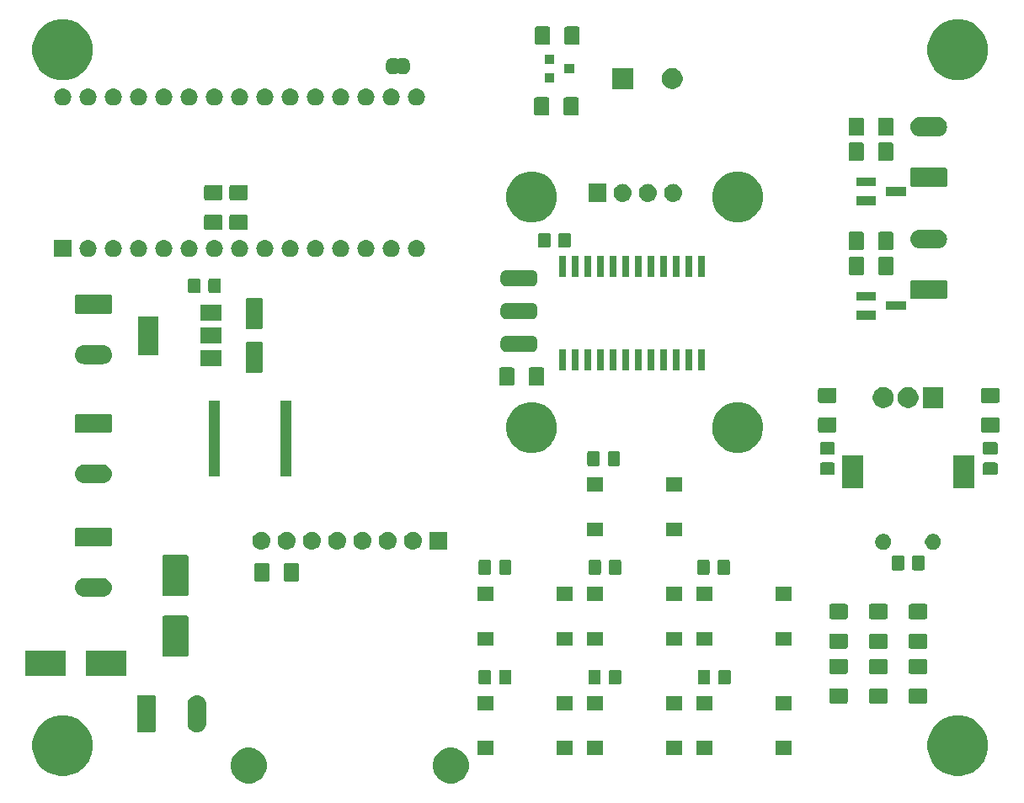
<source format=gbr>
G04 #@! TF.GenerationSoftware,KiCad,Pcbnew,5.0.2+dfsg1-1*
G04 #@! TF.CreationDate,2021-05-24T13:19:01+02:00*
G04 #@! TF.ProjectId,Reflow_Control,5265666c-6f77-45f4-936f-6e74726f6c2e,rev?*
G04 #@! TF.SameCoordinates,Original*
G04 #@! TF.FileFunction,Soldermask,Top*
G04 #@! TF.FilePolarity,Negative*
%FSLAX46Y46*%
G04 Gerber Fmt 4.6, Leading zero omitted, Abs format (unit mm)*
G04 Created by KiCad (PCBNEW 5.0.2+dfsg1-1) date Mon 24 May 2021 01:19:01 PM CEST*
%MOMM*%
%LPD*%
G01*
G04 APERTURE LIST*
%ADD10C,0.100000*%
G04 APERTURE END LIST*
D10*
G36*
X144543331Y-125268211D02*
X144871092Y-125403974D01*
X145166073Y-125601074D01*
X145416926Y-125851927D01*
X145614026Y-126146908D01*
X145749789Y-126474669D01*
X145819000Y-126822616D01*
X145819000Y-127177384D01*
X145749789Y-127525331D01*
X145614026Y-127853092D01*
X145416926Y-128148073D01*
X145166073Y-128398926D01*
X144871092Y-128596026D01*
X144543331Y-128731789D01*
X144195384Y-128801000D01*
X143840616Y-128801000D01*
X143492669Y-128731789D01*
X143164908Y-128596026D01*
X142869927Y-128398926D01*
X142619074Y-128148073D01*
X142421974Y-127853092D01*
X142286211Y-127525331D01*
X142217000Y-127177384D01*
X142217000Y-126822616D01*
X142286211Y-126474669D01*
X142421974Y-126146908D01*
X142619074Y-125851927D01*
X142869927Y-125601074D01*
X143164908Y-125403974D01*
X143492669Y-125268211D01*
X143840616Y-125199000D01*
X144195384Y-125199000D01*
X144543331Y-125268211D01*
X144543331Y-125268211D01*
G37*
G36*
X124223331Y-125268211D02*
X124551092Y-125403974D01*
X124846073Y-125601074D01*
X125096926Y-125851927D01*
X125294026Y-126146908D01*
X125429789Y-126474669D01*
X125499000Y-126822616D01*
X125499000Y-127177384D01*
X125429789Y-127525331D01*
X125294026Y-127853092D01*
X125096926Y-128148073D01*
X124846073Y-128398926D01*
X124551092Y-128596026D01*
X124223331Y-128731789D01*
X123875384Y-128801000D01*
X123520616Y-128801000D01*
X123172669Y-128731789D01*
X122844908Y-128596026D01*
X122549927Y-128398926D01*
X122299074Y-128148073D01*
X122101974Y-127853092D01*
X121966211Y-127525331D01*
X121897000Y-127177384D01*
X121897000Y-126822616D01*
X121966211Y-126474669D01*
X122101974Y-126146908D01*
X122299074Y-125851927D01*
X122549927Y-125601074D01*
X122844908Y-125403974D01*
X123172669Y-125268211D01*
X123520616Y-125199000D01*
X123875384Y-125199000D01*
X124223331Y-125268211D01*
X124223331Y-125268211D01*
G37*
G36*
X105889941Y-122066248D02*
X105889943Y-122066249D01*
X105889944Y-122066249D01*
X106445190Y-122296239D01*
X106445191Y-122296240D01*
X106944902Y-122630136D01*
X107369864Y-123055098D01*
X107369866Y-123055101D01*
X107703761Y-123554810D01*
X107933751Y-124110056D01*
X107933752Y-124110059D01*
X108051000Y-124699501D01*
X108051000Y-125300499D01*
X107941313Y-125851930D01*
X107933751Y-125889944D01*
X107703761Y-126445190D01*
X107636021Y-126546570D01*
X107369864Y-126944902D01*
X106944902Y-127369864D01*
X106944899Y-127369866D01*
X106445190Y-127703761D01*
X105889944Y-127933751D01*
X105889943Y-127933751D01*
X105889941Y-127933752D01*
X105300499Y-128051000D01*
X104699501Y-128051000D01*
X104110059Y-127933752D01*
X104110057Y-127933751D01*
X104110056Y-127933751D01*
X103554810Y-127703761D01*
X103055101Y-127369866D01*
X103055098Y-127369864D01*
X102630136Y-126944902D01*
X102363979Y-126546570D01*
X102296239Y-126445190D01*
X102066249Y-125889944D01*
X102058688Y-125851930D01*
X101949000Y-125300499D01*
X101949000Y-124699501D01*
X102066248Y-124110059D01*
X102066249Y-124110056D01*
X102296239Y-123554810D01*
X102630134Y-123055101D01*
X102630136Y-123055098D01*
X103055098Y-122630136D01*
X103554809Y-122296240D01*
X103554810Y-122296239D01*
X104110056Y-122066249D01*
X104110057Y-122066249D01*
X104110059Y-122066248D01*
X104699501Y-121949000D01*
X105300499Y-121949000D01*
X105889941Y-122066248D01*
X105889941Y-122066248D01*
G37*
G36*
X195889941Y-122066248D02*
X195889943Y-122066249D01*
X195889944Y-122066249D01*
X196445190Y-122296239D01*
X196445191Y-122296240D01*
X196944902Y-122630136D01*
X197369864Y-123055098D01*
X197369866Y-123055101D01*
X197703761Y-123554810D01*
X197933751Y-124110056D01*
X197933752Y-124110059D01*
X198051000Y-124699501D01*
X198051000Y-125300499D01*
X197941313Y-125851930D01*
X197933751Y-125889944D01*
X197703761Y-126445190D01*
X197636021Y-126546570D01*
X197369864Y-126944902D01*
X196944902Y-127369864D01*
X196944899Y-127369866D01*
X196445190Y-127703761D01*
X195889944Y-127933751D01*
X195889943Y-127933751D01*
X195889941Y-127933752D01*
X195300499Y-128051000D01*
X194699501Y-128051000D01*
X194110059Y-127933752D01*
X194110057Y-127933751D01*
X194110056Y-127933751D01*
X193554810Y-127703761D01*
X193055101Y-127369866D01*
X193055098Y-127369864D01*
X192630136Y-126944902D01*
X192363979Y-126546570D01*
X192296239Y-126445190D01*
X192066249Y-125889944D01*
X192058688Y-125851930D01*
X191949000Y-125300499D01*
X191949000Y-124699501D01*
X192066248Y-124110059D01*
X192066249Y-124110056D01*
X192296239Y-123554810D01*
X192630134Y-123055101D01*
X192630136Y-123055098D01*
X193055098Y-122630136D01*
X193554809Y-122296240D01*
X193554810Y-122296239D01*
X194110056Y-122066249D01*
X194110057Y-122066249D01*
X194110059Y-122066248D01*
X194699501Y-121949000D01*
X195300499Y-121949000D01*
X195889941Y-122066248D01*
X195889941Y-122066248D01*
G37*
G36*
X178301000Y-125951000D02*
X176649000Y-125951000D01*
X176649000Y-124549000D01*
X178301000Y-124549000D01*
X178301000Y-125951000D01*
X178301000Y-125951000D01*
G37*
G36*
X159351000Y-125951000D02*
X157699000Y-125951000D01*
X157699000Y-124549000D01*
X159351000Y-124549000D01*
X159351000Y-125951000D01*
X159351000Y-125951000D01*
G37*
G36*
X167301000Y-125951000D02*
X165649000Y-125951000D01*
X165649000Y-124549000D01*
X167301000Y-124549000D01*
X167301000Y-125951000D01*
X167301000Y-125951000D01*
G37*
G36*
X170351000Y-125951000D02*
X168699000Y-125951000D01*
X168699000Y-124549000D01*
X170351000Y-124549000D01*
X170351000Y-125951000D01*
X170351000Y-125951000D01*
G37*
G36*
X148351000Y-125951000D02*
X146699000Y-125951000D01*
X146699000Y-124549000D01*
X148351000Y-124549000D01*
X148351000Y-125951000D01*
X148351000Y-125951000D01*
G37*
G36*
X156301000Y-125951000D02*
X154649000Y-125951000D01*
X154649000Y-124549000D01*
X156301000Y-124549000D01*
X156301000Y-125951000D01*
X156301000Y-125951000D01*
G37*
G36*
X118677424Y-119955760D02*
X118677427Y-119955761D01*
X118677428Y-119955761D01*
X118856692Y-120010140D01*
X118856694Y-120010141D01*
X118856697Y-120010142D01*
X119021904Y-120098446D01*
X119166712Y-120217288D01*
X119285552Y-120362095D01*
X119285553Y-120362097D01*
X119373860Y-120527307D01*
X119420229Y-120680165D01*
X119428240Y-120706575D01*
X119442000Y-120846282D01*
X119442000Y-122739718D01*
X119428240Y-122879425D01*
X119428239Y-122879428D01*
X119428239Y-122879429D01*
X119374950Y-123055101D01*
X119373859Y-123058695D01*
X119285552Y-123223905D01*
X119166712Y-123368712D01*
X119021905Y-123487552D01*
X118896075Y-123554810D01*
X118856693Y-123575860D01*
X118677429Y-123630239D01*
X118677428Y-123630239D01*
X118677425Y-123630240D01*
X118491000Y-123648601D01*
X118304576Y-123630240D01*
X118304573Y-123630239D01*
X118304572Y-123630239D01*
X118125308Y-123575860D01*
X118085926Y-123554810D01*
X117960096Y-123487552D01*
X117815289Y-123368712D01*
X117696449Y-123223905D01*
X117608142Y-123058695D01*
X117607052Y-123055101D01*
X117553762Y-122879429D01*
X117553762Y-122879428D01*
X117553761Y-122879425D01*
X117540000Y-122739717D01*
X117540000Y-120846283D01*
X117553760Y-120706576D01*
X117553761Y-120706572D01*
X117608140Y-120527308D01*
X117608141Y-120527306D01*
X117608142Y-120527303D01*
X117696446Y-120362096D01*
X117815288Y-120217288D01*
X117960095Y-120098448D01*
X118125305Y-120010141D01*
X118125307Y-120010140D01*
X118304571Y-119955761D01*
X118304572Y-119955761D01*
X118304575Y-119955760D01*
X118491000Y-119937399D01*
X118677424Y-119955760D01*
X118677424Y-119955760D01*
G37*
G36*
X114221918Y-119945934D02*
X114254424Y-119955795D01*
X114284383Y-119971808D01*
X114310641Y-119993359D01*
X114332192Y-120019617D01*
X114348205Y-120049576D01*
X114358066Y-120082082D01*
X114362000Y-120122029D01*
X114362000Y-123463971D01*
X114358066Y-123503918D01*
X114348205Y-123536424D01*
X114332192Y-123566383D01*
X114310641Y-123592641D01*
X114284383Y-123614192D01*
X114254424Y-123630205D01*
X114221918Y-123640066D01*
X114181971Y-123644000D01*
X112640029Y-123644000D01*
X112600082Y-123640066D01*
X112567576Y-123630205D01*
X112537617Y-123614192D01*
X112511359Y-123592641D01*
X112489808Y-123566383D01*
X112473795Y-123536424D01*
X112463934Y-123503918D01*
X112460000Y-123463971D01*
X112460000Y-120122029D01*
X112463934Y-120082082D01*
X112473795Y-120049576D01*
X112489808Y-120019617D01*
X112511359Y-119993359D01*
X112537617Y-119971808D01*
X112567576Y-119955795D01*
X112600082Y-119945934D01*
X112640029Y-119942000D01*
X114181971Y-119942000D01*
X114221918Y-119945934D01*
X114221918Y-119945934D01*
G37*
G36*
X156301000Y-121451000D02*
X154649000Y-121451000D01*
X154649000Y-120049000D01*
X156301000Y-120049000D01*
X156301000Y-121451000D01*
X156301000Y-121451000D01*
G37*
G36*
X148351000Y-121451000D02*
X146699000Y-121451000D01*
X146699000Y-120049000D01*
X148351000Y-120049000D01*
X148351000Y-121451000D01*
X148351000Y-121451000D01*
G37*
G36*
X170351000Y-121451000D02*
X168699000Y-121451000D01*
X168699000Y-120049000D01*
X170351000Y-120049000D01*
X170351000Y-121451000D01*
X170351000Y-121451000D01*
G37*
G36*
X178301000Y-121451000D02*
X176649000Y-121451000D01*
X176649000Y-120049000D01*
X178301000Y-120049000D01*
X178301000Y-121451000D01*
X178301000Y-121451000D01*
G37*
G36*
X159351000Y-121451000D02*
X157699000Y-121451000D01*
X157699000Y-120049000D01*
X159351000Y-120049000D01*
X159351000Y-121451000D01*
X159351000Y-121451000D01*
G37*
G36*
X167301000Y-121451000D02*
X165649000Y-121451000D01*
X165649000Y-120049000D01*
X167301000Y-120049000D01*
X167301000Y-121451000D01*
X167301000Y-121451000D01*
G37*
G36*
X187775562Y-119240681D02*
X187810477Y-119251273D01*
X187842665Y-119268478D01*
X187870873Y-119291627D01*
X187894022Y-119319835D01*
X187911227Y-119352023D01*
X187921819Y-119386938D01*
X187926000Y-119429395D01*
X187926000Y-120570605D01*
X187921819Y-120613062D01*
X187911227Y-120647977D01*
X187894022Y-120680165D01*
X187870873Y-120708373D01*
X187842665Y-120731522D01*
X187810477Y-120748727D01*
X187775562Y-120759319D01*
X187733105Y-120763500D01*
X186266895Y-120763500D01*
X186224438Y-120759319D01*
X186189523Y-120748727D01*
X186157335Y-120731522D01*
X186129127Y-120708373D01*
X186105978Y-120680165D01*
X186088773Y-120647977D01*
X186078181Y-120613062D01*
X186074000Y-120570605D01*
X186074000Y-119429395D01*
X186078181Y-119386938D01*
X186088773Y-119352023D01*
X186105978Y-119319835D01*
X186129127Y-119291627D01*
X186157335Y-119268478D01*
X186189523Y-119251273D01*
X186224438Y-119240681D01*
X186266895Y-119236500D01*
X187733105Y-119236500D01*
X187775562Y-119240681D01*
X187775562Y-119240681D01*
G37*
G36*
X183775562Y-119240681D02*
X183810477Y-119251273D01*
X183842665Y-119268478D01*
X183870873Y-119291627D01*
X183894022Y-119319835D01*
X183911227Y-119352023D01*
X183921819Y-119386938D01*
X183926000Y-119429395D01*
X183926000Y-120570605D01*
X183921819Y-120613062D01*
X183911227Y-120647977D01*
X183894022Y-120680165D01*
X183870873Y-120708373D01*
X183842665Y-120731522D01*
X183810477Y-120748727D01*
X183775562Y-120759319D01*
X183733105Y-120763500D01*
X182266895Y-120763500D01*
X182224438Y-120759319D01*
X182189523Y-120748727D01*
X182157335Y-120731522D01*
X182129127Y-120708373D01*
X182105978Y-120680165D01*
X182088773Y-120647977D01*
X182078181Y-120613062D01*
X182074000Y-120570605D01*
X182074000Y-119429395D01*
X182078181Y-119386938D01*
X182088773Y-119352023D01*
X182105978Y-119319835D01*
X182129127Y-119291627D01*
X182157335Y-119268478D01*
X182189523Y-119251273D01*
X182224438Y-119240681D01*
X182266895Y-119236500D01*
X183733105Y-119236500D01*
X183775562Y-119240681D01*
X183775562Y-119240681D01*
G37*
G36*
X191775562Y-119240681D02*
X191810477Y-119251273D01*
X191842665Y-119268478D01*
X191870873Y-119291627D01*
X191894022Y-119319835D01*
X191911227Y-119352023D01*
X191921819Y-119386938D01*
X191926000Y-119429395D01*
X191926000Y-120570605D01*
X191921819Y-120613062D01*
X191911227Y-120647977D01*
X191894022Y-120680165D01*
X191870873Y-120708373D01*
X191842665Y-120731522D01*
X191810477Y-120748727D01*
X191775562Y-120759319D01*
X191733105Y-120763500D01*
X190266895Y-120763500D01*
X190224438Y-120759319D01*
X190189523Y-120748727D01*
X190157335Y-120731522D01*
X190129127Y-120708373D01*
X190105978Y-120680165D01*
X190088773Y-120647977D01*
X190078181Y-120613062D01*
X190074000Y-120570605D01*
X190074000Y-119429395D01*
X190078181Y-119386938D01*
X190088773Y-119352023D01*
X190105978Y-119319835D01*
X190129127Y-119291627D01*
X190157335Y-119268478D01*
X190189523Y-119251273D01*
X190224438Y-119240681D01*
X190266895Y-119236500D01*
X191733105Y-119236500D01*
X191775562Y-119240681D01*
X191775562Y-119240681D01*
G37*
G36*
X169938677Y-117363465D02*
X169976364Y-117374898D01*
X170011103Y-117393466D01*
X170041548Y-117418452D01*
X170066534Y-117448897D01*
X170085102Y-117483636D01*
X170096535Y-117521323D01*
X170101000Y-117566661D01*
X170101000Y-118653339D01*
X170096535Y-118698677D01*
X170085102Y-118736364D01*
X170066534Y-118771103D01*
X170041548Y-118801548D01*
X170011103Y-118826534D01*
X169976364Y-118845102D01*
X169938677Y-118856535D01*
X169893339Y-118861000D01*
X169056661Y-118861000D01*
X169011323Y-118856535D01*
X168973636Y-118845102D01*
X168938897Y-118826534D01*
X168908452Y-118801548D01*
X168883466Y-118771103D01*
X168864898Y-118736364D01*
X168853465Y-118698677D01*
X168849000Y-118653339D01*
X168849000Y-117566661D01*
X168853465Y-117521323D01*
X168864898Y-117483636D01*
X168883466Y-117448897D01*
X168908452Y-117418452D01*
X168938897Y-117393466D01*
X168973636Y-117374898D01*
X169011323Y-117363465D01*
X169056661Y-117359000D01*
X169893339Y-117359000D01*
X169938677Y-117363465D01*
X169938677Y-117363465D01*
G37*
G36*
X147910677Y-117363465D02*
X147948364Y-117374898D01*
X147983103Y-117393466D01*
X148013548Y-117418452D01*
X148038534Y-117448897D01*
X148057102Y-117483636D01*
X148068535Y-117521323D01*
X148073000Y-117566661D01*
X148073000Y-118653339D01*
X148068535Y-118698677D01*
X148057102Y-118736364D01*
X148038534Y-118771103D01*
X148013548Y-118801548D01*
X147983103Y-118826534D01*
X147948364Y-118845102D01*
X147910677Y-118856535D01*
X147865339Y-118861000D01*
X147028661Y-118861000D01*
X146983323Y-118856535D01*
X146945636Y-118845102D01*
X146910897Y-118826534D01*
X146880452Y-118801548D01*
X146855466Y-118771103D01*
X146836898Y-118736364D01*
X146825465Y-118698677D01*
X146821000Y-118653339D01*
X146821000Y-117566661D01*
X146825465Y-117521323D01*
X146836898Y-117483636D01*
X146855466Y-117448897D01*
X146880452Y-117418452D01*
X146910897Y-117393466D01*
X146945636Y-117374898D01*
X146983323Y-117363465D01*
X147028661Y-117359000D01*
X147865339Y-117359000D01*
X147910677Y-117363465D01*
X147910677Y-117363465D01*
G37*
G36*
X160991677Y-117363465D02*
X161029364Y-117374898D01*
X161064103Y-117393466D01*
X161094548Y-117418452D01*
X161119534Y-117448897D01*
X161138102Y-117483636D01*
X161149535Y-117521323D01*
X161154000Y-117566661D01*
X161154000Y-118653339D01*
X161149535Y-118698677D01*
X161138102Y-118736364D01*
X161119534Y-118771103D01*
X161094548Y-118801548D01*
X161064103Y-118826534D01*
X161029364Y-118845102D01*
X160991677Y-118856535D01*
X160946339Y-118861000D01*
X160109661Y-118861000D01*
X160064323Y-118856535D01*
X160026636Y-118845102D01*
X159991897Y-118826534D01*
X159961452Y-118801548D01*
X159936466Y-118771103D01*
X159917898Y-118736364D01*
X159906465Y-118698677D01*
X159902000Y-118653339D01*
X159902000Y-117566661D01*
X159906465Y-117521323D01*
X159917898Y-117483636D01*
X159936466Y-117448897D01*
X159961452Y-117418452D01*
X159991897Y-117393466D01*
X160026636Y-117374898D01*
X160064323Y-117363465D01*
X160109661Y-117359000D01*
X160946339Y-117359000D01*
X160991677Y-117363465D01*
X160991677Y-117363465D01*
G37*
G36*
X158941677Y-117363465D02*
X158979364Y-117374898D01*
X159014103Y-117393466D01*
X159044548Y-117418452D01*
X159069534Y-117448897D01*
X159088102Y-117483636D01*
X159099535Y-117521323D01*
X159104000Y-117566661D01*
X159104000Y-118653339D01*
X159099535Y-118698677D01*
X159088102Y-118736364D01*
X159069534Y-118771103D01*
X159044548Y-118801548D01*
X159014103Y-118826534D01*
X158979364Y-118845102D01*
X158941677Y-118856535D01*
X158896339Y-118861000D01*
X158059661Y-118861000D01*
X158014323Y-118856535D01*
X157976636Y-118845102D01*
X157941897Y-118826534D01*
X157911452Y-118801548D01*
X157886466Y-118771103D01*
X157867898Y-118736364D01*
X157856465Y-118698677D01*
X157852000Y-118653339D01*
X157852000Y-117566661D01*
X157856465Y-117521323D01*
X157867898Y-117483636D01*
X157886466Y-117448897D01*
X157911452Y-117418452D01*
X157941897Y-117393466D01*
X157976636Y-117374898D01*
X158014323Y-117363465D01*
X158059661Y-117359000D01*
X158896339Y-117359000D01*
X158941677Y-117363465D01*
X158941677Y-117363465D01*
G37*
G36*
X149960677Y-117363465D02*
X149998364Y-117374898D01*
X150033103Y-117393466D01*
X150063548Y-117418452D01*
X150088534Y-117448897D01*
X150107102Y-117483636D01*
X150118535Y-117521323D01*
X150123000Y-117566661D01*
X150123000Y-118653339D01*
X150118535Y-118698677D01*
X150107102Y-118736364D01*
X150088534Y-118771103D01*
X150063548Y-118801548D01*
X150033103Y-118826534D01*
X149998364Y-118845102D01*
X149960677Y-118856535D01*
X149915339Y-118861000D01*
X149078661Y-118861000D01*
X149033323Y-118856535D01*
X148995636Y-118845102D01*
X148960897Y-118826534D01*
X148930452Y-118801548D01*
X148905466Y-118771103D01*
X148886898Y-118736364D01*
X148875465Y-118698677D01*
X148871000Y-118653339D01*
X148871000Y-117566661D01*
X148875465Y-117521323D01*
X148886898Y-117483636D01*
X148905466Y-117448897D01*
X148930452Y-117418452D01*
X148960897Y-117393466D01*
X148995636Y-117374898D01*
X149033323Y-117363465D01*
X149078661Y-117359000D01*
X149915339Y-117359000D01*
X149960677Y-117363465D01*
X149960677Y-117363465D01*
G37*
G36*
X171988677Y-117363465D02*
X172026364Y-117374898D01*
X172061103Y-117393466D01*
X172091548Y-117418452D01*
X172116534Y-117448897D01*
X172135102Y-117483636D01*
X172146535Y-117521323D01*
X172151000Y-117566661D01*
X172151000Y-118653339D01*
X172146535Y-118698677D01*
X172135102Y-118736364D01*
X172116534Y-118771103D01*
X172091548Y-118801548D01*
X172061103Y-118826534D01*
X172026364Y-118845102D01*
X171988677Y-118856535D01*
X171943339Y-118861000D01*
X171106661Y-118861000D01*
X171061323Y-118856535D01*
X171023636Y-118845102D01*
X170988897Y-118826534D01*
X170958452Y-118801548D01*
X170933466Y-118771103D01*
X170914898Y-118736364D01*
X170903465Y-118698677D01*
X170899000Y-118653339D01*
X170899000Y-117566661D01*
X170903465Y-117521323D01*
X170914898Y-117483636D01*
X170933466Y-117448897D01*
X170958452Y-117418452D01*
X170988897Y-117393466D01*
X171023636Y-117374898D01*
X171061323Y-117363465D01*
X171106661Y-117359000D01*
X171943339Y-117359000D01*
X171988677Y-117363465D01*
X171988677Y-117363465D01*
G37*
G36*
X111270935Y-115415671D02*
X111300874Y-115424753D01*
X111328469Y-115439503D01*
X111352651Y-115459349D01*
X111372497Y-115483531D01*
X111387247Y-115511126D01*
X111396329Y-115541065D01*
X111400000Y-115578340D01*
X111400000Y-117847660D01*
X111396329Y-117884935D01*
X111387247Y-117914874D01*
X111372497Y-117942469D01*
X111352651Y-117966651D01*
X111328469Y-117986497D01*
X111300874Y-118001247D01*
X111270935Y-118010329D01*
X111233660Y-118014000D01*
X107464340Y-118014000D01*
X107427065Y-118010329D01*
X107397126Y-118001247D01*
X107369531Y-117986497D01*
X107345349Y-117966651D01*
X107325503Y-117942469D01*
X107310753Y-117914874D01*
X107301671Y-117884935D01*
X107298000Y-117847660D01*
X107298000Y-115578340D01*
X107301671Y-115541065D01*
X107310753Y-115511126D01*
X107325503Y-115483531D01*
X107345349Y-115459349D01*
X107369531Y-115439503D01*
X107397126Y-115424753D01*
X107427065Y-115415671D01*
X107464340Y-115412000D01*
X111233660Y-115412000D01*
X111270935Y-115415671D01*
X111270935Y-115415671D01*
G37*
G36*
X105170935Y-115415671D02*
X105200874Y-115424753D01*
X105228469Y-115439503D01*
X105252651Y-115459349D01*
X105272497Y-115483531D01*
X105287247Y-115511126D01*
X105296329Y-115541065D01*
X105300000Y-115578340D01*
X105300000Y-117847660D01*
X105296329Y-117884935D01*
X105287247Y-117914874D01*
X105272497Y-117942469D01*
X105252651Y-117966651D01*
X105228469Y-117986497D01*
X105200874Y-118001247D01*
X105170935Y-118010329D01*
X105133660Y-118014000D01*
X101364340Y-118014000D01*
X101327065Y-118010329D01*
X101297126Y-118001247D01*
X101269531Y-117986497D01*
X101245349Y-117966651D01*
X101225503Y-117942469D01*
X101210753Y-117914874D01*
X101201671Y-117884935D01*
X101198000Y-117847660D01*
X101198000Y-115578340D01*
X101201671Y-115541065D01*
X101210753Y-115511126D01*
X101225503Y-115483531D01*
X101245349Y-115459349D01*
X101269531Y-115439503D01*
X101297126Y-115424753D01*
X101327065Y-115415671D01*
X101364340Y-115412000D01*
X105133660Y-115412000D01*
X105170935Y-115415671D01*
X105170935Y-115415671D01*
G37*
G36*
X191775562Y-116265681D02*
X191810477Y-116276273D01*
X191842665Y-116293478D01*
X191870873Y-116316627D01*
X191894022Y-116344835D01*
X191911227Y-116377023D01*
X191921819Y-116411938D01*
X191926000Y-116454395D01*
X191926000Y-117595605D01*
X191921819Y-117638062D01*
X191911227Y-117672977D01*
X191894022Y-117705165D01*
X191870873Y-117733373D01*
X191842665Y-117756522D01*
X191810477Y-117773727D01*
X191775562Y-117784319D01*
X191733105Y-117788500D01*
X190266895Y-117788500D01*
X190224438Y-117784319D01*
X190189523Y-117773727D01*
X190157335Y-117756522D01*
X190129127Y-117733373D01*
X190105978Y-117705165D01*
X190088773Y-117672977D01*
X190078181Y-117638062D01*
X190074000Y-117595605D01*
X190074000Y-116454395D01*
X190078181Y-116411938D01*
X190088773Y-116377023D01*
X190105978Y-116344835D01*
X190129127Y-116316627D01*
X190157335Y-116293478D01*
X190189523Y-116276273D01*
X190224438Y-116265681D01*
X190266895Y-116261500D01*
X191733105Y-116261500D01*
X191775562Y-116265681D01*
X191775562Y-116265681D01*
G37*
G36*
X187775562Y-116265681D02*
X187810477Y-116276273D01*
X187842665Y-116293478D01*
X187870873Y-116316627D01*
X187894022Y-116344835D01*
X187911227Y-116377023D01*
X187921819Y-116411938D01*
X187926000Y-116454395D01*
X187926000Y-117595605D01*
X187921819Y-117638062D01*
X187911227Y-117672977D01*
X187894022Y-117705165D01*
X187870873Y-117733373D01*
X187842665Y-117756522D01*
X187810477Y-117773727D01*
X187775562Y-117784319D01*
X187733105Y-117788500D01*
X186266895Y-117788500D01*
X186224438Y-117784319D01*
X186189523Y-117773727D01*
X186157335Y-117756522D01*
X186129127Y-117733373D01*
X186105978Y-117705165D01*
X186088773Y-117672977D01*
X186078181Y-117638062D01*
X186074000Y-117595605D01*
X186074000Y-116454395D01*
X186078181Y-116411938D01*
X186088773Y-116377023D01*
X186105978Y-116344835D01*
X186129127Y-116316627D01*
X186157335Y-116293478D01*
X186189523Y-116276273D01*
X186224438Y-116265681D01*
X186266895Y-116261500D01*
X187733105Y-116261500D01*
X187775562Y-116265681D01*
X187775562Y-116265681D01*
G37*
G36*
X183775562Y-116265681D02*
X183810477Y-116276273D01*
X183842665Y-116293478D01*
X183870873Y-116316627D01*
X183894022Y-116344835D01*
X183911227Y-116377023D01*
X183921819Y-116411938D01*
X183926000Y-116454395D01*
X183926000Y-117595605D01*
X183921819Y-117638062D01*
X183911227Y-117672977D01*
X183894022Y-117705165D01*
X183870873Y-117733373D01*
X183842665Y-117756522D01*
X183810477Y-117773727D01*
X183775562Y-117784319D01*
X183733105Y-117788500D01*
X182266895Y-117788500D01*
X182224438Y-117784319D01*
X182189523Y-117773727D01*
X182157335Y-117756522D01*
X182129127Y-117733373D01*
X182105978Y-117705165D01*
X182088773Y-117672977D01*
X182078181Y-117638062D01*
X182074000Y-117595605D01*
X182074000Y-116454395D01*
X182078181Y-116411938D01*
X182088773Y-116377023D01*
X182105978Y-116344835D01*
X182129127Y-116316627D01*
X182157335Y-116293478D01*
X182189523Y-116276273D01*
X182224438Y-116265681D01*
X182266895Y-116261500D01*
X183733105Y-116261500D01*
X183775562Y-116265681D01*
X183775562Y-116265681D01*
G37*
G36*
X117503935Y-111937171D02*
X117533874Y-111946253D01*
X117561469Y-111961003D01*
X117585651Y-111980849D01*
X117605497Y-112005031D01*
X117620247Y-112032626D01*
X117629329Y-112062565D01*
X117633000Y-112099840D01*
X117633000Y-115869160D01*
X117629329Y-115906435D01*
X117620247Y-115936374D01*
X117605497Y-115963969D01*
X117585651Y-115988151D01*
X117561469Y-116007997D01*
X117533874Y-116022747D01*
X117503935Y-116031829D01*
X117466660Y-116035500D01*
X115197340Y-116035500D01*
X115160065Y-116031829D01*
X115130126Y-116022747D01*
X115102531Y-116007997D01*
X115078349Y-115988151D01*
X115058503Y-115963969D01*
X115043753Y-115936374D01*
X115034671Y-115906435D01*
X115031000Y-115869160D01*
X115031000Y-112099840D01*
X115034671Y-112062565D01*
X115043753Y-112032626D01*
X115058503Y-112005031D01*
X115078349Y-111980849D01*
X115102531Y-111961003D01*
X115130126Y-111946253D01*
X115160065Y-111937171D01*
X115197340Y-111933500D01*
X117466660Y-111933500D01*
X117503935Y-111937171D01*
X117503935Y-111937171D01*
G37*
G36*
X191775562Y-113728181D02*
X191810477Y-113738773D01*
X191842665Y-113755978D01*
X191870873Y-113779127D01*
X191894022Y-113807335D01*
X191911227Y-113839523D01*
X191921819Y-113874438D01*
X191926000Y-113916895D01*
X191926000Y-115058105D01*
X191921819Y-115100562D01*
X191911227Y-115135477D01*
X191894022Y-115167665D01*
X191870873Y-115195873D01*
X191842665Y-115219022D01*
X191810477Y-115236227D01*
X191775562Y-115246819D01*
X191733105Y-115251000D01*
X190266895Y-115251000D01*
X190224438Y-115246819D01*
X190189523Y-115236227D01*
X190157335Y-115219022D01*
X190129127Y-115195873D01*
X190105978Y-115167665D01*
X190088773Y-115135477D01*
X190078181Y-115100562D01*
X190074000Y-115058105D01*
X190074000Y-113916895D01*
X190078181Y-113874438D01*
X190088773Y-113839523D01*
X190105978Y-113807335D01*
X190129127Y-113779127D01*
X190157335Y-113755978D01*
X190189523Y-113738773D01*
X190224438Y-113728181D01*
X190266895Y-113724000D01*
X191733105Y-113724000D01*
X191775562Y-113728181D01*
X191775562Y-113728181D01*
G37*
G36*
X183775562Y-113728181D02*
X183810477Y-113738773D01*
X183842665Y-113755978D01*
X183870873Y-113779127D01*
X183894022Y-113807335D01*
X183911227Y-113839523D01*
X183921819Y-113874438D01*
X183926000Y-113916895D01*
X183926000Y-115058105D01*
X183921819Y-115100562D01*
X183911227Y-115135477D01*
X183894022Y-115167665D01*
X183870873Y-115195873D01*
X183842665Y-115219022D01*
X183810477Y-115236227D01*
X183775562Y-115246819D01*
X183733105Y-115251000D01*
X182266895Y-115251000D01*
X182224438Y-115246819D01*
X182189523Y-115236227D01*
X182157335Y-115219022D01*
X182129127Y-115195873D01*
X182105978Y-115167665D01*
X182088773Y-115135477D01*
X182078181Y-115100562D01*
X182074000Y-115058105D01*
X182074000Y-113916895D01*
X182078181Y-113874438D01*
X182088773Y-113839523D01*
X182105978Y-113807335D01*
X182129127Y-113779127D01*
X182157335Y-113755978D01*
X182189523Y-113738773D01*
X182224438Y-113728181D01*
X182266895Y-113724000D01*
X183733105Y-113724000D01*
X183775562Y-113728181D01*
X183775562Y-113728181D01*
G37*
G36*
X187775562Y-113728181D02*
X187810477Y-113738773D01*
X187842665Y-113755978D01*
X187870873Y-113779127D01*
X187894022Y-113807335D01*
X187911227Y-113839523D01*
X187921819Y-113874438D01*
X187926000Y-113916895D01*
X187926000Y-115058105D01*
X187921819Y-115100562D01*
X187911227Y-115135477D01*
X187894022Y-115167665D01*
X187870873Y-115195873D01*
X187842665Y-115219022D01*
X187810477Y-115236227D01*
X187775562Y-115246819D01*
X187733105Y-115251000D01*
X186266895Y-115251000D01*
X186224438Y-115246819D01*
X186189523Y-115236227D01*
X186157335Y-115219022D01*
X186129127Y-115195873D01*
X186105978Y-115167665D01*
X186088773Y-115135477D01*
X186078181Y-115100562D01*
X186074000Y-115058105D01*
X186074000Y-113916895D01*
X186078181Y-113874438D01*
X186088773Y-113839523D01*
X186105978Y-113807335D01*
X186129127Y-113779127D01*
X186157335Y-113755978D01*
X186189523Y-113738773D01*
X186224438Y-113728181D01*
X186266895Y-113724000D01*
X187733105Y-113724000D01*
X187775562Y-113728181D01*
X187775562Y-113728181D01*
G37*
G36*
X159351000Y-114951000D02*
X157699000Y-114951000D01*
X157699000Y-113549000D01*
X159351000Y-113549000D01*
X159351000Y-114951000D01*
X159351000Y-114951000D01*
G37*
G36*
X148351000Y-114951000D02*
X146699000Y-114951000D01*
X146699000Y-113549000D01*
X148351000Y-113549000D01*
X148351000Y-114951000D01*
X148351000Y-114951000D01*
G37*
G36*
X156301000Y-114951000D02*
X154649000Y-114951000D01*
X154649000Y-113549000D01*
X156301000Y-113549000D01*
X156301000Y-114951000D01*
X156301000Y-114951000D01*
G37*
G36*
X167301000Y-114951000D02*
X165649000Y-114951000D01*
X165649000Y-113549000D01*
X167301000Y-113549000D01*
X167301000Y-114951000D01*
X167301000Y-114951000D01*
G37*
G36*
X178301000Y-114951000D02*
X176649000Y-114951000D01*
X176649000Y-113549000D01*
X178301000Y-113549000D01*
X178301000Y-114951000D01*
X178301000Y-114951000D01*
G37*
G36*
X170351000Y-114951000D02*
X168699000Y-114951000D01*
X168699000Y-113549000D01*
X170351000Y-113549000D01*
X170351000Y-114951000D01*
X170351000Y-114951000D01*
G37*
G36*
X187775562Y-110753181D02*
X187810477Y-110763773D01*
X187842665Y-110780978D01*
X187870873Y-110804127D01*
X187894022Y-110832335D01*
X187911227Y-110864523D01*
X187921819Y-110899438D01*
X187926000Y-110941895D01*
X187926000Y-112083105D01*
X187921819Y-112125562D01*
X187911227Y-112160477D01*
X187894022Y-112192665D01*
X187870873Y-112220873D01*
X187842665Y-112244022D01*
X187810477Y-112261227D01*
X187775562Y-112271819D01*
X187733105Y-112276000D01*
X186266895Y-112276000D01*
X186224438Y-112271819D01*
X186189523Y-112261227D01*
X186157335Y-112244022D01*
X186129127Y-112220873D01*
X186105978Y-112192665D01*
X186088773Y-112160477D01*
X186078181Y-112125562D01*
X186074000Y-112083105D01*
X186074000Y-110941895D01*
X186078181Y-110899438D01*
X186088773Y-110864523D01*
X186105978Y-110832335D01*
X186129127Y-110804127D01*
X186157335Y-110780978D01*
X186189523Y-110763773D01*
X186224438Y-110753181D01*
X186266895Y-110749000D01*
X187733105Y-110749000D01*
X187775562Y-110753181D01*
X187775562Y-110753181D01*
G37*
G36*
X191775562Y-110753181D02*
X191810477Y-110763773D01*
X191842665Y-110780978D01*
X191870873Y-110804127D01*
X191894022Y-110832335D01*
X191911227Y-110864523D01*
X191921819Y-110899438D01*
X191926000Y-110941895D01*
X191926000Y-112083105D01*
X191921819Y-112125562D01*
X191911227Y-112160477D01*
X191894022Y-112192665D01*
X191870873Y-112220873D01*
X191842665Y-112244022D01*
X191810477Y-112261227D01*
X191775562Y-112271819D01*
X191733105Y-112276000D01*
X190266895Y-112276000D01*
X190224438Y-112271819D01*
X190189523Y-112261227D01*
X190157335Y-112244022D01*
X190129127Y-112220873D01*
X190105978Y-112192665D01*
X190088773Y-112160477D01*
X190078181Y-112125562D01*
X190074000Y-112083105D01*
X190074000Y-110941895D01*
X190078181Y-110899438D01*
X190088773Y-110864523D01*
X190105978Y-110832335D01*
X190129127Y-110804127D01*
X190157335Y-110780978D01*
X190189523Y-110763773D01*
X190224438Y-110753181D01*
X190266895Y-110749000D01*
X191733105Y-110749000D01*
X191775562Y-110753181D01*
X191775562Y-110753181D01*
G37*
G36*
X183775562Y-110753181D02*
X183810477Y-110763773D01*
X183842665Y-110780978D01*
X183870873Y-110804127D01*
X183894022Y-110832335D01*
X183911227Y-110864523D01*
X183921819Y-110899438D01*
X183926000Y-110941895D01*
X183926000Y-112083105D01*
X183921819Y-112125562D01*
X183911227Y-112160477D01*
X183894022Y-112192665D01*
X183870873Y-112220873D01*
X183842665Y-112244022D01*
X183810477Y-112261227D01*
X183775562Y-112271819D01*
X183733105Y-112276000D01*
X182266895Y-112276000D01*
X182224438Y-112271819D01*
X182189523Y-112261227D01*
X182157335Y-112244022D01*
X182129127Y-112220873D01*
X182105978Y-112192665D01*
X182088773Y-112160477D01*
X182078181Y-112125562D01*
X182074000Y-112083105D01*
X182074000Y-110941895D01*
X182078181Y-110899438D01*
X182088773Y-110864523D01*
X182105978Y-110832335D01*
X182129127Y-110804127D01*
X182157335Y-110780978D01*
X182189523Y-110763773D01*
X182224438Y-110753181D01*
X182266895Y-110749000D01*
X183733105Y-110749000D01*
X183775562Y-110753181D01*
X183775562Y-110753181D01*
G37*
G36*
X178301000Y-110451000D02*
X176649000Y-110451000D01*
X176649000Y-109049000D01*
X178301000Y-109049000D01*
X178301000Y-110451000D01*
X178301000Y-110451000D01*
G37*
G36*
X170351000Y-110451000D02*
X168699000Y-110451000D01*
X168699000Y-109049000D01*
X170351000Y-109049000D01*
X170351000Y-110451000D01*
X170351000Y-110451000D01*
G37*
G36*
X148351000Y-110451000D02*
X146699000Y-110451000D01*
X146699000Y-109049000D01*
X148351000Y-109049000D01*
X148351000Y-110451000D01*
X148351000Y-110451000D01*
G37*
G36*
X156301000Y-110451000D02*
X154649000Y-110451000D01*
X154649000Y-109049000D01*
X156301000Y-109049000D01*
X156301000Y-110451000D01*
X156301000Y-110451000D01*
G37*
G36*
X159351000Y-110451000D02*
X157699000Y-110451000D01*
X157699000Y-109049000D01*
X159351000Y-109049000D01*
X159351000Y-110451000D01*
X159351000Y-110451000D01*
G37*
G36*
X167301000Y-110451000D02*
X165649000Y-110451000D01*
X165649000Y-109049000D01*
X167301000Y-109049000D01*
X167301000Y-110451000D01*
X167301000Y-110451000D01*
G37*
G36*
X109163425Y-108155760D02*
X109163428Y-108155761D01*
X109163429Y-108155761D01*
X109342693Y-108210140D01*
X109342695Y-108210141D01*
X109507905Y-108298448D01*
X109652712Y-108417288D01*
X109771552Y-108562095D01*
X109859859Y-108727305D01*
X109914240Y-108906575D01*
X109932601Y-109093000D01*
X109914240Y-109279425D01*
X109859859Y-109458695D01*
X109771552Y-109623905D01*
X109652712Y-109768712D01*
X109507905Y-109887552D01*
X109507903Y-109887553D01*
X109342693Y-109975860D01*
X109163429Y-110030239D01*
X109163428Y-110030239D01*
X109163425Y-110030240D01*
X109023718Y-110044000D01*
X107130282Y-110044000D01*
X106990575Y-110030240D01*
X106990572Y-110030239D01*
X106990571Y-110030239D01*
X106811307Y-109975860D01*
X106646097Y-109887553D01*
X106646095Y-109887552D01*
X106501288Y-109768712D01*
X106382448Y-109623905D01*
X106294141Y-109458695D01*
X106239760Y-109279425D01*
X106221399Y-109093000D01*
X106239760Y-108906575D01*
X106294141Y-108727305D01*
X106382448Y-108562095D01*
X106501288Y-108417288D01*
X106646095Y-108298448D01*
X106811305Y-108210141D01*
X106811307Y-108210140D01*
X106990571Y-108155761D01*
X106990572Y-108155761D01*
X106990575Y-108155760D01*
X107130282Y-108142000D01*
X109023718Y-108142000D01*
X109163425Y-108155760D01*
X109163425Y-108155760D01*
G37*
G36*
X117503935Y-105837171D02*
X117533874Y-105846253D01*
X117561469Y-105861003D01*
X117585651Y-105880849D01*
X117605497Y-105905031D01*
X117620247Y-105932626D01*
X117629329Y-105962565D01*
X117633000Y-105999840D01*
X117633000Y-109769160D01*
X117629329Y-109806435D01*
X117620247Y-109836374D01*
X117605497Y-109863969D01*
X117585651Y-109888151D01*
X117561469Y-109907997D01*
X117533874Y-109922747D01*
X117503935Y-109931829D01*
X117466660Y-109935500D01*
X115197340Y-109935500D01*
X115160065Y-109931829D01*
X115130126Y-109922747D01*
X115102531Y-109907997D01*
X115078349Y-109888151D01*
X115058503Y-109863969D01*
X115043753Y-109836374D01*
X115034671Y-109806435D01*
X115031000Y-109769160D01*
X115031000Y-105999840D01*
X115034671Y-105962565D01*
X115043753Y-105932626D01*
X115058503Y-105905031D01*
X115078349Y-105880849D01*
X115102531Y-105861003D01*
X115130126Y-105846253D01*
X115160065Y-105837171D01*
X115197340Y-105833500D01*
X117466660Y-105833500D01*
X117503935Y-105837171D01*
X117503935Y-105837171D01*
G37*
G36*
X125654062Y-106647181D02*
X125688977Y-106657773D01*
X125721165Y-106674978D01*
X125749373Y-106698127D01*
X125772522Y-106726335D01*
X125789727Y-106758523D01*
X125800319Y-106793438D01*
X125804500Y-106835895D01*
X125804500Y-108302105D01*
X125800319Y-108344562D01*
X125789727Y-108379477D01*
X125772522Y-108411665D01*
X125749373Y-108439873D01*
X125721165Y-108463022D01*
X125688977Y-108480227D01*
X125654062Y-108490819D01*
X125611605Y-108495000D01*
X124470395Y-108495000D01*
X124427938Y-108490819D01*
X124393023Y-108480227D01*
X124360835Y-108463022D01*
X124332627Y-108439873D01*
X124309478Y-108411665D01*
X124292273Y-108379477D01*
X124281681Y-108344562D01*
X124277500Y-108302105D01*
X124277500Y-106835895D01*
X124281681Y-106793438D01*
X124292273Y-106758523D01*
X124309478Y-106726335D01*
X124332627Y-106698127D01*
X124360835Y-106674978D01*
X124393023Y-106657773D01*
X124427938Y-106647181D01*
X124470395Y-106643000D01*
X125611605Y-106643000D01*
X125654062Y-106647181D01*
X125654062Y-106647181D01*
G37*
G36*
X128629062Y-106647181D02*
X128663977Y-106657773D01*
X128696165Y-106674978D01*
X128724373Y-106698127D01*
X128747522Y-106726335D01*
X128764727Y-106758523D01*
X128775319Y-106793438D01*
X128779500Y-106835895D01*
X128779500Y-108302105D01*
X128775319Y-108344562D01*
X128764727Y-108379477D01*
X128747522Y-108411665D01*
X128724373Y-108439873D01*
X128696165Y-108463022D01*
X128663977Y-108480227D01*
X128629062Y-108490819D01*
X128586605Y-108495000D01*
X127445395Y-108495000D01*
X127402938Y-108490819D01*
X127368023Y-108480227D01*
X127335835Y-108463022D01*
X127307627Y-108439873D01*
X127284478Y-108411665D01*
X127267273Y-108379477D01*
X127256681Y-108344562D01*
X127252500Y-108302105D01*
X127252500Y-106835895D01*
X127256681Y-106793438D01*
X127267273Y-106758523D01*
X127284478Y-106726335D01*
X127307627Y-106698127D01*
X127335835Y-106674978D01*
X127368023Y-106657773D01*
X127402938Y-106647181D01*
X127445395Y-106643000D01*
X128586605Y-106643000D01*
X128629062Y-106647181D01*
X128629062Y-106647181D01*
G37*
G36*
X171922677Y-106314465D02*
X171960364Y-106325898D01*
X171995103Y-106344466D01*
X172025548Y-106369452D01*
X172050534Y-106399897D01*
X172069102Y-106434636D01*
X172080535Y-106472323D01*
X172085000Y-106517661D01*
X172085000Y-107604339D01*
X172080535Y-107649677D01*
X172069102Y-107687364D01*
X172050534Y-107722103D01*
X172025548Y-107752548D01*
X171995103Y-107777534D01*
X171960364Y-107796102D01*
X171922677Y-107807535D01*
X171877339Y-107812000D01*
X171040661Y-107812000D01*
X170995323Y-107807535D01*
X170957636Y-107796102D01*
X170922897Y-107777534D01*
X170892452Y-107752548D01*
X170867466Y-107722103D01*
X170848898Y-107687364D01*
X170837465Y-107649677D01*
X170833000Y-107604339D01*
X170833000Y-106517661D01*
X170837465Y-106472323D01*
X170848898Y-106434636D01*
X170867466Y-106399897D01*
X170892452Y-106369452D01*
X170922897Y-106344466D01*
X170957636Y-106325898D01*
X170995323Y-106314465D01*
X171040661Y-106310000D01*
X171877339Y-106310000D01*
X171922677Y-106314465D01*
X171922677Y-106314465D01*
G37*
G36*
X169872677Y-106314465D02*
X169910364Y-106325898D01*
X169945103Y-106344466D01*
X169975548Y-106369452D01*
X170000534Y-106399897D01*
X170019102Y-106434636D01*
X170030535Y-106472323D01*
X170035000Y-106517661D01*
X170035000Y-107604339D01*
X170030535Y-107649677D01*
X170019102Y-107687364D01*
X170000534Y-107722103D01*
X169975548Y-107752548D01*
X169945103Y-107777534D01*
X169910364Y-107796102D01*
X169872677Y-107807535D01*
X169827339Y-107812000D01*
X168990661Y-107812000D01*
X168945323Y-107807535D01*
X168907636Y-107796102D01*
X168872897Y-107777534D01*
X168842452Y-107752548D01*
X168817466Y-107722103D01*
X168798898Y-107687364D01*
X168787465Y-107649677D01*
X168783000Y-107604339D01*
X168783000Y-106517661D01*
X168787465Y-106472323D01*
X168798898Y-106434636D01*
X168817466Y-106399897D01*
X168842452Y-106369452D01*
X168872897Y-106344466D01*
X168907636Y-106325898D01*
X168945323Y-106314465D01*
X168990661Y-106310000D01*
X169827339Y-106310000D01*
X169872677Y-106314465D01*
X169872677Y-106314465D01*
G37*
G36*
X158950677Y-106314465D02*
X158988364Y-106325898D01*
X159023103Y-106344466D01*
X159053548Y-106369452D01*
X159078534Y-106399897D01*
X159097102Y-106434636D01*
X159108535Y-106472323D01*
X159113000Y-106517661D01*
X159113000Y-107604339D01*
X159108535Y-107649677D01*
X159097102Y-107687364D01*
X159078534Y-107722103D01*
X159053548Y-107752548D01*
X159023103Y-107777534D01*
X158988364Y-107796102D01*
X158950677Y-107807535D01*
X158905339Y-107812000D01*
X158068661Y-107812000D01*
X158023323Y-107807535D01*
X157985636Y-107796102D01*
X157950897Y-107777534D01*
X157920452Y-107752548D01*
X157895466Y-107722103D01*
X157876898Y-107687364D01*
X157865465Y-107649677D01*
X157861000Y-107604339D01*
X157861000Y-106517661D01*
X157865465Y-106472323D01*
X157876898Y-106434636D01*
X157895466Y-106399897D01*
X157920452Y-106369452D01*
X157950897Y-106344466D01*
X157985636Y-106325898D01*
X158023323Y-106314465D01*
X158068661Y-106310000D01*
X158905339Y-106310000D01*
X158950677Y-106314465D01*
X158950677Y-106314465D01*
G37*
G36*
X147901677Y-106314465D02*
X147939364Y-106325898D01*
X147974103Y-106344466D01*
X148004548Y-106369452D01*
X148029534Y-106399897D01*
X148048102Y-106434636D01*
X148059535Y-106472323D01*
X148064000Y-106517661D01*
X148064000Y-107604339D01*
X148059535Y-107649677D01*
X148048102Y-107687364D01*
X148029534Y-107722103D01*
X148004548Y-107752548D01*
X147974103Y-107777534D01*
X147939364Y-107796102D01*
X147901677Y-107807535D01*
X147856339Y-107812000D01*
X147019661Y-107812000D01*
X146974323Y-107807535D01*
X146936636Y-107796102D01*
X146901897Y-107777534D01*
X146871452Y-107752548D01*
X146846466Y-107722103D01*
X146827898Y-107687364D01*
X146816465Y-107649677D01*
X146812000Y-107604339D01*
X146812000Y-106517661D01*
X146816465Y-106472323D01*
X146827898Y-106434636D01*
X146846466Y-106399897D01*
X146871452Y-106369452D01*
X146901897Y-106344466D01*
X146936636Y-106325898D01*
X146974323Y-106314465D01*
X147019661Y-106310000D01*
X147856339Y-106310000D01*
X147901677Y-106314465D01*
X147901677Y-106314465D01*
G37*
G36*
X149951677Y-106314465D02*
X149989364Y-106325898D01*
X150024103Y-106344466D01*
X150054548Y-106369452D01*
X150079534Y-106399897D01*
X150098102Y-106434636D01*
X150109535Y-106472323D01*
X150114000Y-106517661D01*
X150114000Y-107604339D01*
X150109535Y-107649677D01*
X150098102Y-107687364D01*
X150079534Y-107722103D01*
X150054548Y-107752548D01*
X150024103Y-107777534D01*
X149989364Y-107796102D01*
X149951677Y-107807535D01*
X149906339Y-107812000D01*
X149069661Y-107812000D01*
X149024323Y-107807535D01*
X148986636Y-107796102D01*
X148951897Y-107777534D01*
X148921452Y-107752548D01*
X148896466Y-107722103D01*
X148877898Y-107687364D01*
X148866465Y-107649677D01*
X148862000Y-107604339D01*
X148862000Y-106517661D01*
X148866465Y-106472323D01*
X148877898Y-106434636D01*
X148896466Y-106399897D01*
X148921452Y-106369452D01*
X148951897Y-106344466D01*
X148986636Y-106325898D01*
X149024323Y-106314465D01*
X149069661Y-106310000D01*
X149906339Y-106310000D01*
X149951677Y-106314465D01*
X149951677Y-106314465D01*
G37*
G36*
X161000677Y-106314465D02*
X161038364Y-106325898D01*
X161073103Y-106344466D01*
X161103548Y-106369452D01*
X161128534Y-106399897D01*
X161147102Y-106434636D01*
X161158535Y-106472323D01*
X161163000Y-106517661D01*
X161163000Y-107604339D01*
X161158535Y-107649677D01*
X161147102Y-107687364D01*
X161128534Y-107722103D01*
X161103548Y-107752548D01*
X161073103Y-107777534D01*
X161038364Y-107796102D01*
X161000677Y-107807535D01*
X160955339Y-107812000D01*
X160118661Y-107812000D01*
X160073323Y-107807535D01*
X160035636Y-107796102D01*
X160000897Y-107777534D01*
X159970452Y-107752548D01*
X159945466Y-107722103D01*
X159926898Y-107687364D01*
X159915465Y-107649677D01*
X159911000Y-107604339D01*
X159911000Y-106517661D01*
X159915465Y-106472323D01*
X159926898Y-106434636D01*
X159945466Y-106399897D01*
X159970452Y-106369452D01*
X160000897Y-106344466D01*
X160035636Y-106325898D01*
X160073323Y-106314465D01*
X160118661Y-106310000D01*
X160955339Y-106310000D01*
X161000677Y-106314465D01*
X161000677Y-106314465D01*
G37*
G36*
X189438677Y-105878465D02*
X189476364Y-105889898D01*
X189511103Y-105908466D01*
X189541548Y-105933452D01*
X189566534Y-105963897D01*
X189585102Y-105998636D01*
X189596535Y-106036323D01*
X189601000Y-106081661D01*
X189601000Y-107168339D01*
X189596535Y-107213677D01*
X189585102Y-107251364D01*
X189566534Y-107286103D01*
X189541548Y-107316548D01*
X189511103Y-107341534D01*
X189476364Y-107360102D01*
X189438677Y-107371535D01*
X189393339Y-107376000D01*
X188556661Y-107376000D01*
X188511323Y-107371535D01*
X188473636Y-107360102D01*
X188438897Y-107341534D01*
X188408452Y-107316548D01*
X188383466Y-107286103D01*
X188364898Y-107251364D01*
X188353465Y-107213677D01*
X188349000Y-107168339D01*
X188349000Y-106081661D01*
X188353465Y-106036323D01*
X188364898Y-105998636D01*
X188383466Y-105963897D01*
X188408452Y-105933452D01*
X188438897Y-105908466D01*
X188473636Y-105889898D01*
X188511323Y-105878465D01*
X188556661Y-105874000D01*
X189393339Y-105874000D01*
X189438677Y-105878465D01*
X189438677Y-105878465D01*
G37*
G36*
X191488677Y-105878465D02*
X191526364Y-105889898D01*
X191561103Y-105908466D01*
X191591548Y-105933452D01*
X191616534Y-105963897D01*
X191635102Y-105998636D01*
X191646535Y-106036323D01*
X191651000Y-106081661D01*
X191651000Y-107168339D01*
X191646535Y-107213677D01*
X191635102Y-107251364D01*
X191616534Y-107286103D01*
X191591548Y-107316548D01*
X191561103Y-107341534D01*
X191526364Y-107360102D01*
X191488677Y-107371535D01*
X191443339Y-107376000D01*
X190606661Y-107376000D01*
X190561323Y-107371535D01*
X190523636Y-107360102D01*
X190488897Y-107341534D01*
X190458452Y-107316548D01*
X190433466Y-107286103D01*
X190414898Y-107251364D01*
X190403465Y-107213677D01*
X190399000Y-107168339D01*
X190399000Y-106081661D01*
X190403465Y-106036323D01*
X190414898Y-105998636D01*
X190433466Y-105963897D01*
X190458452Y-105933452D01*
X190488897Y-105908466D01*
X190523636Y-105889898D01*
X190561323Y-105878465D01*
X190606661Y-105874000D01*
X191443339Y-105874000D01*
X191488677Y-105878465D01*
X191488677Y-105878465D01*
G37*
G36*
X187733643Y-103729781D02*
X187879415Y-103790162D01*
X188010611Y-103877824D01*
X188122176Y-103989389D01*
X188209838Y-104120585D01*
X188270219Y-104266357D01*
X188301000Y-104421107D01*
X188301000Y-104578893D01*
X188270219Y-104733643D01*
X188209838Y-104879415D01*
X188122176Y-105010611D01*
X188010611Y-105122176D01*
X187879415Y-105209838D01*
X187733643Y-105270219D01*
X187578893Y-105301000D01*
X187421107Y-105301000D01*
X187266357Y-105270219D01*
X187120585Y-105209838D01*
X186989389Y-105122176D01*
X186877824Y-105010611D01*
X186790162Y-104879415D01*
X186729781Y-104733643D01*
X186699000Y-104578893D01*
X186699000Y-104421107D01*
X186729781Y-104266357D01*
X186790162Y-104120585D01*
X186877824Y-103989389D01*
X186989389Y-103877824D01*
X187120585Y-103790162D01*
X187266357Y-103729781D01*
X187421107Y-103699000D01*
X187578893Y-103699000D01*
X187733643Y-103729781D01*
X187733643Y-103729781D01*
G37*
G36*
X192733643Y-103729781D02*
X192879415Y-103790162D01*
X193010611Y-103877824D01*
X193122176Y-103989389D01*
X193209838Y-104120585D01*
X193270219Y-104266357D01*
X193301000Y-104421107D01*
X193301000Y-104578893D01*
X193270219Y-104733643D01*
X193209838Y-104879415D01*
X193122176Y-105010611D01*
X193010611Y-105122176D01*
X192879415Y-105209838D01*
X192733643Y-105270219D01*
X192578893Y-105301000D01*
X192421107Y-105301000D01*
X192266357Y-105270219D01*
X192120585Y-105209838D01*
X191989389Y-105122176D01*
X191877824Y-105010611D01*
X191790162Y-104879415D01*
X191729781Y-104733643D01*
X191699000Y-104578893D01*
X191699000Y-104421107D01*
X191729781Y-104266357D01*
X191790162Y-104120585D01*
X191877824Y-103989389D01*
X191989389Y-103877824D01*
X192120585Y-103790162D01*
X192266357Y-103729781D01*
X192421107Y-103699000D01*
X192578893Y-103699000D01*
X192733643Y-103729781D01*
X192733643Y-103729781D01*
G37*
G36*
X140318442Y-103499518D02*
X140384627Y-103506037D01*
X140497853Y-103540384D01*
X140554467Y-103557557D01*
X140693087Y-103631652D01*
X140710991Y-103641222D01*
X140746729Y-103670552D01*
X140848186Y-103753814D01*
X140931448Y-103855271D01*
X140960778Y-103891009D01*
X140960779Y-103891011D01*
X141044443Y-104047533D01*
X141044443Y-104047534D01*
X141095963Y-104217373D01*
X141113359Y-104394000D01*
X141095963Y-104570627D01*
X141061616Y-104683853D01*
X141044443Y-104740467D01*
X140999837Y-104823918D01*
X140960778Y-104896991D01*
X140931448Y-104932729D01*
X140848186Y-105034186D01*
X140746729Y-105117448D01*
X140710991Y-105146778D01*
X140710989Y-105146779D01*
X140554467Y-105230443D01*
X140497853Y-105247616D01*
X140384627Y-105281963D01*
X140318443Y-105288481D01*
X140252260Y-105295000D01*
X140163740Y-105295000D01*
X140097558Y-105288482D01*
X140031373Y-105281963D01*
X139918147Y-105247616D01*
X139861533Y-105230443D01*
X139705011Y-105146779D01*
X139705009Y-105146778D01*
X139669271Y-105117448D01*
X139567814Y-105034186D01*
X139484552Y-104932729D01*
X139455222Y-104896991D01*
X139416163Y-104823918D01*
X139371557Y-104740467D01*
X139354384Y-104683853D01*
X139320037Y-104570627D01*
X139302641Y-104394000D01*
X139320037Y-104217373D01*
X139371557Y-104047534D01*
X139371557Y-104047533D01*
X139455221Y-103891011D01*
X139455222Y-103891009D01*
X139484552Y-103855271D01*
X139567814Y-103753814D01*
X139669271Y-103670552D01*
X139705009Y-103641222D01*
X139722913Y-103631652D01*
X139861533Y-103557557D01*
X139918147Y-103540384D01*
X140031373Y-103506037D01*
X140097557Y-103499519D01*
X140163740Y-103493000D01*
X140252260Y-103493000D01*
X140318442Y-103499518D01*
X140318442Y-103499518D01*
G37*
G36*
X143649000Y-105295000D02*
X141847000Y-105295000D01*
X141847000Y-103493000D01*
X143649000Y-103493000D01*
X143649000Y-105295000D01*
X143649000Y-105295000D01*
G37*
G36*
X137778442Y-103499518D02*
X137844627Y-103506037D01*
X137957853Y-103540384D01*
X138014467Y-103557557D01*
X138153087Y-103631652D01*
X138170991Y-103641222D01*
X138206729Y-103670552D01*
X138308186Y-103753814D01*
X138391448Y-103855271D01*
X138420778Y-103891009D01*
X138420779Y-103891011D01*
X138504443Y-104047533D01*
X138504443Y-104047534D01*
X138555963Y-104217373D01*
X138573359Y-104394000D01*
X138555963Y-104570627D01*
X138521616Y-104683853D01*
X138504443Y-104740467D01*
X138459837Y-104823918D01*
X138420778Y-104896991D01*
X138391448Y-104932729D01*
X138308186Y-105034186D01*
X138206729Y-105117448D01*
X138170991Y-105146778D01*
X138170989Y-105146779D01*
X138014467Y-105230443D01*
X137957853Y-105247616D01*
X137844627Y-105281963D01*
X137778443Y-105288481D01*
X137712260Y-105295000D01*
X137623740Y-105295000D01*
X137557558Y-105288482D01*
X137491373Y-105281963D01*
X137378147Y-105247616D01*
X137321533Y-105230443D01*
X137165011Y-105146779D01*
X137165009Y-105146778D01*
X137129271Y-105117448D01*
X137027814Y-105034186D01*
X136944552Y-104932729D01*
X136915222Y-104896991D01*
X136876163Y-104823918D01*
X136831557Y-104740467D01*
X136814384Y-104683853D01*
X136780037Y-104570627D01*
X136762641Y-104394000D01*
X136780037Y-104217373D01*
X136831557Y-104047534D01*
X136831557Y-104047533D01*
X136915221Y-103891011D01*
X136915222Y-103891009D01*
X136944552Y-103855271D01*
X137027814Y-103753814D01*
X137129271Y-103670552D01*
X137165009Y-103641222D01*
X137182913Y-103631652D01*
X137321533Y-103557557D01*
X137378147Y-103540384D01*
X137491373Y-103506037D01*
X137557557Y-103499519D01*
X137623740Y-103493000D01*
X137712260Y-103493000D01*
X137778442Y-103499518D01*
X137778442Y-103499518D01*
G37*
G36*
X135238442Y-103499518D02*
X135304627Y-103506037D01*
X135417853Y-103540384D01*
X135474467Y-103557557D01*
X135613087Y-103631652D01*
X135630991Y-103641222D01*
X135666729Y-103670552D01*
X135768186Y-103753814D01*
X135851448Y-103855271D01*
X135880778Y-103891009D01*
X135880779Y-103891011D01*
X135964443Y-104047533D01*
X135964443Y-104047534D01*
X136015963Y-104217373D01*
X136033359Y-104394000D01*
X136015963Y-104570627D01*
X135981616Y-104683853D01*
X135964443Y-104740467D01*
X135919837Y-104823918D01*
X135880778Y-104896991D01*
X135851448Y-104932729D01*
X135768186Y-105034186D01*
X135666729Y-105117448D01*
X135630991Y-105146778D01*
X135630989Y-105146779D01*
X135474467Y-105230443D01*
X135417853Y-105247616D01*
X135304627Y-105281963D01*
X135238443Y-105288481D01*
X135172260Y-105295000D01*
X135083740Y-105295000D01*
X135017558Y-105288482D01*
X134951373Y-105281963D01*
X134838147Y-105247616D01*
X134781533Y-105230443D01*
X134625011Y-105146779D01*
X134625009Y-105146778D01*
X134589271Y-105117448D01*
X134487814Y-105034186D01*
X134404552Y-104932729D01*
X134375222Y-104896991D01*
X134336163Y-104823918D01*
X134291557Y-104740467D01*
X134274384Y-104683853D01*
X134240037Y-104570627D01*
X134222641Y-104394000D01*
X134240037Y-104217373D01*
X134291557Y-104047534D01*
X134291557Y-104047533D01*
X134375221Y-103891011D01*
X134375222Y-103891009D01*
X134404552Y-103855271D01*
X134487814Y-103753814D01*
X134589271Y-103670552D01*
X134625009Y-103641222D01*
X134642913Y-103631652D01*
X134781533Y-103557557D01*
X134838147Y-103540384D01*
X134951373Y-103506037D01*
X135017557Y-103499519D01*
X135083740Y-103493000D01*
X135172260Y-103493000D01*
X135238442Y-103499518D01*
X135238442Y-103499518D01*
G37*
G36*
X132698442Y-103499518D02*
X132764627Y-103506037D01*
X132877853Y-103540384D01*
X132934467Y-103557557D01*
X133073087Y-103631652D01*
X133090991Y-103641222D01*
X133126729Y-103670552D01*
X133228186Y-103753814D01*
X133311448Y-103855271D01*
X133340778Y-103891009D01*
X133340779Y-103891011D01*
X133424443Y-104047533D01*
X133424443Y-104047534D01*
X133475963Y-104217373D01*
X133493359Y-104394000D01*
X133475963Y-104570627D01*
X133441616Y-104683853D01*
X133424443Y-104740467D01*
X133379837Y-104823918D01*
X133340778Y-104896991D01*
X133311448Y-104932729D01*
X133228186Y-105034186D01*
X133126729Y-105117448D01*
X133090991Y-105146778D01*
X133090989Y-105146779D01*
X132934467Y-105230443D01*
X132877853Y-105247616D01*
X132764627Y-105281963D01*
X132698443Y-105288481D01*
X132632260Y-105295000D01*
X132543740Y-105295000D01*
X132477558Y-105288482D01*
X132411373Y-105281963D01*
X132298147Y-105247616D01*
X132241533Y-105230443D01*
X132085011Y-105146779D01*
X132085009Y-105146778D01*
X132049271Y-105117448D01*
X131947814Y-105034186D01*
X131864552Y-104932729D01*
X131835222Y-104896991D01*
X131796163Y-104823918D01*
X131751557Y-104740467D01*
X131734384Y-104683853D01*
X131700037Y-104570627D01*
X131682641Y-104394000D01*
X131700037Y-104217373D01*
X131751557Y-104047534D01*
X131751557Y-104047533D01*
X131835221Y-103891011D01*
X131835222Y-103891009D01*
X131864552Y-103855271D01*
X131947814Y-103753814D01*
X132049271Y-103670552D01*
X132085009Y-103641222D01*
X132102913Y-103631652D01*
X132241533Y-103557557D01*
X132298147Y-103540384D01*
X132411373Y-103506037D01*
X132477557Y-103499519D01*
X132543740Y-103493000D01*
X132632260Y-103493000D01*
X132698442Y-103499518D01*
X132698442Y-103499518D01*
G37*
G36*
X130158442Y-103499518D02*
X130224627Y-103506037D01*
X130337853Y-103540384D01*
X130394467Y-103557557D01*
X130533087Y-103631652D01*
X130550991Y-103641222D01*
X130586729Y-103670552D01*
X130688186Y-103753814D01*
X130771448Y-103855271D01*
X130800778Y-103891009D01*
X130800779Y-103891011D01*
X130884443Y-104047533D01*
X130884443Y-104047534D01*
X130935963Y-104217373D01*
X130953359Y-104394000D01*
X130935963Y-104570627D01*
X130901616Y-104683853D01*
X130884443Y-104740467D01*
X130839837Y-104823918D01*
X130800778Y-104896991D01*
X130771448Y-104932729D01*
X130688186Y-105034186D01*
X130586729Y-105117448D01*
X130550991Y-105146778D01*
X130550989Y-105146779D01*
X130394467Y-105230443D01*
X130337853Y-105247616D01*
X130224627Y-105281963D01*
X130158443Y-105288481D01*
X130092260Y-105295000D01*
X130003740Y-105295000D01*
X129937558Y-105288482D01*
X129871373Y-105281963D01*
X129758147Y-105247616D01*
X129701533Y-105230443D01*
X129545011Y-105146779D01*
X129545009Y-105146778D01*
X129509271Y-105117448D01*
X129407814Y-105034186D01*
X129324552Y-104932729D01*
X129295222Y-104896991D01*
X129256163Y-104823918D01*
X129211557Y-104740467D01*
X129194384Y-104683853D01*
X129160037Y-104570627D01*
X129142641Y-104394000D01*
X129160037Y-104217373D01*
X129211557Y-104047534D01*
X129211557Y-104047533D01*
X129295221Y-103891011D01*
X129295222Y-103891009D01*
X129324552Y-103855271D01*
X129407814Y-103753814D01*
X129509271Y-103670552D01*
X129545009Y-103641222D01*
X129562913Y-103631652D01*
X129701533Y-103557557D01*
X129758147Y-103540384D01*
X129871373Y-103506037D01*
X129937557Y-103499519D01*
X130003740Y-103493000D01*
X130092260Y-103493000D01*
X130158442Y-103499518D01*
X130158442Y-103499518D01*
G37*
G36*
X127618442Y-103499518D02*
X127684627Y-103506037D01*
X127797853Y-103540384D01*
X127854467Y-103557557D01*
X127993087Y-103631652D01*
X128010991Y-103641222D01*
X128046729Y-103670552D01*
X128148186Y-103753814D01*
X128231448Y-103855271D01*
X128260778Y-103891009D01*
X128260779Y-103891011D01*
X128344443Y-104047533D01*
X128344443Y-104047534D01*
X128395963Y-104217373D01*
X128413359Y-104394000D01*
X128395963Y-104570627D01*
X128361616Y-104683853D01*
X128344443Y-104740467D01*
X128299837Y-104823918D01*
X128260778Y-104896991D01*
X128231448Y-104932729D01*
X128148186Y-105034186D01*
X128046729Y-105117448D01*
X128010991Y-105146778D01*
X128010989Y-105146779D01*
X127854467Y-105230443D01*
X127797853Y-105247616D01*
X127684627Y-105281963D01*
X127618443Y-105288481D01*
X127552260Y-105295000D01*
X127463740Y-105295000D01*
X127397558Y-105288482D01*
X127331373Y-105281963D01*
X127218147Y-105247616D01*
X127161533Y-105230443D01*
X127005011Y-105146779D01*
X127005009Y-105146778D01*
X126969271Y-105117448D01*
X126867814Y-105034186D01*
X126784552Y-104932729D01*
X126755222Y-104896991D01*
X126716163Y-104823918D01*
X126671557Y-104740467D01*
X126654384Y-104683853D01*
X126620037Y-104570627D01*
X126602641Y-104394000D01*
X126620037Y-104217373D01*
X126671557Y-104047534D01*
X126671557Y-104047533D01*
X126755221Y-103891011D01*
X126755222Y-103891009D01*
X126784552Y-103855271D01*
X126867814Y-103753814D01*
X126969271Y-103670552D01*
X127005009Y-103641222D01*
X127022913Y-103631652D01*
X127161533Y-103557557D01*
X127218147Y-103540384D01*
X127331373Y-103506037D01*
X127397557Y-103499519D01*
X127463740Y-103493000D01*
X127552260Y-103493000D01*
X127618442Y-103499518D01*
X127618442Y-103499518D01*
G37*
G36*
X125078442Y-103499518D02*
X125144627Y-103506037D01*
X125257853Y-103540384D01*
X125314467Y-103557557D01*
X125453087Y-103631652D01*
X125470991Y-103641222D01*
X125506729Y-103670552D01*
X125608186Y-103753814D01*
X125691448Y-103855271D01*
X125720778Y-103891009D01*
X125720779Y-103891011D01*
X125804443Y-104047533D01*
X125804443Y-104047534D01*
X125855963Y-104217373D01*
X125873359Y-104394000D01*
X125855963Y-104570627D01*
X125821616Y-104683853D01*
X125804443Y-104740467D01*
X125759837Y-104823918D01*
X125720778Y-104896991D01*
X125691448Y-104932729D01*
X125608186Y-105034186D01*
X125506729Y-105117448D01*
X125470991Y-105146778D01*
X125470989Y-105146779D01*
X125314467Y-105230443D01*
X125257853Y-105247616D01*
X125144627Y-105281963D01*
X125078443Y-105288481D01*
X125012260Y-105295000D01*
X124923740Y-105295000D01*
X124857558Y-105288482D01*
X124791373Y-105281963D01*
X124678147Y-105247616D01*
X124621533Y-105230443D01*
X124465011Y-105146779D01*
X124465009Y-105146778D01*
X124429271Y-105117448D01*
X124327814Y-105034186D01*
X124244552Y-104932729D01*
X124215222Y-104896991D01*
X124176163Y-104823918D01*
X124131557Y-104740467D01*
X124114384Y-104683853D01*
X124080037Y-104570627D01*
X124062641Y-104394000D01*
X124080037Y-104217373D01*
X124131557Y-104047534D01*
X124131557Y-104047533D01*
X124215221Y-103891011D01*
X124215222Y-103891009D01*
X124244552Y-103855271D01*
X124327814Y-103753814D01*
X124429271Y-103670552D01*
X124465009Y-103641222D01*
X124482913Y-103631652D01*
X124621533Y-103557557D01*
X124678147Y-103540384D01*
X124791373Y-103506037D01*
X124857557Y-103499519D01*
X124923740Y-103493000D01*
X125012260Y-103493000D01*
X125078442Y-103499518D01*
X125078442Y-103499518D01*
G37*
G36*
X109787918Y-103065934D02*
X109820424Y-103075795D01*
X109850383Y-103091808D01*
X109876641Y-103113359D01*
X109898192Y-103139617D01*
X109914205Y-103169576D01*
X109924066Y-103202082D01*
X109928000Y-103242029D01*
X109928000Y-104783971D01*
X109924066Y-104823918D01*
X109914205Y-104856424D01*
X109898192Y-104886383D01*
X109876641Y-104912641D01*
X109850383Y-104934192D01*
X109820424Y-104950205D01*
X109787918Y-104960066D01*
X109747971Y-104964000D01*
X106406029Y-104964000D01*
X106366082Y-104960066D01*
X106333576Y-104950205D01*
X106303617Y-104934192D01*
X106277359Y-104912641D01*
X106255808Y-104886383D01*
X106239795Y-104856424D01*
X106229934Y-104823918D01*
X106226000Y-104783971D01*
X106226000Y-103242029D01*
X106229934Y-103202082D01*
X106239795Y-103169576D01*
X106255808Y-103139617D01*
X106277359Y-103113359D01*
X106303617Y-103091808D01*
X106333576Y-103075795D01*
X106366082Y-103065934D01*
X106406029Y-103062000D01*
X109747971Y-103062000D01*
X109787918Y-103065934D01*
X109787918Y-103065934D01*
G37*
G36*
X159351000Y-103951000D02*
X157699000Y-103951000D01*
X157699000Y-102549000D01*
X159351000Y-102549000D01*
X159351000Y-103951000D01*
X159351000Y-103951000D01*
G37*
G36*
X167301000Y-103951000D02*
X165649000Y-103951000D01*
X165649000Y-102549000D01*
X167301000Y-102549000D01*
X167301000Y-103951000D01*
X167301000Y-103951000D01*
G37*
G36*
X167301000Y-99451000D02*
X165649000Y-99451000D01*
X165649000Y-98049000D01*
X167301000Y-98049000D01*
X167301000Y-99451000D01*
X167301000Y-99451000D01*
G37*
G36*
X159351000Y-99451000D02*
X157699000Y-99451000D01*
X157699000Y-98049000D01*
X159351000Y-98049000D01*
X159351000Y-99451000D01*
X159351000Y-99451000D01*
G37*
G36*
X196651000Y-99151000D02*
X194549000Y-99151000D01*
X194549000Y-95849000D01*
X196651000Y-95849000D01*
X196651000Y-99151000D01*
X196651000Y-99151000D01*
G37*
G36*
X185451000Y-99151000D02*
X183349000Y-99151000D01*
X183349000Y-95849000D01*
X185451000Y-95849000D01*
X185451000Y-99151000D01*
X185451000Y-99151000D01*
G37*
G36*
X109163425Y-96725760D02*
X109163428Y-96725761D01*
X109163429Y-96725761D01*
X109342693Y-96780140D01*
X109342695Y-96780141D01*
X109507905Y-96868448D01*
X109652712Y-96987288D01*
X109771552Y-97132095D01*
X109859859Y-97297305D01*
X109914240Y-97476575D01*
X109932601Y-97663000D01*
X109914240Y-97849425D01*
X109859859Y-98028695D01*
X109771552Y-98193905D01*
X109652712Y-98338712D01*
X109507905Y-98457552D01*
X109507903Y-98457553D01*
X109342693Y-98545860D01*
X109163429Y-98600239D01*
X109163428Y-98600239D01*
X109163425Y-98600240D01*
X109023718Y-98614000D01*
X107130282Y-98614000D01*
X106990575Y-98600240D01*
X106990572Y-98600239D01*
X106990571Y-98600239D01*
X106811307Y-98545860D01*
X106646097Y-98457553D01*
X106646095Y-98457552D01*
X106501288Y-98338712D01*
X106382448Y-98193905D01*
X106294141Y-98028695D01*
X106239760Y-97849425D01*
X106221399Y-97663000D01*
X106239760Y-97476575D01*
X106294141Y-97297305D01*
X106382448Y-97132095D01*
X106501288Y-96987288D01*
X106646095Y-96868448D01*
X106811305Y-96780141D01*
X106811307Y-96780140D01*
X106990571Y-96725761D01*
X106990572Y-96725761D01*
X106990575Y-96725760D01*
X107130282Y-96712000D01*
X109023718Y-96712000D01*
X109163425Y-96725760D01*
X109163425Y-96725760D01*
G37*
G36*
X120801000Y-97883000D02*
X119699000Y-97883000D01*
X119699000Y-90331000D01*
X120801000Y-90331000D01*
X120801000Y-97883000D01*
X120801000Y-97883000D01*
G37*
G36*
X127951000Y-97883000D02*
X126849000Y-97883000D01*
X126849000Y-90331000D01*
X127951000Y-90331000D01*
X127951000Y-97883000D01*
X127951000Y-97883000D01*
G37*
G36*
X182463677Y-96528465D02*
X182501364Y-96539898D01*
X182536103Y-96558466D01*
X182566548Y-96583452D01*
X182591534Y-96613897D01*
X182610102Y-96648636D01*
X182621535Y-96686323D01*
X182626000Y-96731661D01*
X182626000Y-97568339D01*
X182621535Y-97613677D01*
X182610102Y-97651364D01*
X182591534Y-97686103D01*
X182566548Y-97716548D01*
X182536103Y-97741534D01*
X182501364Y-97760102D01*
X182463677Y-97771535D01*
X182418339Y-97776000D01*
X181331661Y-97776000D01*
X181286323Y-97771535D01*
X181248636Y-97760102D01*
X181213897Y-97741534D01*
X181183452Y-97716548D01*
X181158466Y-97686103D01*
X181139898Y-97651364D01*
X181128465Y-97613677D01*
X181124000Y-97568339D01*
X181124000Y-96731661D01*
X181128465Y-96686323D01*
X181139898Y-96648636D01*
X181158466Y-96613897D01*
X181183452Y-96583452D01*
X181213897Y-96558466D01*
X181248636Y-96539898D01*
X181286323Y-96528465D01*
X181331661Y-96524000D01*
X182418339Y-96524000D01*
X182463677Y-96528465D01*
X182463677Y-96528465D01*
G37*
G36*
X198838677Y-96528465D02*
X198876364Y-96539898D01*
X198911103Y-96558466D01*
X198941548Y-96583452D01*
X198966534Y-96613897D01*
X198985102Y-96648636D01*
X198996535Y-96686323D01*
X199001000Y-96731661D01*
X199001000Y-97568339D01*
X198996535Y-97613677D01*
X198985102Y-97651364D01*
X198966534Y-97686103D01*
X198941548Y-97716548D01*
X198911103Y-97741534D01*
X198876364Y-97760102D01*
X198838677Y-97771535D01*
X198793339Y-97776000D01*
X197706661Y-97776000D01*
X197661323Y-97771535D01*
X197623636Y-97760102D01*
X197588897Y-97741534D01*
X197558452Y-97716548D01*
X197533466Y-97686103D01*
X197514898Y-97651364D01*
X197503465Y-97613677D01*
X197499000Y-97568339D01*
X197499000Y-96731661D01*
X197503465Y-96686323D01*
X197514898Y-96648636D01*
X197533466Y-96613897D01*
X197558452Y-96583452D01*
X197588897Y-96558466D01*
X197623636Y-96539898D01*
X197661323Y-96528465D01*
X197706661Y-96524000D01*
X198793339Y-96524000D01*
X198838677Y-96528465D01*
X198838677Y-96528465D01*
G37*
G36*
X158832677Y-95392465D02*
X158870364Y-95403898D01*
X158905103Y-95422466D01*
X158935548Y-95447452D01*
X158960534Y-95477897D01*
X158979102Y-95512636D01*
X158990535Y-95550323D01*
X158995000Y-95595661D01*
X158995000Y-96682339D01*
X158990535Y-96727677D01*
X158979102Y-96765364D01*
X158960534Y-96800103D01*
X158935548Y-96830548D01*
X158905103Y-96855534D01*
X158870364Y-96874102D01*
X158832677Y-96885535D01*
X158787339Y-96890000D01*
X157950661Y-96890000D01*
X157905323Y-96885535D01*
X157867636Y-96874102D01*
X157832897Y-96855534D01*
X157802452Y-96830548D01*
X157777466Y-96800103D01*
X157758898Y-96765364D01*
X157747465Y-96727677D01*
X157743000Y-96682339D01*
X157743000Y-95595661D01*
X157747465Y-95550323D01*
X157758898Y-95512636D01*
X157777466Y-95477897D01*
X157802452Y-95447452D01*
X157832897Y-95422466D01*
X157867636Y-95403898D01*
X157905323Y-95392465D01*
X157950661Y-95388000D01*
X158787339Y-95388000D01*
X158832677Y-95392465D01*
X158832677Y-95392465D01*
G37*
G36*
X160882677Y-95392465D02*
X160920364Y-95403898D01*
X160955103Y-95422466D01*
X160985548Y-95447452D01*
X161010534Y-95477897D01*
X161029102Y-95512636D01*
X161040535Y-95550323D01*
X161045000Y-95595661D01*
X161045000Y-96682339D01*
X161040535Y-96727677D01*
X161029102Y-96765364D01*
X161010534Y-96800103D01*
X160985548Y-96830548D01*
X160955103Y-96855534D01*
X160920364Y-96874102D01*
X160882677Y-96885535D01*
X160837339Y-96890000D01*
X160000661Y-96890000D01*
X159955323Y-96885535D01*
X159917636Y-96874102D01*
X159882897Y-96855534D01*
X159852452Y-96830548D01*
X159827466Y-96800103D01*
X159808898Y-96765364D01*
X159797465Y-96727677D01*
X159793000Y-96682339D01*
X159793000Y-95595661D01*
X159797465Y-95550323D01*
X159808898Y-95512636D01*
X159827466Y-95477897D01*
X159852452Y-95447452D01*
X159882897Y-95422466D01*
X159917636Y-95403898D01*
X159955323Y-95392465D01*
X160000661Y-95388000D01*
X160837339Y-95388000D01*
X160882677Y-95392465D01*
X160882677Y-95392465D01*
G37*
G36*
X198838677Y-94478465D02*
X198876364Y-94489898D01*
X198911103Y-94508466D01*
X198941548Y-94533452D01*
X198966534Y-94563897D01*
X198985102Y-94598636D01*
X198996535Y-94636323D01*
X199001000Y-94681661D01*
X199001000Y-95518339D01*
X198996535Y-95563677D01*
X198985102Y-95601364D01*
X198966534Y-95636103D01*
X198941548Y-95666548D01*
X198911103Y-95691534D01*
X198876364Y-95710102D01*
X198838677Y-95721535D01*
X198793339Y-95726000D01*
X197706661Y-95726000D01*
X197661323Y-95721535D01*
X197623636Y-95710102D01*
X197588897Y-95691534D01*
X197558452Y-95666548D01*
X197533466Y-95636103D01*
X197514898Y-95601364D01*
X197503465Y-95563677D01*
X197499000Y-95518339D01*
X197499000Y-94681661D01*
X197503465Y-94636323D01*
X197514898Y-94598636D01*
X197533466Y-94563897D01*
X197558452Y-94533452D01*
X197588897Y-94508466D01*
X197623636Y-94489898D01*
X197661323Y-94478465D01*
X197706661Y-94474000D01*
X198793339Y-94474000D01*
X198838677Y-94478465D01*
X198838677Y-94478465D01*
G37*
G36*
X182463677Y-94478465D02*
X182501364Y-94489898D01*
X182536103Y-94508466D01*
X182566548Y-94533452D01*
X182591534Y-94563897D01*
X182610102Y-94598636D01*
X182621535Y-94636323D01*
X182626000Y-94681661D01*
X182626000Y-95518339D01*
X182621535Y-95563677D01*
X182610102Y-95601364D01*
X182591534Y-95636103D01*
X182566548Y-95666548D01*
X182536103Y-95691534D01*
X182501364Y-95710102D01*
X182463677Y-95721535D01*
X182418339Y-95726000D01*
X181331661Y-95726000D01*
X181286323Y-95721535D01*
X181248636Y-95710102D01*
X181213897Y-95691534D01*
X181183452Y-95666548D01*
X181158466Y-95636103D01*
X181139898Y-95601364D01*
X181128465Y-95563677D01*
X181124000Y-95518339D01*
X181124000Y-94681661D01*
X181128465Y-94636323D01*
X181139898Y-94598636D01*
X181158466Y-94563897D01*
X181183452Y-94533452D01*
X181213897Y-94508466D01*
X181248636Y-94489898D01*
X181286323Y-94478465D01*
X181331661Y-94474000D01*
X182418339Y-94474000D01*
X182463677Y-94478465D01*
X182463677Y-94478465D01*
G37*
G36*
X173594096Y-90547033D02*
X173594098Y-90547034D01*
X173594099Y-90547034D01*
X174058352Y-90739333D01*
X174405066Y-90971000D01*
X174476171Y-91018511D01*
X174831489Y-91373829D01*
X174831491Y-91373832D01*
X175110667Y-91791648D01*
X175300936Y-92251000D01*
X175302967Y-92255904D01*
X175401000Y-92748747D01*
X175401000Y-93251253D01*
X175345355Y-93531000D01*
X175302966Y-93744099D01*
X175110667Y-94208352D01*
X174873099Y-94563897D01*
X174831489Y-94626171D01*
X174476171Y-94981489D01*
X174476168Y-94981491D01*
X174058352Y-95260667D01*
X173594099Y-95452966D01*
X173594098Y-95452966D01*
X173594096Y-95452967D01*
X173101253Y-95551000D01*
X172598747Y-95551000D01*
X172105904Y-95452967D01*
X172105902Y-95452966D01*
X172105901Y-95452966D01*
X171641648Y-95260667D01*
X171223832Y-94981491D01*
X171223829Y-94981489D01*
X170868511Y-94626171D01*
X170826901Y-94563897D01*
X170589333Y-94208352D01*
X170397034Y-93744099D01*
X170354646Y-93531000D01*
X170299000Y-93251253D01*
X170299000Y-92748747D01*
X170397033Y-92255904D01*
X170399064Y-92251000D01*
X170589333Y-91791648D01*
X170868509Y-91373832D01*
X170868511Y-91373829D01*
X171223829Y-91018511D01*
X171294934Y-90971000D01*
X171641648Y-90739333D01*
X172105901Y-90547034D01*
X172105902Y-90547034D01*
X172105904Y-90547033D01*
X172598747Y-90449000D01*
X173101253Y-90449000D01*
X173594096Y-90547033D01*
X173594096Y-90547033D01*
G37*
G36*
X152894096Y-90547033D02*
X152894098Y-90547034D01*
X152894099Y-90547034D01*
X153358352Y-90739333D01*
X153705066Y-90971000D01*
X153776171Y-91018511D01*
X154131489Y-91373829D01*
X154131491Y-91373832D01*
X154410667Y-91791648D01*
X154600936Y-92251000D01*
X154602967Y-92255904D01*
X154701000Y-92748747D01*
X154701000Y-93251253D01*
X154645355Y-93531000D01*
X154602966Y-93744099D01*
X154410667Y-94208352D01*
X154173099Y-94563897D01*
X154131489Y-94626171D01*
X153776171Y-94981489D01*
X153776168Y-94981491D01*
X153358352Y-95260667D01*
X152894099Y-95452966D01*
X152894098Y-95452966D01*
X152894096Y-95452967D01*
X152401253Y-95551000D01*
X151898747Y-95551000D01*
X151405904Y-95452967D01*
X151405902Y-95452966D01*
X151405901Y-95452966D01*
X150941648Y-95260667D01*
X150523832Y-94981491D01*
X150523829Y-94981489D01*
X150168511Y-94626171D01*
X150126901Y-94563897D01*
X149889333Y-94208352D01*
X149697034Y-93744099D01*
X149654646Y-93531000D01*
X149599000Y-93251253D01*
X149599000Y-92748747D01*
X149697033Y-92255904D01*
X149699064Y-92251000D01*
X149889333Y-91791648D01*
X150168509Y-91373832D01*
X150168511Y-91373829D01*
X150523829Y-91018511D01*
X150594934Y-90971000D01*
X150941648Y-90739333D01*
X151405901Y-90547034D01*
X151405902Y-90547034D01*
X151405904Y-90547033D01*
X151898747Y-90449000D01*
X152401253Y-90449000D01*
X152894096Y-90547033D01*
X152894096Y-90547033D01*
G37*
G36*
X109787918Y-91635934D02*
X109820424Y-91645795D01*
X109850383Y-91661808D01*
X109876641Y-91683359D01*
X109898192Y-91709617D01*
X109914205Y-91739576D01*
X109924066Y-91772082D01*
X109928000Y-91812029D01*
X109928000Y-93353971D01*
X109924066Y-93393918D01*
X109914205Y-93426424D01*
X109898192Y-93456383D01*
X109876641Y-93482641D01*
X109850383Y-93504192D01*
X109820424Y-93520205D01*
X109787918Y-93530066D01*
X109747971Y-93534000D01*
X106406029Y-93534000D01*
X106366082Y-93530066D01*
X106333576Y-93520205D01*
X106303617Y-93504192D01*
X106277359Y-93482641D01*
X106255808Y-93456383D01*
X106239795Y-93426424D01*
X106229934Y-93393918D01*
X106226000Y-93353971D01*
X106226000Y-91812029D01*
X106229934Y-91772082D01*
X106239795Y-91739576D01*
X106255808Y-91709617D01*
X106277359Y-91683359D01*
X106303617Y-91661808D01*
X106333576Y-91645795D01*
X106366082Y-91635934D01*
X106406029Y-91632000D01*
X109747971Y-91632000D01*
X109787918Y-91635934D01*
X109787918Y-91635934D01*
G37*
G36*
X199025562Y-91978181D02*
X199060477Y-91988773D01*
X199092665Y-92005978D01*
X199120873Y-92029127D01*
X199144022Y-92057335D01*
X199161227Y-92089523D01*
X199171819Y-92124438D01*
X199176000Y-92166895D01*
X199176000Y-93308105D01*
X199171819Y-93350562D01*
X199161227Y-93385477D01*
X199144022Y-93417665D01*
X199120873Y-93445873D01*
X199092665Y-93469022D01*
X199060477Y-93486227D01*
X199025562Y-93496819D01*
X198983105Y-93501000D01*
X197516895Y-93501000D01*
X197474438Y-93496819D01*
X197439523Y-93486227D01*
X197407335Y-93469022D01*
X197379127Y-93445873D01*
X197355978Y-93417665D01*
X197338773Y-93385477D01*
X197328181Y-93350562D01*
X197324000Y-93308105D01*
X197324000Y-92166895D01*
X197328181Y-92124438D01*
X197338773Y-92089523D01*
X197355978Y-92057335D01*
X197379127Y-92029127D01*
X197407335Y-92005978D01*
X197439523Y-91988773D01*
X197474438Y-91978181D01*
X197516895Y-91974000D01*
X198983105Y-91974000D01*
X199025562Y-91978181D01*
X199025562Y-91978181D01*
G37*
G36*
X182650562Y-91978181D02*
X182685477Y-91988773D01*
X182717665Y-92005978D01*
X182745873Y-92029127D01*
X182769022Y-92057335D01*
X182786227Y-92089523D01*
X182796819Y-92124438D01*
X182801000Y-92166895D01*
X182801000Y-93308105D01*
X182796819Y-93350562D01*
X182786227Y-93385477D01*
X182769022Y-93417665D01*
X182745873Y-93445873D01*
X182717665Y-93469022D01*
X182685477Y-93486227D01*
X182650562Y-93496819D01*
X182608105Y-93501000D01*
X181141895Y-93501000D01*
X181099438Y-93496819D01*
X181064523Y-93486227D01*
X181032335Y-93469022D01*
X181004127Y-93445873D01*
X180980978Y-93417665D01*
X180963773Y-93385477D01*
X180953181Y-93350562D01*
X180949000Y-93308105D01*
X180949000Y-92166895D01*
X180953181Y-92124438D01*
X180963773Y-92089523D01*
X180980978Y-92057335D01*
X181004127Y-92029127D01*
X181032335Y-92005978D01*
X181064523Y-91988773D01*
X181099438Y-91978181D01*
X181141895Y-91974000D01*
X182608105Y-91974000D01*
X182650562Y-91978181D01*
X182650562Y-91978181D01*
G37*
G36*
X187806565Y-88989389D02*
X187997834Y-89068615D01*
X188169976Y-89183637D01*
X188316363Y-89330024D01*
X188431385Y-89502166D01*
X188510611Y-89693435D01*
X188551000Y-89896484D01*
X188551000Y-90103516D01*
X188510611Y-90306565D01*
X188431385Y-90497834D01*
X188316363Y-90669976D01*
X188169976Y-90816363D01*
X187997834Y-90931385D01*
X187806565Y-91010611D01*
X187603516Y-91051000D01*
X187396484Y-91051000D01*
X187193435Y-91010611D01*
X187002166Y-90931385D01*
X186830024Y-90816363D01*
X186683637Y-90669976D01*
X186568615Y-90497834D01*
X186489389Y-90306565D01*
X186449000Y-90103516D01*
X186449000Y-89896484D01*
X186489389Y-89693435D01*
X186568615Y-89502166D01*
X186683637Y-89330024D01*
X186830024Y-89183637D01*
X187002166Y-89068615D01*
X187193435Y-88989389D01*
X187396484Y-88949000D01*
X187603516Y-88949000D01*
X187806565Y-88989389D01*
X187806565Y-88989389D01*
G37*
G36*
X190306565Y-88989389D02*
X190497834Y-89068615D01*
X190669976Y-89183637D01*
X190816363Y-89330024D01*
X190931385Y-89502166D01*
X191010611Y-89693435D01*
X191051000Y-89896484D01*
X191051000Y-90103516D01*
X191010611Y-90306565D01*
X190931385Y-90497834D01*
X190816363Y-90669976D01*
X190669976Y-90816363D01*
X190497834Y-90931385D01*
X190306565Y-91010611D01*
X190103516Y-91051000D01*
X189896484Y-91051000D01*
X189693435Y-91010611D01*
X189502166Y-90931385D01*
X189330024Y-90816363D01*
X189183637Y-90669976D01*
X189068615Y-90497834D01*
X188989389Y-90306565D01*
X188949000Y-90103516D01*
X188949000Y-89896484D01*
X188989389Y-89693435D01*
X189068615Y-89502166D01*
X189183637Y-89330024D01*
X189330024Y-89183637D01*
X189502166Y-89068615D01*
X189693435Y-88989389D01*
X189896484Y-88949000D01*
X190103516Y-88949000D01*
X190306565Y-88989389D01*
X190306565Y-88989389D01*
G37*
G36*
X193551000Y-91051000D02*
X191449000Y-91051000D01*
X191449000Y-88949000D01*
X193551000Y-88949000D01*
X193551000Y-91051000D01*
X193551000Y-91051000D01*
G37*
G36*
X182650562Y-89003181D02*
X182685477Y-89013773D01*
X182717665Y-89030978D01*
X182745873Y-89054127D01*
X182769022Y-89082335D01*
X182786227Y-89114523D01*
X182796819Y-89149438D01*
X182801000Y-89191895D01*
X182801000Y-90333105D01*
X182796819Y-90375562D01*
X182786227Y-90410477D01*
X182769022Y-90442665D01*
X182745873Y-90470873D01*
X182717665Y-90494022D01*
X182685477Y-90511227D01*
X182650562Y-90521819D01*
X182608105Y-90526000D01*
X181141895Y-90526000D01*
X181099438Y-90521819D01*
X181064523Y-90511227D01*
X181032335Y-90494022D01*
X181004127Y-90470873D01*
X180980978Y-90442665D01*
X180963773Y-90410477D01*
X180953181Y-90375562D01*
X180949000Y-90333105D01*
X180949000Y-89191895D01*
X180953181Y-89149438D01*
X180963773Y-89114523D01*
X180980978Y-89082335D01*
X181004127Y-89054127D01*
X181032335Y-89030978D01*
X181064523Y-89013773D01*
X181099438Y-89003181D01*
X181141895Y-88999000D01*
X182608105Y-88999000D01*
X182650562Y-89003181D01*
X182650562Y-89003181D01*
G37*
G36*
X199025562Y-89003181D02*
X199060477Y-89013773D01*
X199092665Y-89030978D01*
X199120873Y-89054127D01*
X199144022Y-89082335D01*
X199161227Y-89114523D01*
X199171819Y-89149438D01*
X199176000Y-89191895D01*
X199176000Y-90333105D01*
X199171819Y-90375562D01*
X199161227Y-90410477D01*
X199144022Y-90442665D01*
X199120873Y-90470873D01*
X199092665Y-90494022D01*
X199060477Y-90511227D01*
X199025562Y-90521819D01*
X198983105Y-90526000D01*
X197516895Y-90526000D01*
X197474438Y-90521819D01*
X197439523Y-90511227D01*
X197407335Y-90494022D01*
X197379127Y-90470873D01*
X197355978Y-90442665D01*
X197338773Y-90410477D01*
X197328181Y-90375562D01*
X197324000Y-90333105D01*
X197324000Y-89191895D01*
X197328181Y-89149438D01*
X197338773Y-89114523D01*
X197355978Y-89082335D01*
X197379127Y-89054127D01*
X197407335Y-89030978D01*
X197439523Y-89013773D01*
X197474438Y-89003181D01*
X197516895Y-88999000D01*
X198983105Y-88999000D01*
X199025562Y-89003181D01*
X199025562Y-89003181D01*
G37*
G36*
X153230562Y-86962181D02*
X153265477Y-86972773D01*
X153297665Y-86989978D01*
X153325873Y-87013127D01*
X153349022Y-87041335D01*
X153366227Y-87073523D01*
X153376819Y-87108438D01*
X153381000Y-87150895D01*
X153381000Y-88617105D01*
X153376819Y-88659562D01*
X153366227Y-88694477D01*
X153349022Y-88726665D01*
X153325873Y-88754873D01*
X153297665Y-88778022D01*
X153265477Y-88795227D01*
X153230562Y-88805819D01*
X153188105Y-88810000D01*
X152046895Y-88810000D01*
X152004438Y-88805819D01*
X151969523Y-88795227D01*
X151937335Y-88778022D01*
X151909127Y-88754873D01*
X151885978Y-88726665D01*
X151868773Y-88694477D01*
X151858181Y-88659562D01*
X151854000Y-88617105D01*
X151854000Y-87150895D01*
X151858181Y-87108438D01*
X151868773Y-87073523D01*
X151885978Y-87041335D01*
X151909127Y-87013127D01*
X151937335Y-86989978D01*
X151969523Y-86972773D01*
X152004438Y-86962181D01*
X152046895Y-86958000D01*
X153188105Y-86958000D01*
X153230562Y-86962181D01*
X153230562Y-86962181D01*
G37*
G36*
X150255562Y-86962181D02*
X150290477Y-86972773D01*
X150322665Y-86989978D01*
X150350873Y-87013127D01*
X150374022Y-87041335D01*
X150391227Y-87073523D01*
X150401819Y-87108438D01*
X150406000Y-87150895D01*
X150406000Y-88617105D01*
X150401819Y-88659562D01*
X150391227Y-88694477D01*
X150374022Y-88726665D01*
X150350873Y-88754873D01*
X150322665Y-88778022D01*
X150290477Y-88795227D01*
X150255562Y-88805819D01*
X150213105Y-88810000D01*
X149071895Y-88810000D01*
X149029438Y-88805819D01*
X148994523Y-88795227D01*
X148962335Y-88778022D01*
X148934127Y-88754873D01*
X148910978Y-88726665D01*
X148893773Y-88694477D01*
X148883181Y-88659562D01*
X148879000Y-88617105D01*
X148879000Y-87150895D01*
X148883181Y-87108438D01*
X148893773Y-87073523D01*
X148910978Y-87041335D01*
X148934127Y-87013127D01*
X148962335Y-86989978D01*
X148994523Y-86972773D01*
X149029438Y-86962181D01*
X149071895Y-86958000D01*
X150213105Y-86958000D01*
X150255562Y-86962181D01*
X150255562Y-86962181D01*
G37*
G36*
X124955996Y-84403051D02*
X124989653Y-84413261D01*
X125020667Y-84429838D01*
X125047852Y-84452148D01*
X125070162Y-84479333D01*
X125086739Y-84510347D01*
X125096949Y-84544004D01*
X125101000Y-84585138D01*
X125101000Y-87314862D01*
X125096949Y-87355996D01*
X125086739Y-87389653D01*
X125070162Y-87420667D01*
X125047852Y-87447852D01*
X125020667Y-87470162D01*
X124989653Y-87486739D01*
X124955996Y-87496949D01*
X124914862Y-87501000D01*
X123585138Y-87501000D01*
X123544004Y-87496949D01*
X123510347Y-87486739D01*
X123479333Y-87470162D01*
X123452148Y-87447852D01*
X123429838Y-87420667D01*
X123413261Y-87389653D01*
X123403051Y-87355996D01*
X123399000Y-87314862D01*
X123399000Y-84585138D01*
X123403051Y-84544004D01*
X123413261Y-84510347D01*
X123429838Y-84479333D01*
X123452148Y-84452148D01*
X123479333Y-84429838D01*
X123510347Y-84413261D01*
X123544004Y-84403051D01*
X123585138Y-84399000D01*
X124914862Y-84399000D01*
X124955996Y-84403051D01*
X124955996Y-84403051D01*
G37*
G36*
X155616000Y-87251000D02*
X154914000Y-87251000D01*
X154914000Y-85149000D01*
X155616000Y-85149000D01*
X155616000Y-87251000D01*
X155616000Y-87251000D01*
G37*
G36*
X167046000Y-87251000D02*
X166344000Y-87251000D01*
X166344000Y-85149000D01*
X167046000Y-85149000D01*
X167046000Y-87251000D01*
X167046000Y-87251000D01*
G37*
G36*
X168316000Y-87251000D02*
X167614000Y-87251000D01*
X167614000Y-85149000D01*
X168316000Y-85149000D01*
X168316000Y-87251000D01*
X168316000Y-87251000D01*
G37*
G36*
X165776000Y-87251000D02*
X165074000Y-87251000D01*
X165074000Y-85149000D01*
X165776000Y-85149000D01*
X165776000Y-87251000D01*
X165776000Y-87251000D01*
G37*
G36*
X169586000Y-87251000D02*
X168884000Y-87251000D01*
X168884000Y-85149000D01*
X169586000Y-85149000D01*
X169586000Y-87251000D01*
X169586000Y-87251000D01*
G37*
G36*
X160696000Y-87251000D02*
X159994000Y-87251000D01*
X159994000Y-85149000D01*
X160696000Y-85149000D01*
X160696000Y-87251000D01*
X160696000Y-87251000D01*
G37*
G36*
X161966000Y-87251000D02*
X161264000Y-87251000D01*
X161264000Y-85149000D01*
X161966000Y-85149000D01*
X161966000Y-87251000D01*
X161966000Y-87251000D01*
G37*
G36*
X163236000Y-87251000D02*
X162534000Y-87251000D01*
X162534000Y-85149000D01*
X163236000Y-85149000D01*
X163236000Y-87251000D01*
X163236000Y-87251000D01*
G37*
G36*
X159426000Y-87251000D02*
X158724000Y-87251000D01*
X158724000Y-85149000D01*
X159426000Y-85149000D01*
X159426000Y-87251000D01*
X159426000Y-87251000D01*
G37*
G36*
X156886000Y-87251000D02*
X156184000Y-87251000D01*
X156184000Y-85149000D01*
X156886000Y-85149000D01*
X156886000Y-87251000D01*
X156886000Y-87251000D01*
G37*
G36*
X158156000Y-87251000D02*
X157454000Y-87251000D01*
X157454000Y-85149000D01*
X158156000Y-85149000D01*
X158156000Y-87251000D01*
X158156000Y-87251000D01*
G37*
G36*
X164506000Y-87251000D02*
X163804000Y-87251000D01*
X163804000Y-85149000D01*
X164506000Y-85149000D01*
X164506000Y-87251000D01*
X164506000Y-87251000D01*
G37*
G36*
X120951000Y-86851000D02*
X118849000Y-86851000D01*
X118849000Y-85249000D01*
X120951000Y-85249000D01*
X120951000Y-86851000D01*
X120951000Y-86851000D01*
G37*
G36*
X109186425Y-84742760D02*
X109186428Y-84742761D01*
X109186429Y-84742761D01*
X109365693Y-84797140D01*
X109365695Y-84797141D01*
X109530905Y-84885448D01*
X109675712Y-85004288D01*
X109794552Y-85149095D01*
X109851022Y-85254742D01*
X109882860Y-85314307D01*
X109903956Y-85383852D01*
X109937240Y-85493575D01*
X109955601Y-85680000D01*
X109937240Y-85866425D01*
X109882859Y-86045695D01*
X109794552Y-86210905D01*
X109675712Y-86355712D01*
X109530905Y-86474552D01*
X109530903Y-86474553D01*
X109365693Y-86562860D01*
X109186429Y-86617239D01*
X109186428Y-86617239D01*
X109186425Y-86617240D01*
X109046718Y-86631000D01*
X107153282Y-86631000D01*
X107013575Y-86617240D01*
X107013572Y-86617239D01*
X107013571Y-86617239D01*
X106834307Y-86562860D01*
X106669097Y-86474553D01*
X106669095Y-86474552D01*
X106524288Y-86355712D01*
X106405448Y-86210905D01*
X106317141Y-86045695D01*
X106262760Y-85866425D01*
X106244399Y-85680000D01*
X106262760Y-85493575D01*
X106296044Y-85383852D01*
X106317140Y-85314307D01*
X106348978Y-85254742D01*
X106405448Y-85149095D01*
X106524288Y-85004288D01*
X106669095Y-84885448D01*
X106834305Y-84797141D01*
X106834307Y-84797140D01*
X107013571Y-84742761D01*
X107013572Y-84742761D01*
X107013575Y-84742760D01*
X107153282Y-84729000D01*
X109046718Y-84729000D01*
X109186425Y-84742760D01*
X109186425Y-84742760D01*
G37*
G36*
X114651000Y-85701000D02*
X112549000Y-85701000D01*
X112549000Y-81799000D01*
X114651000Y-81799000D01*
X114651000Y-85701000D01*
X114651000Y-85701000D01*
G37*
G36*
X150135999Y-83781737D02*
X150150534Y-83786147D01*
X150163717Y-83791607D01*
X150187751Y-83796387D01*
X150212255Y-83796387D01*
X150236288Y-83791606D01*
X150258927Y-83782228D01*
X150260765Y-83781000D01*
X151492053Y-83781000D01*
X151504165Y-83787474D01*
X151527614Y-83794587D01*
X151552000Y-83796989D01*
X151576386Y-83794587D01*
X151594564Y-83788083D01*
X151594608Y-83788227D01*
X151616001Y-83781737D01*
X151632140Y-83780148D01*
X152169860Y-83780148D01*
X152188198Y-83781954D01*
X152200450Y-83782556D01*
X152218869Y-83782556D01*
X152241149Y-83784750D01*
X152325236Y-83801476D01*
X152346655Y-83807974D01*
X152425871Y-83840785D01*
X152445607Y-83851335D01*
X152516897Y-83898969D01*
X152534208Y-83913176D01*
X152594824Y-83973792D01*
X152609031Y-83991103D01*
X152656665Y-84062393D01*
X152667215Y-84082129D01*
X152700026Y-84161345D01*
X152706524Y-84182764D01*
X152723250Y-84266851D01*
X152725444Y-84289131D01*
X152725444Y-84307550D01*
X152726046Y-84319802D01*
X152727852Y-84338140D01*
X152727852Y-84825861D01*
X152726046Y-84844198D01*
X152725444Y-84856450D01*
X152725444Y-84874869D01*
X152723250Y-84897149D01*
X152706524Y-84981236D01*
X152700026Y-85002655D01*
X152667215Y-85081871D01*
X152656665Y-85101607D01*
X152609031Y-85172897D01*
X152594824Y-85190208D01*
X152534208Y-85250824D01*
X152516897Y-85265031D01*
X152445607Y-85312665D01*
X152425871Y-85323215D01*
X152346655Y-85356026D01*
X152325236Y-85362524D01*
X152241149Y-85379250D01*
X152218869Y-85381444D01*
X152200450Y-85381444D01*
X152188198Y-85382046D01*
X152169861Y-85383852D01*
X151632140Y-85383852D01*
X151616001Y-85382263D01*
X151601466Y-85377853D01*
X151588283Y-85372393D01*
X151564249Y-85367613D01*
X151539745Y-85367613D01*
X151515712Y-85372394D01*
X151493073Y-85381772D01*
X151491235Y-85383000D01*
X150259947Y-85383000D01*
X150247835Y-85376526D01*
X150224386Y-85369413D01*
X150200000Y-85367011D01*
X150175614Y-85369413D01*
X150157436Y-85375917D01*
X150157392Y-85375773D01*
X150135999Y-85382263D01*
X150119860Y-85383852D01*
X149582139Y-85383852D01*
X149563802Y-85382046D01*
X149551550Y-85381444D01*
X149533131Y-85381444D01*
X149510851Y-85379250D01*
X149426764Y-85362524D01*
X149405345Y-85356026D01*
X149326129Y-85323215D01*
X149306393Y-85312665D01*
X149235103Y-85265031D01*
X149217792Y-85250824D01*
X149157176Y-85190208D01*
X149142969Y-85172897D01*
X149095335Y-85101607D01*
X149084785Y-85081871D01*
X149051974Y-85002655D01*
X149045476Y-84981236D01*
X149028750Y-84897149D01*
X149026556Y-84874869D01*
X149026556Y-84856450D01*
X149025954Y-84844198D01*
X149024148Y-84825861D01*
X149024148Y-84338140D01*
X149025954Y-84319802D01*
X149026556Y-84307550D01*
X149026556Y-84289131D01*
X149028750Y-84266851D01*
X149045476Y-84182764D01*
X149051974Y-84161345D01*
X149084785Y-84082129D01*
X149095335Y-84062393D01*
X149142969Y-83991103D01*
X149157176Y-83973792D01*
X149217792Y-83913176D01*
X149235103Y-83898969D01*
X149306393Y-83851335D01*
X149326129Y-83840785D01*
X149405345Y-83807974D01*
X149426764Y-83801476D01*
X149510851Y-83784750D01*
X149533131Y-83782556D01*
X149551550Y-83782556D01*
X149563802Y-83781954D01*
X149582140Y-83780148D01*
X150119860Y-83780148D01*
X150135999Y-83781737D01*
X150135999Y-83781737D01*
G37*
G36*
X120951000Y-84551000D02*
X118849000Y-84551000D01*
X118849000Y-82949000D01*
X120951000Y-82949000D01*
X120951000Y-84551000D01*
X120951000Y-84551000D01*
G37*
G36*
X124955996Y-80003051D02*
X124989653Y-80013261D01*
X125020667Y-80029838D01*
X125047852Y-80052148D01*
X125070162Y-80079333D01*
X125086739Y-80110347D01*
X125096949Y-80144004D01*
X125101000Y-80185138D01*
X125101000Y-82914862D01*
X125096949Y-82955996D01*
X125086739Y-82989653D01*
X125070162Y-83020667D01*
X125047852Y-83047852D01*
X125020667Y-83070162D01*
X124989653Y-83086739D01*
X124955996Y-83096949D01*
X124914862Y-83101000D01*
X123585138Y-83101000D01*
X123544004Y-83096949D01*
X123510347Y-83086739D01*
X123479333Y-83070162D01*
X123452148Y-83047852D01*
X123429838Y-83020667D01*
X123413261Y-82989653D01*
X123403051Y-82955996D01*
X123399000Y-82914862D01*
X123399000Y-80185138D01*
X123403051Y-80144004D01*
X123413261Y-80110347D01*
X123429838Y-80079333D01*
X123452148Y-80052148D01*
X123479333Y-80029838D01*
X123510347Y-80013261D01*
X123544004Y-80003051D01*
X123585138Y-79999000D01*
X124914862Y-79999000D01*
X124955996Y-80003051D01*
X124955996Y-80003051D01*
G37*
G36*
X120951000Y-82251000D02*
X118849000Y-82251000D01*
X118849000Y-80649000D01*
X120951000Y-80649000D01*
X120951000Y-82251000D01*
X120951000Y-82251000D01*
G37*
G36*
X186763500Y-82151000D02*
X184761500Y-82151000D01*
X184761500Y-81249000D01*
X186763500Y-81249000D01*
X186763500Y-82151000D01*
X186763500Y-82151000D01*
G37*
G36*
X150135999Y-80479737D02*
X150150534Y-80484147D01*
X150163717Y-80489607D01*
X150187751Y-80494387D01*
X150212255Y-80494387D01*
X150236288Y-80489606D01*
X150258927Y-80480228D01*
X150260765Y-80479000D01*
X151492053Y-80479000D01*
X151504165Y-80485474D01*
X151527614Y-80492587D01*
X151552000Y-80494989D01*
X151576386Y-80492587D01*
X151594564Y-80486083D01*
X151594608Y-80486227D01*
X151616001Y-80479737D01*
X151632140Y-80478148D01*
X152169860Y-80478148D01*
X152188198Y-80479954D01*
X152200450Y-80480556D01*
X152218869Y-80480556D01*
X152241149Y-80482750D01*
X152325236Y-80499476D01*
X152346655Y-80505974D01*
X152425871Y-80538785D01*
X152445607Y-80549335D01*
X152516897Y-80596969D01*
X152534208Y-80611176D01*
X152594824Y-80671792D01*
X152609031Y-80689103D01*
X152656665Y-80760393D01*
X152667215Y-80780129D01*
X152700026Y-80859345D01*
X152706524Y-80880764D01*
X152723250Y-80964851D01*
X152725444Y-80987131D01*
X152725444Y-81005550D01*
X152726046Y-81017802D01*
X152727852Y-81036140D01*
X152727852Y-81523861D01*
X152726046Y-81542198D01*
X152725444Y-81554450D01*
X152725444Y-81572869D01*
X152723250Y-81595149D01*
X152706524Y-81679236D01*
X152700026Y-81700655D01*
X152667215Y-81779871D01*
X152656665Y-81799607D01*
X152609031Y-81870897D01*
X152594824Y-81888208D01*
X152534208Y-81948824D01*
X152516897Y-81963031D01*
X152445607Y-82010665D01*
X152425871Y-82021215D01*
X152346655Y-82054026D01*
X152325236Y-82060524D01*
X152241149Y-82077250D01*
X152218869Y-82079444D01*
X152200450Y-82079444D01*
X152188198Y-82080046D01*
X152169861Y-82081852D01*
X151632140Y-82081852D01*
X151616001Y-82080263D01*
X151601466Y-82075853D01*
X151588283Y-82070393D01*
X151564249Y-82065613D01*
X151539745Y-82065613D01*
X151515712Y-82070394D01*
X151493073Y-82079772D01*
X151491235Y-82081000D01*
X150259947Y-82081000D01*
X150247835Y-82074526D01*
X150224386Y-82067413D01*
X150200000Y-82065011D01*
X150175614Y-82067413D01*
X150157436Y-82073917D01*
X150157392Y-82073773D01*
X150135999Y-82080263D01*
X150119860Y-82081852D01*
X149582139Y-82081852D01*
X149563802Y-82080046D01*
X149551550Y-82079444D01*
X149533131Y-82079444D01*
X149510851Y-82077250D01*
X149426764Y-82060524D01*
X149405345Y-82054026D01*
X149326129Y-82021215D01*
X149306393Y-82010665D01*
X149235103Y-81963031D01*
X149217792Y-81948824D01*
X149157176Y-81888208D01*
X149142969Y-81870897D01*
X149095335Y-81799607D01*
X149084785Y-81779871D01*
X149051974Y-81700655D01*
X149045476Y-81679236D01*
X149028750Y-81595149D01*
X149026556Y-81572869D01*
X149026556Y-81554450D01*
X149025954Y-81542198D01*
X149024148Y-81523861D01*
X149024148Y-81036140D01*
X149025954Y-81017802D01*
X149026556Y-81005550D01*
X149026556Y-80987131D01*
X149028750Y-80964851D01*
X149045476Y-80880764D01*
X149051974Y-80859345D01*
X149084785Y-80780129D01*
X149095335Y-80760393D01*
X149142969Y-80689103D01*
X149157176Y-80671792D01*
X149217792Y-80611176D01*
X149235103Y-80596969D01*
X149306393Y-80549335D01*
X149326129Y-80538785D01*
X149405345Y-80505974D01*
X149426764Y-80499476D01*
X149510851Y-80482750D01*
X149533131Y-80480556D01*
X149551550Y-80480556D01*
X149563802Y-80479954D01*
X149582140Y-80478148D01*
X150119860Y-80478148D01*
X150135999Y-80479737D01*
X150135999Y-80479737D01*
G37*
G36*
X109810918Y-79652934D02*
X109843424Y-79662795D01*
X109873383Y-79678808D01*
X109899641Y-79700359D01*
X109921192Y-79726617D01*
X109937205Y-79756576D01*
X109947066Y-79789082D01*
X109951000Y-79829029D01*
X109951000Y-81370971D01*
X109947066Y-81410918D01*
X109937205Y-81443424D01*
X109921192Y-81473383D01*
X109899641Y-81499641D01*
X109873383Y-81521192D01*
X109843424Y-81537205D01*
X109810918Y-81547066D01*
X109770971Y-81551000D01*
X106429029Y-81551000D01*
X106389082Y-81547066D01*
X106356576Y-81537205D01*
X106326617Y-81521192D01*
X106300359Y-81499641D01*
X106278808Y-81473383D01*
X106262795Y-81443424D01*
X106252934Y-81410918D01*
X106249000Y-81370971D01*
X106249000Y-79829029D01*
X106252934Y-79789082D01*
X106262795Y-79756576D01*
X106278808Y-79726617D01*
X106300359Y-79700359D01*
X106326617Y-79678808D01*
X106356576Y-79662795D01*
X106389082Y-79652934D01*
X106429029Y-79649000D01*
X109770971Y-79649000D01*
X109810918Y-79652934D01*
X109810918Y-79652934D01*
G37*
G36*
X189763500Y-81201000D02*
X187761500Y-81201000D01*
X187761500Y-80299000D01*
X189763500Y-80299000D01*
X189763500Y-81201000D01*
X189763500Y-81201000D01*
G37*
G36*
X186763500Y-80251000D02*
X184761500Y-80251000D01*
X184761500Y-79349000D01*
X186763500Y-79349000D01*
X186763500Y-80251000D01*
X186763500Y-80251000D01*
G37*
G36*
X193773418Y-78182934D02*
X193805924Y-78192795D01*
X193835883Y-78208808D01*
X193862141Y-78230359D01*
X193883692Y-78256617D01*
X193899705Y-78286576D01*
X193909566Y-78319082D01*
X193913500Y-78359029D01*
X193913500Y-79900971D01*
X193909566Y-79940918D01*
X193899705Y-79973424D01*
X193883692Y-80003383D01*
X193862141Y-80029641D01*
X193835883Y-80051192D01*
X193805924Y-80067205D01*
X193773418Y-80077066D01*
X193733471Y-80081000D01*
X190391529Y-80081000D01*
X190351582Y-80077066D01*
X190319076Y-80067205D01*
X190289117Y-80051192D01*
X190262859Y-80029641D01*
X190241308Y-80003383D01*
X190225295Y-79973424D01*
X190215434Y-79940918D01*
X190211500Y-79900971D01*
X190211500Y-78359029D01*
X190215434Y-78319082D01*
X190225295Y-78286576D01*
X190241308Y-78256617D01*
X190262859Y-78230359D01*
X190289117Y-78208808D01*
X190319076Y-78192795D01*
X190351582Y-78182934D01*
X190391529Y-78179000D01*
X193733471Y-78179000D01*
X193773418Y-78182934D01*
X193773418Y-78182934D01*
G37*
G36*
X118688677Y-77993465D02*
X118726364Y-78004898D01*
X118761103Y-78023466D01*
X118791548Y-78048452D01*
X118816534Y-78078897D01*
X118835102Y-78113636D01*
X118846535Y-78151323D01*
X118851000Y-78196661D01*
X118851000Y-79283339D01*
X118846535Y-79328677D01*
X118835102Y-79366364D01*
X118816534Y-79401103D01*
X118791548Y-79431548D01*
X118761103Y-79456534D01*
X118726364Y-79475102D01*
X118688677Y-79486535D01*
X118643339Y-79491000D01*
X117806661Y-79491000D01*
X117761323Y-79486535D01*
X117723636Y-79475102D01*
X117688897Y-79456534D01*
X117658452Y-79431548D01*
X117633466Y-79401103D01*
X117614898Y-79366364D01*
X117603465Y-79328677D01*
X117599000Y-79283339D01*
X117599000Y-78196661D01*
X117603465Y-78151323D01*
X117614898Y-78113636D01*
X117633466Y-78078897D01*
X117658452Y-78048452D01*
X117688897Y-78023466D01*
X117723636Y-78004898D01*
X117761323Y-77993465D01*
X117806661Y-77989000D01*
X118643339Y-77989000D01*
X118688677Y-77993465D01*
X118688677Y-77993465D01*
G37*
G36*
X120738677Y-77993465D02*
X120776364Y-78004898D01*
X120811103Y-78023466D01*
X120841548Y-78048452D01*
X120866534Y-78078897D01*
X120885102Y-78113636D01*
X120896535Y-78151323D01*
X120901000Y-78196661D01*
X120901000Y-79283339D01*
X120896535Y-79328677D01*
X120885102Y-79366364D01*
X120866534Y-79401103D01*
X120841548Y-79431548D01*
X120811103Y-79456534D01*
X120776364Y-79475102D01*
X120738677Y-79486535D01*
X120693339Y-79491000D01*
X119856661Y-79491000D01*
X119811323Y-79486535D01*
X119773636Y-79475102D01*
X119738897Y-79456534D01*
X119708452Y-79431548D01*
X119683466Y-79401103D01*
X119664898Y-79366364D01*
X119653465Y-79328677D01*
X119649000Y-79283339D01*
X119649000Y-78196661D01*
X119653465Y-78151323D01*
X119664898Y-78113636D01*
X119683466Y-78078897D01*
X119708452Y-78048452D01*
X119738897Y-78023466D01*
X119773636Y-78004898D01*
X119811323Y-77993465D01*
X119856661Y-77989000D01*
X120693339Y-77989000D01*
X120738677Y-77993465D01*
X120738677Y-77993465D01*
G37*
G36*
X150135999Y-77177737D02*
X150150534Y-77182147D01*
X150163717Y-77187607D01*
X150187751Y-77192387D01*
X150212255Y-77192387D01*
X150236288Y-77187606D01*
X150258927Y-77178228D01*
X150260765Y-77177000D01*
X151492053Y-77177000D01*
X151504165Y-77183474D01*
X151527614Y-77190587D01*
X151552000Y-77192989D01*
X151576386Y-77190587D01*
X151594564Y-77184083D01*
X151594608Y-77184227D01*
X151616001Y-77177737D01*
X151632140Y-77176148D01*
X152169860Y-77176148D01*
X152188198Y-77177954D01*
X152200450Y-77178556D01*
X152218869Y-77178556D01*
X152241149Y-77180750D01*
X152325236Y-77197476D01*
X152346655Y-77203974D01*
X152425871Y-77236785D01*
X152445607Y-77247335D01*
X152516897Y-77294969D01*
X152534208Y-77309176D01*
X152594824Y-77369792D01*
X152609031Y-77387103D01*
X152656665Y-77458393D01*
X152667215Y-77478129D01*
X152700026Y-77557345D01*
X152706524Y-77578764D01*
X152723250Y-77662851D01*
X152725444Y-77685131D01*
X152725444Y-77703550D01*
X152726046Y-77715802D01*
X152727852Y-77734140D01*
X152727852Y-78221861D01*
X152726046Y-78240198D01*
X152725444Y-78252450D01*
X152725444Y-78270869D01*
X152723250Y-78293149D01*
X152706524Y-78377236D01*
X152700026Y-78398655D01*
X152667215Y-78477871D01*
X152656665Y-78497607D01*
X152609031Y-78568897D01*
X152594824Y-78586208D01*
X152534208Y-78646824D01*
X152516897Y-78661031D01*
X152445607Y-78708665D01*
X152425871Y-78719215D01*
X152346655Y-78752026D01*
X152325236Y-78758524D01*
X152241149Y-78775250D01*
X152218869Y-78777444D01*
X152200450Y-78777444D01*
X152188198Y-78778046D01*
X152169861Y-78779852D01*
X151632140Y-78779852D01*
X151616001Y-78778263D01*
X151601466Y-78773853D01*
X151588283Y-78768393D01*
X151564249Y-78763613D01*
X151539745Y-78763613D01*
X151515712Y-78768394D01*
X151493073Y-78777772D01*
X151491235Y-78779000D01*
X150259947Y-78779000D01*
X150247835Y-78772526D01*
X150224386Y-78765413D01*
X150200000Y-78763011D01*
X150175614Y-78765413D01*
X150157436Y-78771917D01*
X150157392Y-78771773D01*
X150135999Y-78778263D01*
X150119860Y-78779852D01*
X149582139Y-78779852D01*
X149563802Y-78778046D01*
X149551550Y-78777444D01*
X149533131Y-78777444D01*
X149510851Y-78775250D01*
X149426764Y-78758524D01*
X149405345Y-78752026D01*
X149326129Y-78719215D01*
X149306393Y-78708665D01*
X149235103Y-78661031D01*
X149217792Y-78646824D01*
X149157176Y-78586208D01*
X149142969Y-78568897D01*
X149095335Y-78497607D01*
X149084785Y-78477871D01*
X149051974Y-78398655D01*
X149045476Y-78377236D01*
X149028750Y-78293149D01*
X149026556Y-78270869D01*
X149026556Y-78252450D01*
X149025954Y-78240198D01*
X149024148Y-78221861D01*
X149024148Y-77734140D01*
X149025954Y-77715802D01*
X149026556Y-77703550D01*
X149026556Y-77685131D01*
X149028750Y-77662851D01*
X149045476Y-77578764D01*
X149051974Y-77557345D01*
X149084785Y-77478129D01*
X149095335Y-77458393D01*
X149142969Y-77387103D01*
X149157176Y-77369792D01*
X149217792Y-77309176D01*
X149235103Y-77294969D01*
X149306393Y-77247335D01*
X149326129Y-77236785D01*
X149405345Y-77203974D01*
X149426764Y-77197476D01*
X149510851Y-77180750D01*
X149533131Y-77178556D01*
X149551550Y-77178556D01*
X149563802Y-77177954D01*
X149582140Y-77176148D01*
X150119860Y-77176148D01*
X150135999Y-77177737D01*
X150135999Y-77177737D01*
G37*
G36*
X156886000Y-77851000D02*
X156184000Y-77851000D01*
X156184000Y-75749000D01*
X156886000Y-75749000D01*
X156886000Y-77851000D01*
X156886000Y-77851000D01*
G37*
G36*
X167046000Y-77851000D02*
X166344000Y-77851000D01*
X166344000Y-75749000D01*
X167046000Y-75749000D01*
X167046000Y-77851000D01*
X167046000Y-77851000D01*
G37*
G36*
X168316000Y-77851000D02*
X167614000Y-77851000D01*
X167614000Y-75749000D01*
X168316000Y-75749000D01*
X168316000Y-77851000D01*
X168316000Y-77851000D01*
G37*
G36*
X158156000Y-77851000D02*
X157454000Y-77851000D01*
X157454000Y-75749000D01*
X158156000Y-75749000D01*
X158156000Y-77851000D01*
X158156000Y-77851000D01*
G37*
G36*
X159426000Y-77851000D02*
X158724000Y-77851000D01*
X158724000Y-75749000D01*
X159426000Y-75749000D01*
X159426000Y-77851000D01*
X159426000Y-77851000D01*
G37*
G36*
X160696000Y-77851000D02*
X159994000Y-77851000D01*
X159994000Y-75749000D01*
X160696000Y-75749000D01*
X160696000Y-77851000D01*
X160696000Y-77851000D01*
G37*
G36*
X161966000Y-77851000D02*
X161264000Y-77851000D01*
X161264000Y-75749000D01*
X161966000Y-75749000D01*
X161966000Y-77851000D01*
X161966000Y-77851000D01*
G37*
G36*
X169586000Y-77851000D02*
X168884000Y-77851000D01*
X168884000Y-75749000D01*
X169586000Y-75749000D01*
X169586000Y-77851000D01*
X169586000Y-77851000D01*
G37*
G36*
X163236000Y-77851000D02*
X162534000Y-77851000D01*
X162534000Y-75749000D01*
X163236000Y-75749000D01*
X163236000Y-77851000D01*
X163236000Y-77851000D01*
G37*
G36*
X164506000Y-77851000D02*
X163804000Y-77851000D01*
X163804000Y-75749000D01*
X164506000Y-75749000D01*
X164506000Y-77851000D01*
X164506000Y-77851000D01*
G37*
G36*
X155616000Y-77851000D02*
X154914000Y-77851000D01*
X154914000Y-75749000D01*
X155616000Y-75749000D01*
X155616000Y-77851000D01*
X155616000Y-77851000D01*
G37*
G36*
X165776000Y-77851000D02*
X165074000Y-77851000D01*
X165074000Y-75749000D01*
X165776000Y-75749000D01*
X165776000Y-77851000D01*
X165776000Y-77851000D01*
G37*
G36*
X188363062Y-75828181D02*
X188397977Y-75838773D01*
X188430165Y-75855978D01*
X188458373Y-75879127D01*
X188481522Y-75907335D01*
X188498727Y-75939523D01*
X188509319Y-75974438D01*
X188513500Y-76016895D01*
X188513500Y-77483105D01*
X188509319Y-77525562D01*
X188498727Y-77560477D01*
X188481522Y-77592665D01*
X188458373Y-77620873D01*
X188430165Y-77644022D01*
X188397977Y-77661227D01*
X188363062Y-77671819D01*
X188320605Y-77676000D01*
X187179395Y-77676000D01*
X187136938Y-77671819D01*
X187102023Y-77661227D01*
X187069835Y-77644022D01*
X187041627Y-77620873D01*
X187018478Y-77592665D01*
X187001273Y-77560477D01*
X186990681Y-77525562D01*
X186986500Y-77483105D01*
X186986500Y-76016895D01*
X186990681Y-75974438D01*
X187001273Y-75939523D01*
X187018478Y-75907335D01*
X187041627Y-75879127D01*
X187069835Y-75855978D01*
X187102023Y-75838773D01*
X187136938Y-75828181D01*
X187179395Y-75824000D01*
X188320605Y-75824000D01*
X188363062Y-75828181D01*
X188363062Y-75828181D01*
G37*
G36*
X185388062Y-75828181D02*
X185422977Y-75838773D01*
X185455165Y-75855978D01*
X185483373Y-75879127D01*
X185506522Y-75907335D01*
X185523727Y-75939523D01*
X185534319Y-75974438D01*
X185538500Y-76016895D01*
X185538500Y-77483105D01*
X185534319Y-77525562D01*
X185523727Y-77560477D01*
X185506522Y-77592665D01*
X185483373Y-77620873D01*
X185455165Y-77644022D01*
X185422977Y-77661227D01*
X185388062Y-77671819D01*
X185345605Y-77676000D01*
X184204395Y-77676000D01*
X184161938Y-77671819D01*
X184127023Y-77661227D01*
X184094835Y-77644022D01*
X184066627Y-77620873D01*
X184043478Y-77592665D01*
X184026273Y-77560477D01*
X184015681Y-77525562D01*
X184011500Y-77483105D01*
X184011500Y-76016895D01*
X184015681Y-75974438D01*
X184026273Y-75939523D01*
X184043478Y-75907335D01*
X184066627Y-75879127D01*
X184094835Y-75855978D01*
X184127023Y-75838773D01*
X184161938Y-75828181D01*
X184204395Y-75824000D01*
X185345605Y-75824000D01*
X185388062Y-75828181D01*
X185388062Y-75828181D01*
G37*
G36*
X107706821Y-74161313D02*
X107706824Y-74161314D01*
X107706825Y-74161314D01*
X107867239Y-74209975D01*
X107867241Y-74209976D01*
X107867244Y-74209977D01*
X108015078Y-74288995D01*
X108144659Y-74395341D01*
X108251005Y-74524922D01*
X108330023Y-74672756D01*
X108330024Y-74672759D01*
X108330025Y-74672761D01*
X108366913Y-74794364D01*
X108378687Y-74833179D01*
X108395117Y-75000000D01*
X108378687Y-75166821D01*
X108330023Y-75327244D01*
X108251005Y-75475078D01*
X108144659Y-75604659D01*
X108015078Y-75711005D01*
X107867244Y-75790023D01*
X107867241Y-75790024D01*
X107867239Y-75790025D01*
X107706825Y-75838686D01*
X107706824Y-75838686D01*
X107706821Y-75838687D01*
X107581804Y-75851000D01*
X107498196Y-75851000D01*
X107373179Y-75838687D01*
X107373176Y-75838686D01*
X107373175Y-75838686D01*
X107212761Y-75790025D01*
X107212759Y-75790024D01*
X107212756Y-75790023D01*
X107064922Y-75711005D01*
X106935341Y-75604659D01*
X106828995Y-75475078D01*
X106749977Y-75327244D01*
X106701313Y-75166821D01*
X106684883Y-75000000D01*
X106701313Y-74833179D01*
X106713087Y-74794364D01*
X106749975Y-74672761D01*
X106749976Y-74672759D01*
X106749977Y-74672756D01*
X106828995Y-74524922D01*
X106935341Y-74395341D01*
X107064922Y-74288995D01*
X107212756Y-74209977D01*
X107212759Y-74209976D01*
X107212761Y-74209975D01*
X107373175Y-74161314D01*
X107373176Y-74161314D01*
X107373179Y-74161313D01*
X107498196Y-74149000D01*
X107581804Y-74149000D01*
X107706821Y-74161313D01*
X107706821Y-74161313D01*
G37*
G36*
X140726821Y-74161313D02*
X140726824Y-74161314D01*
X140726825Y-74161314D01*
X140887239Y-74209975D01*
X140887241Y-74209976D01*
X140887244Y-74209977D01*
X141035078Y-74288995D01*
X141164659Y-74395341D01*
X141271005Y-74524922D01*
X141350023Y-74672756D01*
X141350024Y-74672759D01*
X141350025Y-74672761D01*
X141386913Y-74794364D01*
X141398687Y-74833179D01*
X141415117Y-75000000D01*
X141398687Y-75166821D01*
X141350023Y-75327244D01*
X141271005Y-75475078D01*
X141164659Y-75604659D01*
X141035078Y-75711005D01*
X140887244Y-75790023D01*
X140887241Y-75790024D01*
X140887239Y-75790025D01*
X140726825Y-75838686D01*
X140726824Y-75838686D01*
X140726821Y-75838687D01*
X140601804Y-75851000D01*
X140518196Y-75851000D01*
X140393179Y-75838687D01*
X140393176Y-75838686D01*
X140393175Y-75838686D01*
X140232761Y-75790025D01*
X140232759Y-75790024D01*
X140232756Y-75790023D01*
X140084922Y-75711005D01*
X139955341Y-75604659D01*
X139848995Y-75475078D01*
X139769977Y-75327244D01*
X139721313Y-75166821D01*
X139704883Y-75000000D01*
X139721313Y-74833179D01*
X139733087Y-74794364D01*
X139769975Y-74672761D01*
X139769976Y-74672759D01*
X139769977Y-74672756D01*
X139848995Y-74524922D01*
X139955341Y-74395341D01*
X140084922Y-74288995D01*
X140232756Y-74209977D01*
X140232759Y-74209976D01*
X140232761Y-74209975D01*
X140393175Y-74161314D01*
X140393176Y-74161314D01*
X140393179Y-74161313D01*
X140518196Y-74149000D01*
X140601804Y-74149000D01*
X140726821Y-74161313D01*
X140726821Y-74161313D01*
G37*
G36*
X138186821Y-74161313D02*
X138186824Y-74161314D01*
X138186825Y-74161314D01*
X138347239Y-74209975D01*
X138347241Y-74209976D01*
X138347244Y-74209977D01*
X138495078Y-74288995D01*
X138624659Y-74395341D01*
X138731005Y-74524922D01*
X138810023Y-74672756D01*
X138810024Y-74672759D01*
X138810025Y-74672761D01*
X138846913Y-74794364D01*
X138858687Y-74833179D01*
X138875117Y-75000000D01*
X138858687Y-75166821D01*
X138810023Y-75327244D01*
X138731005Y-75475078D01*
X138624659Y-75604659D01*
X138495078Y-75711005D01*
X138347244Y-75790023D01*
X138347241Y-75790024D01*
X138347239Y-75790025D01*
X138186825Y-75838686D01*
X138186824Y-75838686D01*
X138186821Y-75838687D01*
X138061804Y-75851000D01*
X137978196Y-75851000D01*
X137853179Y-75838687D01*
X137853176Y-75838686D01*
X137853175Y-75838686D01*
X137692761Y-75790025D01*
X137692759Y-75790024D01*
X137692756Y-75790023D01*
X137544922Y-75711005D01*
X137415341Y-75604659D01*
X137308995Y-75475078D01*
X137229977Y-75327244D01*
X137181313Y-75166821D01*
X137164883Y-75000000D01*
X137181313Y-74833179D01*
X137193087Y-74794364D01*
X137229975Y-74672761D01*
X137229976Y-74672759D01*
X137229977Y-74672756D01*
X137308995Y-74524922D01*
X137415341Y-74395341D01*
X137544922Y-74288995D01*
X137692756Y-74209977D01*
X137692759Y-74209976D01*
X137692761Y-74209975D01*
X137853175Y-74161314D01*
X137853176Y-74161314D01*
X137853179Y-74161313D01*
X137978196Y-74149000D01*
X138061804Y-74149000D01*
X138186821Y-74161313D01*
X138186821Y-74161313D01*
G37*
G36*
X105851000Y-75851000D02*
X104149000Y-75851000D01*
X104149000Y-74149000D01*
X105851000Y-74149000D01*
X105851000Y-75851000D01*
X105851000Y-75851000D01*
G37*
G36*
X110246821Y-74161313D02*
X110246824Y-74161314D01*
X110246825Y-74161314D01*
X110407239Y-74209975D01*
X110407241Y-74209976D01*
X110407244Y-74209977D01*
X110555078Y-74288995D01*
X110684659Y-74395341D01*
X110791005Y-74524922D01*
X110870023Y-74672756D01*
X110870024Y-74672759D01*
X110870025Y-74672761D01*
X110906913Y-74794364D01*
X110918687Y-74833179D01*
X110935117Y-75000000D01*
X110918687Y-75166821D01*
X110870023Y-75327244D01*
X110791005Y-75475078D01*
X110684659Y-75604659D01*
X110555078Y-75711005D01*
X110407244Y-75790023D01*
X110407241Y-75790024D01*
X110407239Y-75790025D01*
X110246825Y-75838686D01*
X110246824Y-75838686D01*
X110246821Y-75838687D01*
X110121804Y-75851000D01*
X110038196Y-75851000D01*
X109913179Y-75838687D01*
X109913176Y-75838686D01*
X109913175Y-75838686D01*
X109752761Y-75790025D01*
X109752759Y-75790024D01*
X109752756Y-75790023D01*
X109604922Y-75711005D01*
X109475341Y-75604659D01*
X109368995Y-75475078D01*
X109289977Y-75327244D01*
X109241313Y-75166821D01*
X109224883Y-75000000D01*
X109241313Y-74833179D01*
X109253087Y-74794364D01*
X109289975Y-74672761D01*
X109289976Y-74672759D01*
X109289977Y-74672756D01*
X109368995Y-74524922D01*
X109475341Y-74395341D01*
X109604922Y-74288995D01*
X109752756Y-74209977D01*
X109752759Y-74209976D01*
X109752761Y-74209975D01*
X109913175Y-74161314D01*
X109913176Y-74161314D01*
X109913179Y-74161313D01*
X110038196Y-74149000D01*
X110121804Y-74149000D01*
X110246821Y-74161313D01*
X110246821Y-74161313D01*
G37*
G36*
X112786821Y-74161313D02*
X112786824Y-74161314D01*
X112786825Y-74161314D01*
X112947239Y-74209975D01*
X112947241Y-74209976D01*
X112947244Y-74209977D01*
X113095078Y-74288995D01*
X113224659Y-74395341D01*
X113331005Y-74524922D01*
X113410023Y-74672756D01*
X113410024Y-74672759D01*
X113410025Y-74672761D01*
X113446913Y-74794364D01*
X113458687Y-74833179D01*
X113475117Y-75000000D01*
X113458687Y-75166821D01*
X113410023Y-75327244D01*
X113331005Y-75475078D01*
X113224659Y-75604659D01*
X113095078Y-75711005D01*
X112947244Y-75790023D01*
X112947241Y-75790024D01*
X112947239Y-75790025D01*
X112786825Y-75838686D01*
X112786824Y-75838686D01*
X112786821Y-75838687D01*
X112661804Y-75851000D01*
X112578196Y-75851000D01*
X112453179Y-75838687D01*
X112453176Y-75838686D01*
X112453175Y-75838686D01*
X112292761Y-75790025D01*
X112292759Y-75790024D01*
X112292756Y-75790023D01*
X112144922Y-75711005D01*
X112015341Y-75604659D01*
X111908995Y-75475078D01*
X111829977Y-75327244D01*
X111781313Y-75166821D01*
X111764883Y-75000000D01*
X111781313Y-74833179D01*
X111793087Y-74794364D01*
X111829975Y-74672761D01*
X111829976Y-74672759D01*
X111829977Y-74672756D01*
X111908995Y-74524922D01*
X112015341Y-74395341D01*
X112144922Y-74288995D01*
X112292756Y-74209977D01*
X112292759Y-74209976D01*
X112292761Y-74209975D01*
X112453175Y-74161314D01*
X112453176Y-74161314D01*
X112453179Y-74161313D01*
X112578196Y-74149000D01*
X112661804Y-74149000D01*
X112786821Y-74161313D01*
X112786821Y-74161313D01*
G37*
G36*
X115326821Y-74161313D02*
X115326824Y-74161314D01*
X115326825Y-74161314D01*
X115487239Y-74209975D01*
X115487241Y-74209976D01*
X115487244Y-74209977D01*
X115635078Y-74288995D01*
X115764659Y-74395341D01*
X115871005Y-74524922D01*
X115950023Y-74672756D01*
X115950024Y-74672759D01*
X115950025Y-74672761D01*
X115986913Y-74794364D01*
X115998687Y-74833179D01*
X116015117Y-75000000D01*
X115998687Y-75166821D01*
X115950023Y-75327244D01*
X115871005Y-75475078D01*
X115764659Y-75604659D01*
X115635078Y-75711005D01*
X115487244Y-75790023D01*
X115487241Y-75790024D01*
X115487239Y-75790025D01*
X115326825Y-75838686D01*
X115326824Y-75838686D01*
X115326821Y-75838687D01*
X115201804Y-75851000D01*
X115118196Y-75851000D01*
X114993179Y-75838687D01*
X114993176Y-75838686D01*
X114993175Y-75838686D01*
X114832761Y-75790025D01*
X114832759Y-75790024D01*
X114832756Y-75790023D01*
X114684922Y-75711005D01*
X114555341Y-75604659D01*
X114448995Y-75475078D01*
X114369977Y-75327244D01*
X114321313Y-75166821D01*
X114304883Y-75000000D01*
X114321313Y-74833179D01*
X114333087Y-74794364D01*
X114369975Y-74672761D01*
X114369976Y-74672759D01*
X114369977Y-74672756D01*
X114448995Y-74524922D01*
X114555341Y-74395341D01*
X114684922Y-74288995D01*
X114832756Y-74209977D01*
X114832759Y-74209976D01*
X114832761Y-74209975D01*
X114993175Y-74161314D01*
X114993176Y-74161314D01*
X114993179Y-74161313D01*
X115118196Y-74149000D01*
X115201804Y-74149000D01*
X115326821Y-74161313D01*
X115326821Y-74161313D01*
G37*
G36*
X135646821Y-74161313D02*
X135646824Y-74161314D01*
X135646825Y-74161314D01*
X135807239Y-74209975D01*
X135807241Y-74209976D01*
X135807244Y-74209977D01*
X135955078Y-74288995D01*
X136084659Y-74395341D01*
X136191005Y-74524922D01*
X136270023Y-74672756D01*
X136270024Y-74672759D01*
X136270025Y-74672761D01*
X136306913Y-74794364D01*
X136318687Y-74833179D01*
X136335117Y-75000000D01*
X136318687Y-75166821D01*
X136270023Y-75327244D01*
X136191005Y-75475078D01*
X136084659Y-75604659D01*
X135955078Y-75711005D01*
X135807244Y-75790023D01*
X135807241Y-75790024D01*
X135807239Y-75790025D01*
X135646825Y-75838686D01*
X135646824Y-75838686D01*
X135646821Y-75838687D01*
X135521804Y-75851000D01*
X135438196Y-75851000D01*
X135313179Y-75838687D01*
X135313176Y-75838686D01*
X135313175Y-75838686D01*
X135152761Y-75790025D01*
X135152759Y-75790024D01*
X135152756Y-75790023D01*
X135004922Y-75711005D01*
X134875341Y-75604659D01*
X134768995Y-75475078D01*
X134689977Y-75327244D01*
X134641313Y-75166821D01*
X134624883Y-75000000D01*
X134641313Y-74833179D01*
X134653087Y-74794364D01*
X134689975Y-74672761D01*
X134689976Y-74672759D01*
X134689977Y-74672756D01*
X134768995Y-74524922D01*
X134875341Y-74395341D01*
X135004922Y-74288995D01*
X135152756Y-74209977D01*
X135152759Y-74209976D01*
X135152761Y-74209975D01*
X135313175Y-74161314D01*
X135313176Y-74161314D01*
X135313179Y-74161313D01*
X135438196Y-74149000D01*
X135521804Y-74149000D01*
X135646821Y-74161313D01*
X135646821Y-74161313D01*
G37*
G36*
X117866821Y-74161313D02*
X117866824Y-74161314D01*
X117866825Y-74161314D01*
X118027239Y-74209975D01*
X118027241Y-74209976D01*
X118027244Y-74209977D01*
X118175078Y-74288995D01*
X118304659Y-74395341D01*
X118411005Y-74524922D01*
X118490023Y-74672756D01*
X118490024Y-74672759D01*
X118490025Y-74672761D01*
X118526913Y-74794364D01*
X118538687Y-74833179D01*
X118555117Y-75000000D01*
X118538687Y-75166821D01*
X118490023Y-75327244D01*
X118411005Y-75475078D01*
X118304659Y-75604659D01*
X118175078Y-75711005D01*
X118027244Y-75790023D01*
X118027241Y-75790024D01*
X118027239Y-75790025D01*
X117866825Y-75838686D01*
X117866824Y-75838686D01*
X117866821Y-75838687D01*
X117741804Y-75851000D01*
X117658196Y-75851000D01*
X117533179Y-75838687D01*
X117533176Y-75838686D01*
X117533175Y-75838686D01*
X117372761Y-75790025D01*
X117372759Y-75790024D01*
X117372756Y-75790023D01*
X117224922Y-75711005D01*
X117095341Y-75604659D01*
X116988995Y-75475078D01*
X116909977Y-75327244D01*
X116861313Y-75166821D01*
X116844883Y-75000000D01*
X116861313Y-74833179D01*
X116873087Y-74794364D01*
X116909975Y-74672761D01*
X116909976Y-74672759D01*
X116909977Y-74672756D01*
X116988995Y-74524922D01*
X117095341Y-74395341D01*
X117224922Y-74288995D01*
X117372756Y-74209977D01*
X117372759Y-74209976D01*
X117372761Y-74209975D01*
X117533175Y-74161314D01*
X117533176Y-74161314D01*
X117533179Y-74161313D01*
X117658196Y-74149000D01*
X117741804Y-74149000D01*
X117866821Y-74161313D01*
X117866821Y-74161313D01*
G37*
G36*
X122946821Y-74161313D02*
X122946824Y-74161314D01*
X122946825Y-74161314D01*
X123107239Y-74209975D01*
X123107241Y-74209976D01*
X123107244Y-74209977D01*
X123255078Y-74288995D01*
X123384659Y-74395341D01*
X123491005Y-74524922D01*
X123570023Y-74672756D01*
X123570024Y-74672759D01*
X123570025Y-74672761D01*
X123606913Y-74794364D01*
X123618687Y-74833179D01*
X123635117Y-75000000D01*
X123618687Y-75166821D01*
X123570023Y-75327244D01*
X123491005Y-75475078D01*
X123384659Y-75604659D01*
X123255078Y-75711005D01*
X123107244Y-75790023D01*
X123107241Y-75790024D01*
X123107239Y-75790025D01*
X122946825Y-75838686D01*
X122946824Y-75838686D01*
X122946821Y-75838687D01*
X122821804Y-75851000D01*
X122738196Y-75851000D01*
X122613179Y-75838687D01*
X122613176Y-75838686D01*
X122613175Y-75838686D01*
X122452761Y-75790025D01*
X122452759Y-75790024D01*
X122452756Y-75790023D01*
X122304922Y-75711005D01*
X122175341Y-75604659D01*
X122068995Y-75475078D01*
X121989977Y-75327244D01*
X121941313Y-75166821D01*
X121924883Y-75000000D01*
X121941313Y-74833179D01*
X121953087Y-74794364D01*
X121989975Y-74672761D01*
X121989976Y-74672759D01*
X121989977Y-74672756D01*
X122068995Y-74524922D01*
X122175341Y-74395341D01*
X122304922Y-74288995D01*
X122452756Y-74209977D01*
X122452759Y-74209976D01*
X122452761Y-74209975D01*
X122613175Y-74161314D01*
X122613176Y-74161314D01*
X122613179Y-74161313D01*
X122738196Y-74149000D01*
X122821804Y-74149000D01*
X122946821Y-74161313D01*
X122946821Y-74161313D01*
G37*
G36*
X120406821Y-74161313D02*
X120406824Y-74161314D01*
X120406825Y-74161314D01*
X120567239Y-74209975D01*
X120567241Y-74209976D01*
X120567244Y-74209977D01*
X120715078Y-74288995D01*
X120844659Y-74395341D01*
X120951005Y-74524922D01*
X121030023Y-74672756D01*
X121030024Y-74672759D01*
X121030025Y-74672761D01*
X121066913Y-74794364D01*
X121078687Y-74833179D01*
X121095117Y-75000000D01*
X121078687Y-75166821D01*
X121030023Y-75327244D01*
X120951005Y-75475078D01*
X120844659Y-75604659D01*
X120715078Y-75711005D01*
X120567244Y-75790023D01*
X120567241Y-75790024D01*
X120567239Y-75790025D01*
X120406825Y-75838686D01*
X120406824Y-75838686D01*
X120406821Y-75838687D01*
X120281804Y-75851000D01*
X120198196Y-75851000D01*
X120073179Y-75838687D01*
X120073176Y-75838686D01*
X120073175Y-75838686D01*
X119912761Y-75790025D01*
X119912759Y-75790024D01*
X119912756Y-75790023D01*
X119764922Y-75711005D01*
X119635341Y-75604659D01*
X119528995Y-75475078D01*
X119449977Y-75327244D01*
X119401313Y-75166821D01*
X119384883Y-75000000D01*
X119401313Y-74833179D01*
X119413087Y-74794364D01*
X119449975Y-74672761D01*
X119449976Y-74672759D01*
X119449977Y-74672756D01*
X119528995Y-74524922D01*
X119635341Y-74395341D01*
X119764922Y-74288995D01*
X119912756Y-74209977D01*
X119912759Y-74209976D01*
X119912761Y-74209975D01*
X120073175Y-74161314D01*
X120073176Y-74161314D01*
X120073179Y-74161313D01*
X120198196Y-74149000D01*
X120281804Y-74149000D01*
X120406821Y-74161313D01*
X120406821Y-74161313D01*
G37*
G36*
X125486821Y-74161313D02*
X125486824Y-74161314D01*
X125486825Y-74161314D01*
X125647239Y-74209975D01*
X125647241Y-74209976D01*
X125647244Y-74209977D01*
X125795078Y-74288995D01*
X125924659Y-74395341D01*
X126031005Y-74524922D01*
X126110023Y-74672756D01*
X126110024Y-74672759D01*
X126110025Y-74672761D01*
X126146913Y-74794364D01*
X126158687Y-74833179D01*
X126175117Y-75000000D01*
X126158687Y-75166821D01*
X126110023Y-75327244D01*
X126031005Y-75475078D01*
X125924659Y-75604659D01*
X125795078Y-75711005D01*
X125647244Y-75790023D01*
X125647241Y-75790024D01*
X125647239Y-75790025D01*
X125486825Y-75838686D01*
X125486824Y-75838686D01*
X125486821Y-75838687D01*
X125361804Y-75851000D01*
X125278196Y-75851000D01*
X125153179Y-75838687D01*
X125153176Y-75838686D01*
X125153175Y-75838686D01*
X124992761Y-75790025D01*
X124992759Y-75790024D01*
X124992756Y-75790023D01*
X124844922Y-75711005D01*
X124715341Y-75604659D01*
X124608995Y-75475078D01*
X124529977Y-75327244D01*
X124481313Y-75166821D01*
X124464883Y-75000000D01*
X124481313Y-74833179D01*
X124493087Y-74794364D01*
X124529975Y-74672761D01*
X124529976Y-74672759D01*
X124529977Y-74672756D01*
X124608995Y-74524922D01*
X124715341Y-74395341D01*
X124844922Y-74288995D01*
X124992756Y-74209977D01*
X124992759Y-74209976D01*
X124992761Y-74209975D01*
X125153175Y-74161314D01*
X125153176Y-74161314D01*
X125153179Y-74161313D01*
X125278196Y-74149000D01*
X125361804Y-74149000D01*
X125486821Y-74161313D01*
X125486821Y-74161313D01*
G37*
G36*
X133106821Y-74161313D02*
X133106824Y-74161314D01*
X133106825Y-74161314D01*
X133267239Y-74209975D01*
X133267241Y-74209976D01*
X133267244Y-74209977D01*
X133415078Y-74288995D01*
X133544659Y-74395341D01*
X133651005Y-74524922D01*
X133730023Y-74672756D01*
X133730024Y-74672759D01*
X133730025Y-74672761D01*
X133766913Y-74794364D01*
X133778687Y-74833179D01*
X133795117Y-75000000D01*
X133778687Y-75166821D01*
X133730023Y-75327244D01*
X133651005Y-75475078D01*
X133544659Y-75604659D01*
X133415078Y-75711005D01*
X133267244Y-75790023D01*
X133267241Y-75790024D01*
X133267239Y-75790025D01*
X133106825Y-75838686D01*
X133106824Y-75838686D01*
X133106821Y-75838687D01*
X132981804Y-75851000D01*
X132898196Y-75851000D01*
X132773179Y-75838687D01*
X132773176Y-75838686D01*
X132773175Y-75838686D01*
X132612761Y-75790025D01*
X132612759Y-75790024D01*
X132612756Y-75790023D01*
X132464922Y-75711005D01*
X132335341Y-75604659D01*
X132228995Y-75475078D01*
X132149977Y-75327244D01*
X132101313Y-75166821D01*
X132084883Y-75000000D01*
X132101313Y-74833179D01*
X132113087Y-74794364D01*
X132149975Y-74672761D01*
X132149976Y-74672759D01*
X132149977Y-74672756D01*
X132228995Y-74524922D01*
X132335341Y-74395341D01*
X132464922Y-74288995D01*
X132612756Y-74209977D01*
X132612759Y-74209976D01*
X132612761Y-74209975D01*
X132773175Y-74161314D01*
X132773176Y-74161314D01*
X132773179Y-74161313D01*
X132898196Y-74149000D01*
X132981804Y-74149000D01*
X133106821Y-74161313D01*
X133106821Y-74161313D01*
G37*
G36*
X130566821Y-74161313D02*
X130566824Y-74161314D01*
X130566825Y-74161314D01*
X130727239Y-74209975D01*
X130727241Y-74209976D01*
X130727244Y-74209977D01*
X130875078Y-74288995D01*
X131004659Y-74395341D01*
X131111005Y-74524922D01*
X131190023Y-74672756D01*
X131190024Y-74672759D01*
X131190025Y-74672761D01*
X131226913Y-74794364D01*
X131238687Y-74833179D01*
X131255117Y-75000000D01*
X131238687Y-75166821D01*
X131190023Y-75327244D01*
X131111005Y-75475078D01*
X131004659Y-75604659D01*
X130875078Y-75711005D01*
X130727244Y-75790023D01*
X130727241Y-75790024D01*
X130727239Y-75790025D01*
X130566825Y-75838686D01*
X130566824Y-75838686D01*
X130566821Y-75838687D01*
X130441804Y-75851000D01*
X130358196Y-75851000D01*
X130233179Y-75838687D01*
X130233176Y-75838686D01*
X130233175Y-75838686D01*
X130072761Y-75790025D01*
X130072759Y-75790024D01*
X130072756Y-75790023D01*
X129924922Y-75711005D01*
X129795341Y-75604659D01*
X129688995Y-75475078D01*
X129609977Y-75327244D01*
X129561313Y-75166821D01*
X129544883Y-75000000D01*
X129561313Y-74833179D01*
X129573087Y-74794364D01*
X129609975Y-74672761D01*
X129609976Y-74672759D01*
X129609977Y-74672756D01*
X129688995Y-74524922D01*
X129795341Y-74395341D01*
X129924922Y-74288995D01*
X130072756Y-74209977D01*
X130072759Y-74209976D01*
X130072761Y-74209975D01*
X130233175Y-74161314D01*
X130233176Y-74161314D01*
X130233179Y-74161313D01*
X130358196Y-74149000D01*
X130441804Y-74149000D01*
X130566821Y-74161313D01*
X130566821Y-74161313D01*
G37*
G36*
X128026821Y-74161313D02*
X128026824Y-74161314D01*
X128026825Y-74161314D01*
X128187239Y-74209975D01*
X128187241Y-74209976D01*
X128187244Y-74209977D01*
X128335078Y-74288995D01*
X128464659Y-74395341D01*
X128571005Y-74524922D01*
X128650023Y-74672756D01*
X128650024Y-74672759D01*
X128650025Y-74672761D01*
X128686913Y-74794364D01*
X128698687Y-74833179D01*
X128715117Y-75000000D01*
X128698687Y-75166821D01*
X128650023Y-75327244D01*
X128571005Y-75475078D01*
X128464659Y-75604659D01*
X128335078Y-75711005D01*
X128187244Y-75790023D01*
X128187241Y-75790024D01*
X128187239Y-75790025D01*
X128026825Y-75838686D01*
X128026824Y-75838686D01*
X128026821Y-75838687D01*
X127901804Y-75851000D01*
X127818196Y-75851000D01*
X127693179Y-75838687D01*
X127693176Y-75838686D01*
X127693175Y-75838686D01*
X127532761Y-75790025D01*
X127532759Y-75790024D01*
X127532756Y-75790023D01*
X127384922Y-75711005D01*
X127255341Y-75604659D01*
X127148995Y-75475078D01*
X127069977Y-75327244D01*
X127021313Y-75166821D01*
X127004883Y-75000000D01*
X127021313Y-74833179D01*
X127033087Y-74794364D01*
X127069975Y-74672761D01*
X127069976Y-74672759D01*
X127069977Y-74672756D01*
X127148995Y-74524922D01*
X127255341Y-74395341D01*
X127384922Y-74288995D01*
X127532756Y-74209977D01*
X127532759Y-74209976D01*
X127532761Y-74209975D01*
X127693175Y-74161314D01*
X127693176Y-74161314D01*
X127693179Y-74161313D01*
X127818196Y-74149000D01*
X127901804Y-74149000D01*
X128026821Y-74161313D01*
X128026821Y-74161313D01*
G37*
G36*
X188363062Y-73328181D02*
X188397977Y-73338773D01*
X188430165Y-73355978D01*
X188458373Y-73379127D01*
X188481522Y-73407335D01*
X188498727Y-73439523D01*
X188509319Y-73474438D01*
X188513500Y-73516895D01*
X188513500Y-74983105D01*
X188509319Y-75025562D01*
X188498727Y-75060477D01*
X188481522Y-75092665D01*
X188458373Y-75120873D01*
X188430165Y-75144022D01*
X188397977Y-75161227D01*
X188363062Y-75171819D01*
X188320605Y-75176000D01*
X187179395Y-75176000D01*
X187136938Y-75171819D01*
X187102023Y-75161227D01*
X187069835Y-75144022D01*
X187041627Y-75120873D01*
X187018478Y-75092665D01*
X187001273Y-75060477D01*
X186990681Y-75025562D01*
X186986500Y-74983105D01*
X186986500Y-73516895D01*
X186990681Y-73474438D01*
X187001273Y-73439523D01*
X187018478Y-73407335D01*
X187041627Y-73379127D01*
X187069835Y-73355978D01*
X187102023Y-73338773D01*
X187136938Y-73328181D01*
X187179395Y-73324000D01*
X188320605Y-73324000D01*
X188363062Y-73328181D01*
X188363062Y-73328181D01*
G37*
G36*
X185388062Y-73328181D02*
X185422977Y-73338773D01*
X185455165Y-73355978D01*
X185483373Y-73379127D01*
X185506522Y-73407335D01*
X185523727Y-73439523D01*
X185534319Y-73474438D01*
X185538500Y-73516895D01*
X185538500Y-74983105D01*
X185534319Y-75025562D01*
X185523727Y-75060477D01*
X185506522Y-75092665D01*
X185483373Y-75120873D01*
X185455165Y-75144022D01*
X185422977Y-75161227D01*
X185388062Y-75171819D01*
X185345605Y-75176000D01*
X184204395Y-75176000D01*
X184161938Y-75171819D01*
X184127023Y-75161227D01*
X184094835Y-75144022D01*
X184066627Y-75120873D01*
X184043478Y-75092665D01*
X184026273Y-75060477D01*
X184015681Y-75025562D01*
X184011500Y-74983105D01*
X184011500Y-73516895D01*
X184015681Y-73474438D01*
X184026273Y-73439523D01*
X184043478Y-73407335D01*
X184066627Y-73379127D01*
X184094835Y-73355978D01*
X184127023Y-73338773D01*
X184161938Y-73328181D01*
X184204395Y-73324000D01*
X185345605Y-73324000D01*
X185388062Y-73328181D01*
X185388062Y-73328181D01*
G37*
G36*
X193148925Y-73112760D02*
X193148928Y-73112761D01*
X193148929Y-73112761D01*
X193328193Y-73167140D01*
X193328195Y-73167141D01*
X193493405Y-73255448D01*
X193638212Y-73374288D01*
X193757052Y-73519095D01*
X193845359Y-73684305D01*
X193899740Y-73863575D01*
X193918101Y-74050000D01*
X193899740Y-74236425D01*
X193899739Y-74236428D01*
X193899739Y-74236429D01*
X193851534Y-74395341D01*
X193845359Y-74415695D01*
X193757052Y-74580905D01*
X193638212Y-74725712D01*
X193493405Y-74844552D01*
X193439938Y-74873131D01*
X193328193Y-74932860D01*
X193148929Y-74987239D01*
X193148928Y-74987239D01*
X193148925Y-74987240D01*
X193009218Y-75001000D01*
X191115782Y-75001000D01*
X190976075Y-74987240D01*
X190976072Y-74987239D01*
X190976071Y-74987239D01*
X190796807Y-74932860D01*
X190685062Y-74873131D01*
X190631595Y-74844552D01*
X190486788Y-74725712D01*
X190367948Y-74580905D01*
X190279641Y-74415695D01*
X190273467Y-74395341D01*
X190225261Y-74236429D01*
X190225261Y-74236428D01*
X190225260Y-74236425D01*
X190206899Y-74050000D01*
X190225260Y-73863575D01*
X190279641Y-73684305D01*
X190367948Y-73519095D01*
X190486788Y-73374288D01*
X190631595Y-73255448D01*
X190796805Y-73167141D01*
X190796807Y-73167140D01*
X190976071Y-73112761D01*
X190976072Y-73112761D01*
X190976075Y-73112760D01*
X191115782Y-73099000D01*
X193009218Y-73099000D01*
X193148925Y-73112760D01*
X193148925Y-73112760D01*
G37*
G36*
X155920677Y-73421465D02*
X155958364Y-73432898D01*
X155993103Y-73451466D01*
X156023548Y-73476452D01*
X156048534Y-73506897D01*
X156067102Y-73541636D01*
X156078535Y-73579323D01*
X156083000Y-73624661D01*
X156083000Y-74711339D01*
X156078535Y-74756677D01*
X156067102Y-74794364D01*
X156048534Y-74829103D01*
X156023548Y-74859548D01*
X155993103Y-74884534D01*
X155958364Y-74903102D01*
X155920677Y-74914535D01*
X155875339Y-74919000D01*
X155038661Y-74919000D01*
X154993323Y-74914535D01*
X154955636Y-74903102D01*
X154920897Y-74884534D01*
X154890452Y-74859548D01*
X154865466Y-74829103D01*
X154846898Y-74794364D01*
X154835465Y-74756677D01*
X154831000Y-74711339D01*
X154831000Y-73624661D01*
X154835465Y-73579323D01*
X154846898Y-73541636D01*
X154865466Y-73506897D01*
X154890452Y-73476452D01*
X154920897Y-73451466D01*
X154955636Y-73432898D01*
X154993323Y-73421465D01*
X155038661Y-73417000D01*
X155875339Y-73417000D01*
X155920677Y-73421465D01*
X155920677Y-73421465D01*
G37*
G36*
X153870677Y-73421465D02*
X153908364Y-73432898D01*
X153943103Y-73451466D01*
X153973548Y-73476452D01*
X153998534Y-73506897D01*
X154017102Y-73541636D01*
X154028535Y-73579323D01*
X154033000Y-73624661D01*
X154033000Y-74711339D01*
X154028535Y-74756677D01*
X154017102Y-74794364D01*
X153998534Y-74829103D01*
X153973548Y-74859548D01*
X153943103Y-74884534D01*
X153908364Y-74903102D01*
X153870677Y-74914535D01*
X153825339Y-74919000D01*
X152988661Y-74919000D01*
X152943323Y-74914535D01*
X152905636Y-74903102D01*
X152870897Y-74884534D01*
X152840452Y-74859548D01*
X152815466Y-74829103D01*
X152796898Y-74794364D01*
X152785465Y-74756677D01*
X152781000Y-74711339D01*
X152781000Y-73624661D01*
X152785465Y-73579323D01*
X152796898Y-73541636D01*
X152815466Y-73506897D01*
X152840452Y-73476452D01*
X152870897Y-73451466D01*
X152905636Y-73432898D01*
X152943323Y-73421465D01*
X152988661Y-73417000D01*
X153825339Y-73417000D01*
X153870677Y-73421465D01*
X153870677Y-73421465D01*
G37*
G36*
X123457562Y-71594181D02*
X123492477Y-71604773D01*
X123524665Y-71621978D01*
X123552873Y-71645127D01*
X123576022Y-71673335D01*
X123593227Y-71705523D01*
X123603819Y-71740438D01*
X123608000Y-71782895D01*
X123608000Y-72924105D01*
X123603819Y-72966562D01*
X123593227Y-73001477D01*
X123576022Y-73033665D01*
X123552873Y-73061873D01*
X123524665Y-73085022D01*
X123492477Y-73102227D01*
X123457562Y-73112819D01*
X123415105Y-73117000D01*
X121948895Y-73117000D01*
X121906438Y-73112819D01*
X121871523Y-73102227D01*
X121839335Y-73085022D01*
X121811127Y-73061873D01*
X121787978Y-73033665D01*
X121770773Y-73001477D01*
X121760181Y-72966562D01*
X121756000Y-72924105D01*
X121756000Y-71782895D01*
X121760181Y-71740438D01*
X121770773Y-71705523D01*
X121787978Y-71673335D01*
X121811127Y-71645127D01*
X121839335Y-71621978D01*
X121871523Y-71604773D01*
X121906438Y-71594181D01*
X121948895Y-71590000D01*
X123415105Y-71590000D01*
X123457562Y-71594181D01*
X123457562Y-71594181D01*
G37*
G36*
X120917562Y-71594181D02*
X120952477Y-71604773D01*
X120984665Y-71621978D01*
X121012873Y-71645127D01*
X121036022Y-71673335D01*
X121053227Y-71705523D01*
X121063819Y-71740438D01*
X121068000Y-71782895D01*
X121068000Y-72924105D01*
X121063819Y-72966562D01*
X121053227Y-73001477D01*
X121036022Y-73033665D01*
X121012873Y-73061873D01*
X120984665Y-73085022D01*
X120952477Y-73102227D01*
X120917562Y-73112819D01*
X120875105Y-73117000D01*
X119408895Y-73117000D01*
X119366438Y-73112819D01*
X119331523Y-73102227D01*
X119299335Y-73085022D01*
X119271127Y-73061873D01*
X119247978Y-73033665D01*
X119230773Y-73001477D01*
X119220181Y-72966562D01*
X119216000Y-72924105D01*
X119216000Y-71782895D01*
X119220181Y-71740438D01*
X119230773Y-71705523D01*
X119247978Y-71673335D01*
X119271127Y-71645127D01*
X119299335Y-71621978D01*
X119331523Y-71604773D01*
X119366438Y-71594181D01*
X119408895Y-71590000D01*
X120875105Y-71590000D01*
X120917562Y-71594181D01*
X120917562Y-71594181D01*
G37*
G36*
X173594096Y-67347033D02*
X173594098Y-67347034D01*
X173594099Y-67347034D01*
X174058352Y-67539333D01*
X174474284Y-67817250D01*
X174476171Y-67818511D01*
X174831489Y-68173829D01*
X174831491Y-68173832D01*
X175110667Y-68591648D01*
X175302966Y-69055901D01*
X175302967Y-69055904D01*
X175401000Y-69548747D01*
X175401000Y-70051253D01*
X175393915Y-70086873D01*
X175302966Y-70544099D01*
X175110667Y-71008352D01*
X174832750Y-71424284D01*
X174831489Y-71426171D01*
X174476171Y-71781489D01*
X174476168Y-71781491D01*
X174058352Y-72060667D01*
X173594099Y-72252966D01*
X173594098Y-72252966D01*
X173594096Y-72252967D01*
X173101253Y-72351000D01*
X172598747Y-72351000D01*
X172105904Y-72252967D01*
X172105902Y-72252966D01*
X172105901Y-72252966D01*
X171641648Y-72060667D01*
X171223832Y-71781491D01*
X171223829Y-71781489D01*
X170868511Y-71426171D01*
X170867250Y-71424284D01*
X170589333Y-71008352D01*
X170397034Y-70544099D01*
X170306086Y-70086873D01*
X170299000Y-70051253D01*
X170299000Y-69548747D01*
X170397033Y-69055904D01*
X170397034Y-69055901D01*
X170589333Y-68591648D01*
X170868509Y-68173832D01*
X170868511Y-68173829D01*
X171223829Y-67818511D01*
X171225716Y-67817250D01*
X171641648Y-67539333D01*
X172105901Y-67347034D01*
X172105902Y-67347034D01*
X172105904Y-67347033D01*
X172598747Y-67249000D01*
X173101253Y-67249000D01*
X173594096Y-67347033D01*
X173594096Y-67347033D01*
G37*
G36*
X152894096Y-67347033D02*
X152894098Y-67347034D01*
X152894099Y-67347034D01*
X153358352Y-67539333D01*
X153774284Y-67817250D01*
X153776171Y-67818511D01*
X154131489Y-68173829D01*
X154131491Y-68173832D01*
X154410667Y-68591648D01*
X154602966Y-69055901D01*
X154602967Y-69055904D01*
X154701000Y-69548747D01*
X154701000Y-70051253D01*
X154693915Y-70086873D01*
X154602966Y-70544099D01*
X154410667Y-71008352D01*
X154132750Y-71424284D01*
X154131489Y-71426171D01*
X153776171Y-71781489D01*
X153776168Y-71781491D01*
X153358352Y-72060667D01*
X152894099Y-72252966D01*
X152894098Y-72252966D01*
X152894096Y-72252967D01*
X152401253Y-72351000D01*
X151898747Y-72351000D01*
X151405904Y-72252967D01*
X151405902Y-72252966D01*
X151405901Y-72252966D01*
X150941648Y-72060667D01*
X150523832Y-71781491D01*
X150523829Y-71781489D01*
X150168511Y-71426171D01*
X150167250Y-71424284D01*
X149889333Y-71008352D01*
X149697034Y-70544099D01*
X149606086Y-70086873D01*
X149599000Y-70051253D01*
X149599000Y-69548747D01*
X149697033Y-69055904D01*
X149697034Y-69055901D01*
X149889333Y-68591648D01*
X150168509Y-68173832D01*
X150168511Y-68173829D01*
X150523829Y-67818511D01*
X150525716Y-67817250D01*
X150941648Y-67539333D01*
X151405901Y-67347034D01*
X151405902Y-67347034D01*
X151405904Y-67347033D01*
X151898747Y-67249000D01*
X152401253Y-67249000D01*
X152894096Y-67347033D01*
X152894096Y-67347033D01*
G37*
G36*
X186763500Y-70651000D02*
X184761500Y-70651000D01*
X184761500Y-69749000D01*
X186763500Y-69749000D01*
X186763500Y-70651000D01*
X186763500Y-70651000D01*
G37*
G36*
X166480442Y-68505518D02*
X166546627Y-68512037D01*
X166659853Y-68546384D01*
X166716467Y-68563557D01*
X166850859Y-68635392D01*
X166872991Y-68647222D01*
X166904918Y-68673424D01*
X167010186Y-68759814D01*
X167049644Y-68807895D01*
X167122778Y-68897009D01*
X167122779Y-68897011D01*
X167206443Y-69053533D01*
X167206443Y-69053534D01*
X167257963Y-69223373D01*
X167275359Y-69400000D01*
X167257963Y-69576627D01*
X167223616Y-69689853D01*
X167206443Y-69746467D01*
X167205089Y-69749000D01*
X167122778Y-69902991D01*
X167103592Y-69926369D01*
X167010186Y-70040186D01*
X166908729Y-70123448D01*
X166872991Y-70152778D01*
X166872989Y-70152779D01*
X166716467Y-70236443D01*
X166659853Y-70253616D01*
X166546627Y-70287963D01*
X166480443Y-70294481D01*
X166414260Y-70301000D01*
X166325740Y-70301000D01*
X166259557Y-70294481D01*
X166193373Y-70287963D01*
X166080147Y-70253616D01*
X166023533Y-70236443D01*
X165867011Y-70152779D01*
X165867009Y-70152778D01*
X165831271Y-70123448D01*
X165729814Y-70040186D01*
X165636408Y-69926369D01*
X165617222Y-69902991D01*
X165534911Y-69749000D01*
X165533557Y-69746467D01*
X165516384Y-69689853D01*
X165482037Y-69576627D01*
X165464641Y-69400000D01*
X165482037Y-69223373D01*
X165533557Y-69053534D01*
X165533557Y-69053533D01*
X165617221Y-68897011D01*
X165617222Y-68897009D01*
X165690356Y-68807895D01*
X165729814Y-68759814D01*
X165835082Y-68673424D01*
X165867009Y-68647222D01*
X165889141Y-68635392D01*
X166023533Y-68563557D01*
X166080147Y-68546384D01*
X166193373Y-68512037D01*
X166259558Y-68505518D01*
X166325740Y-68499000D01*
X166414260Y-68499000D01*
X166480442Y-68505518D01*
X166480442Y-68505518D01*
G37*
G36*
X159651000Y-70301000D02*
X157849000Y-70301000D01*
X157849000Y-68499000D01*
X159651000Y-68499000D01*
X159651000Y-70301000D01*
X159651000Y-70301000D01*
G37*
G36*
X161400442Y-68505518D02*
X161466627Y-68512037D01*
X161579853Y-68546384D01*
X161636467Y-68563557D01*
X161770859Y-68635392D01*
X161792991Y-68647222D01*
X161824918Y-68673424D01*
X161930186Y-68759814D01*
X161969644Y-68807895D01*
X162042778Y-68897009D01*
X162042779Y-68897011D01*
X162126443Y-69053533D01*
X162126443Y-69053534D01*
X162177963Y-69223373D01*
X162195359Y-69400000D01*
X162177963Y-69576627D01*
X162143616Y-69689853D01*
X162126443Y-69746467D01*
X162125089Y-69749000D01*
X162042778Y-69902991D01*
X162023592Y-69926369D01*
X161930186Y-70040186D01*
X161828729Y-70123448D01*
X161792991Y-70152778D01*
X161792989Y-70152779D01*
X161636467Y-70236443D01*
X161579853Y-70253616D01*
X161466627Y-70287963D01*
X161400443Y-70294481D01*
X161334260Y-70301000D01*
X161245740Y-70301000D01*
X161179557Y-70294481D01*
X161113373Y-70287963D01*
X161000147Y-70253616D01*
X160943533Y-70236443D01*
X160787011Y-70152779D01*
X160787009Y-70152778D01*
X160751271Y-70123448D01*
X160649814Y-70040186D01*
X160556408Y-69926369D01*
X160537222Y-69902991D01*
X160454911Y-69749000D01*
X160453557Y-69746467D01*
X160436384Y-69689853D01*
X160402037Y-69576627D01*
X160384641Y-69400000D01*
X160402037Y-69223373D01*
X160453557Y-69053534D01*
X160453557Y-69053533D01*
X160537221Y-68897011D01*
X160537222Y-68897009D01*
X160610356Y-68807895D01*
X160649814Y-68759814D01*
X160755082Y-68673424D01*
X160787009Y-68647222D01*
X160809141Y-68635392D01*
X160943533Y-68563557D01*
X161000147Y-68546384D01*
X161113373Y-68512037D01*
X161179558Y-68505518D01*
X161245740Y-68499000D01*
X161334260Y-68499000D01*
X161400442Y-68505518D01*
X161400442Y-68505518D01*
G37*
G36*
X163940442Y-68505518D02*
X164006627Y-68512037D01*
X164119853Y-68546384D01*
X164176467Y-68563557D01*
X164310859Y-68635392D01*
X164332991Y-68647222D01*
X164364918Y-68673424D01*
X164470186Y-68759814D01*
X164509644Y-68807895D01*
X164582778Y-68897009D01*
X164582779Y-68897011D01*
X164666443Y-69053533D01*
X164666443Y-69053534D01*
X164717963Y-69223373D01*
X164735359Y-69400000D01*
X164717963Y-69576627D01*
X164683616Y-69689853D01*
X164666443Y-69746467D01*
X164665089Y-69749000D01*
X164582778Y-69902991D01*
X164563592Y-69926369D01*
X164470186Y-70040186D01*
X164368729Y-70123448D01*
X164332991Y-70152778D01*
X164332989Y-70152779D01*
X164176467Y-70236443D01*
X164119853Y-70253616D01*
X164006627Y-70287963D01*
X163940443Y-70294481D01*
X163874260Y-70301000D01*
X163785740Y-70301000D01*
X163719557Y-70294481D01*
X163653373Y-70287963D01*
X163540147Y-70253616D01*
X163483533Y-70236443D01*
X163327011Y-70152779D01*
X163327009Y-70152778D01*
X163291271Y-70123448D01*
X163189814Y-70040186D01*
X163096408Y-69926369D01*
X163077222Y-69902991D01*
X162994911Y-69749000D01*
X162993557Y-69746467D01*
X162976384Y-69689853D01*
X162942037Y-69576627D01*
X162924641Y-69400000D01*
X162942037Y-69223373D01*
X162993557Y-69053534D01*
X162993557Y-69053533D01*
X163077221Y-68897011D01*
X163077222Y-68897009D01*
X163150356Y-68807895D01*
X163189814Y-68759814D01*
X163295082Y-68673424D01*
X163327009Y-68647222D01*
X163349141Y-68635392D01*
X163483533Y-68563557D01*
X163540147Y-68546384D01*
X163653373Y-68512037D01*
X163719558Y-68505518D01*
X163785740Y-68499000D01*
X163874260Y-68499000D01*
X163940442Y-68505518D01*
X163940442Y-68505518D01*
G37*
G36*
X123457562Y-68619181D02*
X123492477Y-68629773D01*
X123524665Y-68646978D01*
X123552873Y-68670127D01*
X123576022Y-68698335D01*
X123593227Y-68730523D01*
X123603819Y-68765438D01*
X123608000Y-68807895D01*
X123608000Y-69949105D01*
X123603819Y-69991562D01*
X123593227Y-70026477D01*
X123576022Y-70058665D01*
X123552873Y-70086873D01*
X123524665Y-70110022D01*
X123492477Y-70127227D01*
X123457562Y-70137819D01*
X123415105Y-70142000D01*
X121948895Y-70142000D01*
X121906438Y-70137819D01*
X121871523Y-70127227D01*
X121839335Y-70110022D01*
X121811127Y-70086873D01*
X121787978Y-70058665D01*
X121770773Y-70026477D01*
X121760181Y-69991562D01*
X121756000Y-69949105D01*
X121756000Y-68807895D01*
X121760181Y-68765438D01*
X121770773Y-68730523D01*
X121787978Y-68698335D01*
X121811127Y-68670127D01*
X121839335Y-68646978D01*
X121871523Y-68629773D01*
X121906438Y-68619181D01*
X121948895Y-68615000D01*
X123415105Y-68615000D01*
X123457562Y-68619181D01*
X123457562Y-68619181D01*
G37*
G36*
X120917562Y-68619181D02*
X120952477Y-68629773D01*
X120984665Y-68646978D01*
X121012873Y-68670127D01*
X121036022Y-68698335D01*
X121053227Y-68730523D01*
X121063819Y-68765438D01*
X121068000Y-68807895D01*
X121068000Y-69949105D01*
X121063819Y-69991562D01*
X121053227Y-70026477D01*
X121036022Y-70058665D01*
X121012873Y-70086873D01*
X120984665Y-70110022D01*
X120952477Y-70127227D01*
X120917562Y-70137819D01*
X120875105Y-70142000D01*
X119408895Y-70142000D01*
X119366438Y-70137819D01*
X119331523Y-70127227D01*
X119299335Y-70110022D01*
X119271127Y-70086873D01*
X119247978Y-70058665D01*
X119230773Y-70026477D01*
X119220181Y-69991562D01*
X119216000Y-69949105D01*
X119216000Y-68807895D01*
X119220181Y-68765438D01*
X119230773Y-68730523D01*
X119247978Y-68698335D01*
X119271127Y-68670127D01*
X119299335Y-68646978D01*
X119331523Y-68629773D01*
X119366438Y-68619181D01*
X119408895Y-68615000D01*
X120875105Y-68615000D01*
X120917562Y-68619181D01*
X120917562Y-68619181D01*
G37*
G36*
X189763500Y-69701000D02*
X187761500Y-69701000D01*
X187761500Y-68799000D01*
X189763500Y-68799000D01*
X189763500Y-69701000D01*
X189763500Y-69701000D01*
G37*
G36*
X193773418Y-66882934D02*
X193805924Y-66892795D01*
X193835883Y-66908808D01*
X193862141Y-66930359D01*
X193883692Y-66956617D01*
X193899705Y-66986576D01*
X193909566Y-67019082D01*
X193913500Y-67059029D01*
X193913500Y-68600971D01*
X193909566Y-68640918D01*
X193899705Y-68673424D01*
X193883692Y-68703383D01*
X193862141Y-68729641D01*
X193835883Y-68751192D01*
X193805924Y-68767205D01*
X193773418Y-68777066D01*
X193733471Y-68781000D01*
X190391529Y-68781000D01*
X190351582Y-68777066D01*
X190319076Y-68767205D01*
X190289117Y-68751192D01*
X190262859Y-68729641D01*
X190241308Y-68703383D01*
X190225295Y-68673424D01*
X190215434Y-68640918D01*
X190211500Y-68600971D01*
X190211500Y-67059029D01*
X190215434Y-67019082D01*
X190225295Y-66986576D01*
X190241308Y-66956617D01*
X190262859Y-66930359D01*
X190289117Y-66908808D01*
X190319076Y-66892795D01*
X190351582Y-66882934D01*
X190391529Y-66879000D01*
X193733471Y-66879000D01*
X193773418Y-66882934D01*
X193773418Y-66882934D01*
G37*
G36*
X186763500Y-68751000D02*
X184761500Y-68751000D01*
X184761500Y-67849000D01*
X186763500Y-67849000D01*
X186763500Y-68751000D01*
X186763500Y-68751000D01*
G37*
G36*
X185388062Y-64328181D02*
X185422977Y-64338773D01*
X185455165Y-64355978D01*
X185483373Y-64379127D01*
X185506522Y-64407335D01*
X185523727Y-64439523D01*
X185534319Y-64474438D01*
X185538500Y-64516895D01*
X185538500Y-65983105D01*
X185534319Y-66025562D01*
X185523727Y-66060477D01*
X185506522Y-66092665D01*
X185483373Y-66120873D01*
X185455165Y-66144022D01*
X185422977Y-66161227D01*
X185388062Y-66171819D01*
X185345605Y-66176000D01*
X184204395Y-66176000D01*
X184161938Y-66171819D01*
X184127023Y-66161227D01*
X184094835Y-66144022D01*
X184066627Y-66120873D01*
X184043478Y-66092665D01*
X184026273Y-66060477D01*
X184015681Y-66025562D01*
X184011500Y-65983105D01*
X184011500Y-64516895D01*
X184015681Y-64474438D01*
X184026273Y-64439523D01*
X184043478Y-64407335D01*
X184066627Y-64379127D01*
X184094835Y-64355978D01*
X184127023Y-64338773D01*
X184161938Y-64328181D01*
X184204395Y-64324000D01*
X185345605Y-64324000D01*
X185388062Y-64328181D01*
X185388062Y-64328181D01*
G37*
G36*
X188363062Y-64328181D02*
X188397977Y-64338773D01*
X188430165Y-64355978D01*
X188458373Y-64379127D01*
X188481522Y-64407335D01*
X188498727Y-64439523D01*
X188509319Y-64474438D01*
X188513500Y-64516895D01*
X188513500Y-65983105D01*
X188509319Y-66025562D01*
X188498727Y-66060477D01*
X188481522Y-66092665D01*
X188458373Y-66120873D01*
X188430165Y-66144022D01*
X188397977Y-66161227D01*
X188363062Y-66171819D01*
X188320605Y-66176000D01*
X187179395Y-66176000D01*
X187136938Y-66171819D01*
X187102023Y-66161227D01*
X187069835Y-66144022D01*
X187041627Y-66120873D01*
X187018478Y-66092665D01*
X187001273Y-66060477D01*
X186990681Y-66025562D01*
X186986500Y-65983105D01*
X186986500Y-64516895D01*
X186990681Y-64474438D01*
X187001273Y-64439523D01*
X187018478Y-64407335D01*
X187041627Y-64379127D01*
X187069835Y-64355978D01*
X187102023Y-64338773D01*
X187136938Y-64328181D01*
X187179395Y-64324000D01*
X188320605Y-64324000D01*
X188363062Y-64328181D01*
X188363062Y-64328181D01*
G37*
G36*
X193148925Y-61812760D02*
X193148928Y-61812761D01*
X193148929Y-61812761D01*
X193328193Y-61867140D01*
X193328195Y-61867141D01*
X193493405Y-61955448D01*
X193638212Y-62074288D01*
X193757052Y-62219095D01*
X193845359Y-62384305D01*
X193899740Y-62563575D01*
X193918101Y-62750000D01*
X193899740Y-62936425D01*
X193845359Y-63115695D01*
X193757052Y-63280905D01*
X193638212Y-63425712D01*
X193493405Y-63544552D01*
X193403392Y-63592665D01*
X193328193Y-63632860D01*
X193148929Y-63687239D01*
X193148928Y-63687239D01*
X193148925Y-63687240D01*
X193009218Y-63701000D01*
X191115782Y-63701000D01*
X190976075Y-63687240D01*
X190976072Y-63687239D01*
X190976071Y-63687239D01*
X190796807Y-63632860D01*
X190721608Y-63592665D01*
X190631595Y-63544552D01*
X190486788Y-63425712D01*
X190367948Y-63280905D01*
X190279641Y-63115695D01*
X190225260Y-62936425D01*
X190206899Y-62750000D01*
X190225260Y-62563575D01*
X190279641Y-62384305D01*
X190367948Y-62219095D01*
X190486788Y-62074288D01*
X190631595Y-61955448D01*
X190796805Y-61867141D01*
X190796807Y-61867140D01*
X190976071Y-61812761D01*
X190976072Y-61812761D01*
X190976075Y-61812760D01*
X191115782Y-61799000D01*
X193009218Y-61799000D01*
X193148925Y-61812760D01*
X193148925Y-61812760D01*
G37*
G36*
X188363062Y-61828181D02*
X188397977Y-61838773D01*
X188430165Y-61855978D01*
X188458373Y-61879127D01*
X188481522Y-61907335D01*
X188498727Y-61939523D01*
X188509319Y-61974438D01*
X188513500Y-62016895D01*
X188513500Y-63483105D01*
X188509319Y-63525562D01*
X188498727Y-63560477D01*
X188481522Y-63592665D01*
X188458373Y-63620873D01*
X188430165Y-63644022D01*
X188397977Y-63661227D01*
X188363062Y-63671819D01*
X188320605Y-63676000D01*
X187179395Y-63676000D01*
X187136938Y-63671819D01*
X187102023Y-63661227D01*
X187069835Y-63644022D01*
X187041627Y-63620873D01*
X187018478Y-63592665D01*
X187001273Y-63560477D01*
X186990681Y-63525562D01*
X186986500Y-63483105D01*
X186986500Y-62016895D01*
X186990681Y-61974438D01*
X187001273Y-61939523D01*
X187018478Y-61907335D01*
X187041627Y-61879127D01*
X187069835Y-61855978D01*
X187102023Y-61838773D01*
X187136938Y-61828181D01*
X187179395Y-61824000D01*
X188320605Y-61824000D01*
X188363062Y-61828181D01*
X188363062Y-61828181D01*
G37*
G36*
X185388062Y-61828181D02*
X185422977Y-61838773D01*
X185455165Y-61855978D01*
X185483373Y-61879127D01*
X185506522Y-61907335D01*
X185523727Y-61939523D01*
X185534319Y-61974438D01*
X185538500Y-62016895D01*
X185538500Y-63483105D01*
X185534319Y-63525562D01*
X185523727Y-63560477D01*
X185506522Y-63592665D01*
X185483373Y-63620873D01*
X185455165Y-63644022D01*
X185422977Y-63661227D01*
X185388062Y-63671819D01*
X185345605Y-63676000D01*
X184204395Y-63676000D01*
X184161938Y-63671819D01*
X184127023Y-63661227D01*
X184094835Y-63644022D01*
X184066627Y-63620873D01*
X184043478Y-63592665D01*
X184026273Y-63560477D01*
X184015681Y-63525562D01*
X184011500Y-63483105D01*
X184011500Y-62016895D01*
X184015681Y-61974438D01*
X184026273Y-61939523D01*
X184043478Y-61907335D01*
X184066627Y-61879127D01*
X184094835Y-61855978D01*
X184127023Y-61838773D01*
X184161938Y-61828181D01*
X184204395Y-61824000D01*
X185345605Y-61824000D01*
X185388062Y-61828181D01*
X185388062Y-61828181D01*
G37*
G36*
X156750062Y-59784181D02*
X156784977Y-59794773D01*
X156817165Y-59811978D01*
X156845373Y-59835127D01*
X156868522Y-59863335D01*
X156885727Y-59895523D01*
X156896319Y-59930438D01*
X156900500Y-59972895D01*
X156900500Y-61439105D01*
X156896319Y-61481562D01*
X156885727Y-61516477D01*
X156868522Y-61548665D01*
X156845373Y-61576873D01*
X156817165Y-61600022D01*
X156784977Y-61617227D01*
X156750062Y-61627819D01*
X156707605Y-61632000D01*
X155566395Y-61632000D01*
X155523938Y-61627819D01*
X155489023Y-61617227D01*
X155456835Y-61600022D01*
X155428627Y-61576873D01*
X155405478Y-61548665D01*
X155388273Y-61516477D01*
X155377681Y-61481562D01*
X155373500Y-61439105D01*
X155373500Y-59972895D01*
X155377681Y-59930438D01*
X155388273Y-59895523D01*
X155405478Y-59863335D01*
X155428627Y-59835127D01*
X155456835Y-59811978D01*
X155489023Y-59794773D01*
X155523938Y-59784181D01*
X155566395Y-59780000D01*
X156707605Y-59780000D01*
X156750062Y-59784181D01*
X156750062Y-59784181D01*
G37*
G36*
X153775062Y-59784181D02*
X153809977Y-59794773D01*
X153842165Y-59811978D01*
X153870373Y-59835127D01*
X153893522Y-59863335D01*
X153910727Y-59895523D01*
X153921319Y-59930438D01*
X153925500Y-59972895D01*
X153925500Y-61439105D01*
X153921319Y-61481562D01*
X153910727Y-61516477D01*
X153893522Y-61548665D01*
X153870373Y-61576873D01*
X153842165Y-61600022D01*
X153809977Y-61617227D01*
X153775062Y-61627819D01*
X153732605Y-61632000D01*
X152591395Y-61632000D01*
X152548938Y-61627819D01*
X152514023Y-61617227D01*
X152481835Y-61600022D01*
X152453627Y-61576873D01*
X152430478Y-61548665D01*
X152413273Y-61516477D01*
X152402681Y-61481562D01*
X152398500Y-61439105D01*
X152398500Y-59972895D01*
X152402681Y-59930438D01*
X152413273Y-59895523D01*
X152430478Y-59863335D01*
X152453627Y-59835127D01*
X152481835Y-59811978D01*
X152514023Y-59794773D01*
X152548938Y-59784181D01*
X152591395Y-59780000D01*
X153732605Y-59780000D01*
X153775062Y-59784181D01*
X153775062Y-59784181D01*
G37*
G36*
X133106821Y-58921313D02*
X133106824Y-58921314D01*
X133106825Y-58921314D01*
X133267239Y-58969975D01*
X133267241Y-58969976D01*
X133267244Y-58969977D01*
X133415078Y-59048995D01*
X133544659Y-59155341D01*
X133651005Y-59284922D01*
X133730023Y-59432756D01*
X133778687Y-59593179D01*
X133795117Y-59760000D01*
X133778687Y-59926821D01*
X133778686Y-59926824D01*
X133778686Y-59926825D01*
X133741960Y-60047895D01*
X133730023Y-60087244D01*
X133651005Y-60235078D01*
X133544659Y-60364659D01*
X133415078Y-60471005D01*
X133267244Y-60550023D01*
X133267241Y-60550024D01*
X133267239Y-60550025D01*
X133106825Y-60598686D01*
X133106824Y-60598686D01*
X133106821Y-60598687D01*
X132981804Y-60611000D01*
X132898196Y-60611000D01*
X132773179Y-60598687D01*
X132773176Y-60598686D01*
X132773175Y-60598686D01*
X132612761Y-60550025D01*
X132612759Y-60550024D01*
X132612756Y-60550023D01*
X132464922Y-60471005D01*
X132335341Y-60364659D01*
X132228995Y-60235078D01*
X132149977Y-60087244D01*
X132138041Y-60047895D01*
X132101314Y-59926825D01*
X132101314Y-59926824D01*
X132101313Y-59926821D01*
X132084883Y-59760000D01*
X132101313Y-59593179D01*
X132149977Y-59432756D01*
X132228995Y-59284922D01*
X132335341Y-59155341D01*
X132464922Y-59048995D01*
X132612756Y-58969977D01*
X132612759Y-58969976D01*
X132612761Y-58969975D01*
X132773175Y-58921314D01*
X132773176Y-58921314D01*
X132773179Y-58921313D01*
X132898196Y-58909000D01*
X132981804Y-58909000D01*
X133106821Y-58921313D01*
X133106821Y-58921313D01*
G37*
G36*
X140726821Y-58921313D02*
X140726824Y-58921314D01*
X140726825Y-58921314D01*
X140887239Y-58969975D01*
X140887241Y-58969976D01*
X140887244Y-58969977D01*
X141035078Y-59048995D01*
X141164659Y-59155341D01*
X141271005Y-59284922D01*
X141350023Y-59432756D01*
X141398687Y-59593179D01*
X141415117Y-59760000D01*
X141398687Y-59926821D01*
X141398686Y-59926824D01*
X141398686Y-59926825D01*
X141361960Y-60047895D01*
X141350023Y-60087244D01*
X141271005Y-60235078D01*
X141164659Y-60364659D01*
X141035078Y-60471005D01*
X140887244Y-60550023D01*
X140887241Y-60550024D01*
X140887239Y-60550025D01*
X140726825Y-60598686D01*
X140726824Y-60598686D01*
X140726821Y-60598687D01*
X140601804Y-60611000D01*
X140518196Y-60611000D01*
X140393179Y-60598687D01*
X140393176Y-60598686D01*
X140393175Y-60598686D01*
X140232761Y-60550025D01*
X140232759Y-60550024D01*
X140232756Y-60550023D01*
X140084922Y-60471005D01*
X139955341Y-60364659D01*
X139848995Y-60235078D01*
X139769977Y-60087244D01*
X139758041Y-60047895D01*
X139721314Y-59926825D01*
X139721314Y-59926824D01*
X139721313Y-59926821D01*
X139704883Y-59760000D01*
X139721313Y-59593179D01*
X139769977Y-59432756D01*
X139848995Y-59284922D01*
X139955341Y-59155341D01*
X140084922Y-59048995D01*
X140232756Y-58969977D01*
X140232759Y-58969976D01*
X140232761Y-58969975D01*
X140393175Y-58921314D01*
X140393176Y-58921314D01*
X140393179Y-58921313D01*
X140518196Y-58909000D01*
X140601804Y-58909000D01*
X140726821Y-58921313D01*
X140726821Y-58921313D01*
G37*
G36*
X138186821Y-58921313D02*
X138186824Y-58921314D01*
X138186825Y-58921314D01*
X138347239Y-58969975D01*
X138347241Y-58969976D01*
X138347244Y-58969977D01*
X138495078Y-59048995D01*
X138624659Y-59155341D01*
X138731005Y-59284922D01*
X138810023Y-59432756D01*
X138858687Y-59593179D01*
X138875117Y-59760000D01*
X138858687Y-59926821D01*
X138858686Y-59926824D01*
X138858686Y-59926825D01*
X138821960Y-60047895D01*
X138810023Y-60087244D01*
X138731005Y-60235078D01*
X138624659Y-60364659D01*
X138495078Y-60471005D01*
X138347244Y-60550023D01*
X138347241Y-60550024D01*
X138347239Y-60550025D01*
X138186825Y-60598686D01*
X138186824Y-60598686D01*
X138186821Y-60598687D01*
X138061804Y-60611000D01*
X137978196Y-60611000D01*
X137853179Y-60598687D01*
X137853176Y-60598686D01*
X137853175Y-60598686D01*
X137692761Y-60550025D01*
X137692759Y-60550024D01*
X137692756Y-60550023D01*
X137544922Y-60471005D01*
X137415341Y-60364659D01*
X137308995Y-60235078D01*
X137229977Y-60087244D01*
X137218041Y-60047895D01*
X137181314Y-59926825D01*
X137181314Y-59926824D01*
X137181313Y-59926821D01*
X137164883Y-59760000D01*
X137181313Y-59593179D01*
X137229977Y-59432756D01*
X137308995Y-59284922D01*
X137415341Y-59155341D01*
X137544922Y-59048995D01*
X137692756Y-58969977D01*
X137692759Y-58969976D01*
X137692761Y-58969975D01*
X137853175Y-58921314D01*
X137853176Y-58921314D01*
X137853179Y-58921313D01*
X137978196Y-58909000D01*
X138061804Y-58909000D01*
X138186821Y-58921313D01*
X138186821Y-58921313D01*
G37*
G36*
X130566821Y-58921313D02*
X130566824Y-58921314D01*
X130566825Y-58921314D01*
X130727239Y-58969975D01*
X130727241Y-58969976D01*
X130727244Y-58969977D01*
X130875078Y-59048995D01*
X131004659Y-59155341D01*
X131111005Y-59284922D01*
X131190023Y-59432756D01*
X131238687Y-59593179D01*
X131255117Y-59760000D01*
X131238687Y-59926821D01*
X131238686Y-59926824D01*
X131238686Y-59926825D01*
X131201960Y-60047895D01*
X131190023Y-60087244D01*
X131111005Y-60235078D01*
X131004659Y-60364659D01*
X130875078Y-60471005D01*
X130727244Y-60550023D01*
X130727241Y-60550024D01*
X130727239Y-60550025D01*
X130566825Y-60598686D01*
X130566824Y-60598686D01*
X130566821Y-60598687D01*
X130441804Y-60611000D01*
X130358196Y-60611000D01*
X130233179Y-60598687D01*
X130233176Y-60598686D01*
X130233175Y-60598686D01*
X130072761Y-60550025D01*
X130072759Y-60550024D01*
X130072756Y-60550023D01*
X129924922Y-60471005D01*
X129795341Y-60364659D01*
X129688995Y-60235078D01*
X129609977Y-60087244D01*
X129598041Y-60047895D01*
X129561314Y-59926825D01*
X129561314Y-59926824D01*
X129561313Y-59926821D01*
X129544883Y-59760000D01*
X129561313Y-59593179D01*
X129609977Y-59432756D01*
X129688995Y-59284922D01*
X129795341Y-59155341D01*
X129924922Y-59048995D01*
X130072756Y-58969977D01*
X130072759Y-58969976D01*
X130072761Y-58969975D01*
X130233175Y-58921314D01*
X130233176Y-58921314D01*
X130233179Y-58921313D01*
X130358196Y-58909000D01*
X130441804Y-58909000D01*
X130566821Y-58921313D01*
X130566821Y-58921313D01*
G37*
G36*
X105166821Y-58921313D02*
X105166824Y-58921314D01*
X105166825Y-58921314D01*
X105327239Y-58969975D01*
X105327241Y-58969976D01*
X105327244Y-58969977D01*
X105475078Y-59048995D01*
X105604659Y-59155341D01*
X105711005Y-59284922D01*
X105790023Y-59432756D01*
X105838687Y-59593179D01*
X105855117Y-59760000D01*
X105838687Y-59926821D01*
X105838686Y-59926824D01*
X105838686Y-59926825D01*
X105801960Y-60047895D01*
X105790023Y-60087244D01*
X105711005Y-60235078D01*
X105604659Y-60364659D01*
X105475078Y-60471005D01*
X105327244Y-60550023D01*
X105327241Y-60550024D01*
X105327239Y-60550025D01*
X105166825Y-60598686D01*
X105166824Y-60598686D01*
X105166821Y-60598687D01*
X105041804Y-60611000D01*
X104958196Y-60611000D01*
X104833179Y-60598687D01*
X104833176Y-60598686D01*
X104833175Y-60598686D01*
X104672761Y-60550025D01*
X104672759Y-60550024D01*
X104672756Y-60550023D01*
X104524922Y-60471005D01*
X104395341Y-60364659D01*
X104288995Y-60235078D01*
X104209977Y-60087244D01*
X104198041Y-60047895D01*
X104161314Y-59926825D01*
X104161314Y-59926824D01*
X104161313Y-59926821D01*
X104144883Y-59760000D01*
X104161313Y-59593179D01*
X104209977Y-59432756D01*
X104288995Y-59284922D01*
X104395341Y-59155341D01*
X104524922Y-59048995D01*
X104672756Y-58969977D01*
X104672759Y-58969976D01*
X104672761Y-58969975D01*
X104833175Y-58921314D01*
X104833176Y-58921314D01*
X104833179Y-58921313D01*
X104958196Y-58909000D01*
X105041804Y-58909000D01*
X105166821Y-58921313D01*
X105166821Y-58921313D01*
G37*
G36*
X107706821Y-58921313D02*
X107706824Y-58921314D01*
X107706825Y-58921314D01*
X107867239Y-58969975D01*
X107867241Y-58969976D01*
X107867244Y-58969977D01*
X108015078Y-59048995D01*
X108144659Y-59155341D01*
X108251005Y-59284922D01*
X108330023Y-59432756D01*
X108378687Y-59593179D01*
X108395117Y-59760000D01*
X108378687Y-59926821D01*
X108378686Y-59926824D01*
X108378686Y-59926825D01*
X108341960Y-60047895D01*
X108330023Y-60087244D01*
X108251005Y-60235078D01*
X108144659Y-60364659D01*
X108015078Y-60471005D01*
X107867244Y-60550023D01*
X107867241Y-60550024D01*
X107867239Y-60550025D01*
X107706825Y-60598686D01*
X107706824Y-60598686D01*
X107706821Y-60598687D01*
X107581804Y-60611000D01*
X107498196Y-60611000D01*
X107373179Y-60598687D01*
X107373176Y-60598686D01*
X107373175Y-60598686D01*
X107212761Y-60550025D01*
X107212759Y-60550024D01*
X107212756Y-60550023D01*
X107064922Y-60471005D01*
X106935341Y-60364659D01*
X106828995Y-60235078D01*
X106749977Y-60087244D01*
X106738041Y-60047895D01*
X106701314Y-59926825D01*
X106701314Y-59926824D01*
X106701313Y-59926821D01*
X106684883Y-59760000D01*
X106701313Y-59593179D01*
X106749977Y-59432756D01*
X106828995Y-59284922D01*
X106935341Y-59155341D01*
X107064922Y-59048995D01*
X107212756Y-58969977D01*
X107212759Y-58969976D01*
X107212761Y-58969975D01*
X107373175Y-58921314D01*
X107373176Y-58921314D01*
X107373179Y-58921313D01*
X107498196Y-58909000D01*
X107581804Y-58909000D01*
X107706821Y-58921313D01*
X107706821Y-58921313D01*
G37*
G36*
X110246821Y-58921313D02*
X110246824Y-58921314D01*
X110246825Y-58921314D01*
X110407239Y-58969975D01*
X110407241Y-58969976D01*
X110407244Y-58969977D01*
X110555078Y-59048995D01*
X110684659Y-59155341D01*
X110791005Y-59284922D01*
X110870023Y-59432756D01*
X110918687Y-59593179D01*
X110935117Y-59760000D01*
X110918687Y-59926821D01*
X110918686Y-59926824D01*
X110918686Y-59926825D01*
X110881960Y-60047895D01*
X110870023Y-60087244D01*
X110791005Y-60235078D01*
X110684659Y-60364659D01*
X110555078Y-60471005D01*
X110407244Y-60550023D01*
X110407241Y-60550024D01*
X110407239Y-60550025D01*
X110246825Y-60598686D01*
X110246824Y-60598686D01*
X110246821Y-60598687D01*
X110121804Y-60611000D01*
X110038196Y-60611000D01*
X109913179Y-60598687D01*
X109913176Y-60598686D01*
X109913175Y-60598686D01*
X109752761Y-60550025D01*
X109752759Y-60550024D01*
X109752756Y-60550023D01*
X109604922Y-60471005D01*
X109475341Y-60364659D01*
X109368995Y-60235078D01*
X109289977Y-60087244D01*
X109278041Y-60047895D01*
X109241314Y-59926825D01*
X109241314Y-59926824D01*
X109241313Y-59926821D01*
X109224883Y-59760000D01*
X109241313Y-59593179D01*
X109289977Y-59432756D01*
X109368995Y-59284922D01*
X109475341Y-59155341D01*
X109604922Y-59048995D01*
X109752756Y-58969977D01*
X109752759Y-58969976D01*
X109752761Y-58969975D01*
X109913175Y-58921314D01*
X109913176Y-58921314D01*
X109913179Y-58921313D01*
X110038196Y-58909000D01*
X110121804Y-58909000D01*
X110246821Y-58921313D01*
X110246821Y-58921313D01*
G37*
G36*
X115326821Y-58921313D02*
X115326824Y-58921314D01*
X115326825Y-58921314D01*
X115487239Y-58969975D01*
X115487241Y-58969976D01*
X115487244Y-58969977D01*
X115635078Y-59048995D01*
X115764659Y-59155341D01*
X115871005Y-59284922D01*
X115950023Y-59432756D01*
X115998687Y-59593179D01*
X116015117Y-59760000D01*
X115998687Y-59926821D01*
X115998686Y-59926824D01*
X115998686Y-59926825D01*
X115961960Y-60047895D01*
X115950023Y-60087244D01*
X115871005Y-60235078D01*
X115764659Y-60364659D01*
X115635078Y-60471005D01*
X115487244Y-60550023D01*
X115487241Y-60550024D01*
X115487239Y-60550025D01*
X115326825Y-60598686D01*
X115326824Y-60598686D01*
X115326821Y-60598687D01*
X115201804Y-60611000D01*
X115118196Y-60611000D01*
X114993179Y-60598687D01*
X114993176Y-60598686D01*
X114993175Y-60598686D01*
X114832761Y-60550025D01*
X114832759Y-60550024D01*
X114832756Y-60550023D01*
X114684922Y-60471005D01*
X114555341Y-60364659D01*
X114448995Y-60235078D01*
X114369977Y-60087244D01*
X114358041Y-60047895D01*
X114321314Y-59926825D01*
X114321314Y-59926824D01*
X114321313Y-59926821D01*
X114304883Y-59760000D01*
X114321313Y-59593179D01*
X114369977Y-59432756D01*
X114448995Y-59284922D01*
X114555341Y-59155341D01*
X114684922Y-59048995D01*
X114832756Y-58969977D01*
X114832759Y-58969976D01*
X114832761Y-58969975D01*
X114993175Y-58921314D01*
X114993176Y-58921314D01*
X114993179Y-58921313D01*
X115118196Y-58909000D01*
X115201804Y-58909000D01*
X115326821Y-58921313D01*
X115326821Y-58921313D01*
G37*
G36*
X117866821Y-58921313D02*
X117866824Y-58921314D01*
X117866825Y-58921314D01*
X118027239Y-58969975D01*
X118027241Y-58969976D01*
X118027244Y-58969977D01*
X118175078Y-59048995D01*
X118304659Y-59155341D01*
X118411005Y-59284922D01*
X118490023Y-59432756D01*
X118538687Y-59593179D01*
X118555117Y-59760000D01*
X118538687Y-59926821D01*
X118538686Y-59926824D01*
X118538686Y-59926825D01*
X118501960Y-60047895D01*
X118490023Y-60087244D01*
X118411005Y-60235078D01*
X118304659Y-60364659D01*
X118175078Y-60471005D01*
X118027244Y-60550023D01*
X118027241Y-60550024D01*
X118027239Y-60550025D01*
X117866825Y-60598686D01*
X117866824Y-60598686D01*
X117866821Y-60598687D01*
X117741804Y-60611000D01*
X117658196Y-60611000D01*
X117533179Y-60598687D01*
X117533176Y-60598686D01*
X117533175Y-60598686D01*
X117372761Y-60550025D01*
X117372759Y-60550024D01*
X117372756Y-60550023D01*
X117224922Y-60471005D01*
X117095341Y-60364659D01*
X116988995Y-60235078D01*
X116909977Y-60087244D01*
X116898041Y-60047895D01*
X116861314Y-59926825D01*
X116861314Y-59926824D01*
X116861313Y-59926821D01*
X116844883Y-59760000D01*
X116861313Y-59593179D01*
X116909977Y-59432756D01*
X116988995Y-59284922D01*
X117095341Y-59155341D01*
X117224922Y-59048995D01*
X117372756Y-58969977D01*
X117372759Y-58969976D01*
X117372761Y-58969975D01*
X117533175Y-58921314D01*
X117533176Y-58921314D01*
X117533179Y-58921313D01*
X117658196Y-58909000D01*
X117741804Y-58909000D01*
X117866821Y-58921313D01*
X117866821Y-58921313D01*
G37*
G36*
X120406821Y-58921313D02*
X120406824Y-58921314D01*
X120406825Y-58921314D01*
X120567239Y-58969975D01*
X120567241Y-58969976D01*
X120567244Y-58969977D01*
X120715078Y-59048995D01*
X120844659Y-59155341D01*
X120951005Y-59284922D01*
X121030023Y-59432756D01*
X121078687Y-59593179D01*
X121095117Y-59760000D01*
X121078687Y-59926821D01*
X121078686Y-59926824D01*
X121078686Y-59926825D01*
X121041960Y-60047895D01*
X121030023Y-60087244D01*
X120951005Y-60235078D01*
X120844659Y-60364659D01*
X120715078Y-60471005D01*
X120567244Y-60550023D01*
X120567241Y-60550024D01*
X120567239Y-60550025D01*
X120406825Y-60598686D01*
X120406824Y-60598686D01*
X120406821Y-60598687D01*
X120281804Y-60611000D01*
X120198196Y-60611000D01*
X120073179Y-60598687D01*
X120073176Y-60598686D01*
X120073175Y-60598686D01*
X119912761Y-60550025D01*
X119912759Y-60550024D01*
X119912756Y-60550023D01*
X119764922Y-60471005D01*
X119635341Y-60364659D01*
X119528995Y-60235078D01*
X119449977Y-60087244D01*
X119438041Y-60047895D01*
X119401314Y-59926825D01*
X119401314Y-59926824D01*
X119401313Y-59926821D01*
X119384883Y-59760000D01*
X119401313Y-59593179D01*
X119449977Y-59432756D01*
X119528995Y-59284922D01*
X119635341Y-59155341D01*
X119764922Y-59048995D01*
X119912756Y-58969977D01*
X119912759Y-58969976D01*
X119912761Y-58969975D01*
X120073175Y-58921314D01*
X120073176Y-58921314D01*
X120073179Y-58921313D01*
X120198196Y-58909000D01*
X120281804Y-58909000D01*
X120406821Y-58921313D01*
X120406821Y-58921313D01*
G37*
G36*
X122946821Y-58921313D02*
X122946824Y-58921314D01*
X122946825Y-58921314D01*
X123107239Y-58969975D01*
X123107241Y-58969976D01*
X123107244Y-58969977D01*
X123255078Y-59048995D01*
X123384659Y-59155341D01*
X123491005Y-59284922D01*
X123570023Y-59432756D01*
X123618687Y-59593179D01*
X123635117Y-59760000D01*
X123618687Y-59926821D01*
X123618686Y-59926824D01*
X123618686Y-59926825D01*
X123581960Y-60047895D01*
X123570023Y-60087244D01*
X123491005Y-60235078D01*
X123384659Y-60364659D01*
X123255078Y-60471005D01*
X123107244Y-60550023D01*
X123107241Y-60550024D01*
X123107239Y-60550025D01*
X122946825Y-60598686D01*
X122946824Y-60598686D01*
X122946821Y-60598687D01*
X122821804Y-60611000D01*
X122738196Y-60611000D01*
X122613179Y-60598687D01*
X122613176Y-60598686D01*
X122613175Y-60598686D01*
X122452761Y-60550025D01*
X122452759Y-60550024D01*
X122452756Y-60550023D01*
X122304922Y-60471005D01*
X122175341Y-60364659D01*
X122068995Y-60235078D01*
X121989977Y-60087244D01*
X121978041Y-60047895D01*
X121941314Y-59926825D01*
X121941314Y-59926824D01*
X121941313Y-59926821D01*
X121924883Y-59760000D01*
X121941313Y-59593179D01*
X121989977Y-59432756D01*
X122068995Y-59284922D01*
X122175341Y-59155341D01*
X122304922Y-59048995D01*
X122452756Y-58969977D01*
X122452759Y-58969976D01*
X122452761Y-58969975D01*
X122613175Y-58921314D01*
X122613176Y-58921314D01*
X122613179Y-58921313D01*
X122738196Y-58909000D01*
X122821804Y-58909000D01*
X122946821Y-58921313D01*
X122946821Y-58921313D01*
G37*
G36*
X128026821Y-58921313D02*
X128026824Y-58921314D01*
X128026825Y-58921314D01*
X128187239Y-58969975D01*
X128187241Y-58969976D01*
X128187244Y-58969977D01*
X128335078Y-59048995D01*
X128464659Y-59155341D01*
X128571005Y-59284922D01*
X128650023Y-59432756D01*
X128698687Y-59593179D01*
X128715117Y-59760000D01*
X128698687Y-59926821D01*
X128698686Y-59926824D01*
X128698686Y-59926825D01*
X128661960Y-60047895D01*
X128650023Y-60087244D01*
X128571005Y-60235078D01*
X128464659Y-60364659D01*
X128335078Y-60471005D01*
X128187244Y-60550023D01*
X128187241Y-60550024D01*
X128187239Y-60550025D01*
X128026825Y-60598686D01*
X128026824Y-60598686D01*
X128026821Y-60598687D01*
X127901804Y-60611000D01*
X127818196Y-60611000D01*
X127693179Y-60598687D01*
X127693176Y-60598686D01*
X127693175Y-60598686D01*
X127532761Y-60550025D01*
X127532759Y-60550024D01*
X127532756Y-60550023D01*
X127384922Y-60471005D01*
X127255341Y-60364659D01*
X127148995Y-60235078D01*
X127069977Y-60087244D01*
X127058041Y-60047895D01*
X127021314Y-59926825D01*
X127021314Y-59926824D01*
X127021313Y-59926821D01*
X127004883Y-59760000D01*
X127021313Y-59593179D01*
X127069977Y-59432756D01*
X127148995Y-59284922D01*
X127255341Y-59155341D01*
X127384922Y-59048995D01*
X127532756Y-58969977D01*
X127532759Y-58969976D01*
X127532761Y-58969975D01*
X127693175Y-58921314D01*
X127693176Y-58921314D01*
X127693179Y-58921313D01*
X127818196Y-58909000D01*
X127901804Y-58909000D01*
X128026821Y-58921313D01*
X128026821Y-58921313D01*
G37*
G36*
X125486821Y-58921313D02*
X125486824Y-58921314D01*
X125486825Y-58921314D01*
X125647239Y-58969975D01*
X125647241Y-58969976D01*
X125647244Y-58969977D01*
X125795078Y-59048995D01*
X125924659Y-59155341D01*
X126031005Y-59284922D01*
X126110023Y-59432756D01*
X126158687Y-59593179D01*
X126175117Y-59760000D01*
X126158687Y-59926821D01*
X126158686Y-59926824D01*
X126158686Y-59926825D01*
X126121960Y-60047895D01*
X126110023Y-60087244D01*
X126031005Y-60235078D01*
X125924659Y-60364659D01*
X125795078Y-60471005D01*
X125647244Y-60550023D01*
X125647241Y-60550024D01*
X125647239Y-60550025D01*
X125486825Y-60598686D01*
X125486824Y-60598686D01*
X125486821Y-60598687D01*
X125361804Y-60611000D01*
X125278196Y-60611000D01*
X125153179Y-60598687D01*
X125153176Y-60598686D01*
X125153175Y-60598686D01*
X124992761Y-60550025D01*
X124992759Y-60550024D01*
X124992756Y-60550023D01*
X124844922Y-60471005D01*
X124715341Y-60364659D01*
X124608995Y-60235078D01*
X124529977Y-60087244D01*
X124518041Y-60047895D01*
X124481314Y-59926825D01*
X124481314Y-59926824D01*
X124481313Y-59926821D01*
X124464883Y-59760000D01*
X124481313Y-59593179D01*
X124529977Y-59432756D01*
X124608995Y-59284922D01*
X124715341Y-59155341D01*
X124844922Y-59048995D01*
X124992756Y-58969977D01*
X124992759Y-58969976D01*
X124992761Y-58969975D01*
X125153175Y-58921314D01*
X125153176Y-58921314D01*
X125153179Y-58921313D01*
X125278196Y-58909000D01*
X125361804Y-58909000D01*
X125486821Y-58921313D01*
X125486821Y-58921313D01*
G37*
G36*
X135646821Y-58921313D02*
X135646824Y-58921314D01*
X135646825Y-58921314D01*
X135807239Y-58969975D01*
X135807241Y-58969976D01*
X135807244Y-58969977D01*
X135955078Y-59048995D01*
X136084659Y-59155341D01*
X136191005Y-59284922D01*
X136270023Y-59432756D01*
X136318687Y-59593179D01*
X136335117Y-59760000D01*
X136318687Y-59926821D01*
X136318686Y-59926824D01*
X136318686Y-59926825D01*
X136281960Y-60047895D01*
X136270023Y-60087244D01*
X136191005Y-60235078D01*
X136084659Y-60364659D01*
X135955078Y-60471005D01*
X135807244Y-60550023D01*
X135807241Y-60550024D01*
X135807239Y-60550025D01*
X135646825Y-60598686D01*
X135646824Y-60598686D01*
X135646821Y-60598687D01*
X135521804Y-60611000D01*
X135438196Y-60611000D01*
X135313179Y-60598687D01*
X135313176Y-60598686D01*
X135313175Y-60598686D01*
X135152761Y-60550025D01*
X135152759Y-60550024D01*
X135152756Y-60550023D01*
X135004922Y-60471005D01*
X134875341Y-60364659D01*
X134768995Y-60235078D01*
X134689977Y-60087244D01*
X134678041Y-60047895D01*
X134641314Y-59926825D01*
X134641314Y-59926824D01*
X134641313Y-59926821D01*
X134624883Y-59760000D01*
X134641313Y-59593179D01*
X134689977Y-59432756D01*
X134768995Y-59284922D01*
X134875341Y-59155341D01*
X135004922Y-59048995D01*
X135152756Y-58969977D01*
X135152759Y-58969976D01*
X135152761Y-58969975D01*
X135313175Y-58921314D01*
X135313176Y-58921314D01*
X135313179Y-58921313D01*
X135438196Y-58909000D01*
X135521804Y-58909000D01*
X135646821Y-58921313D01*
X135646821Y-58921313D01*
G37*
G36*
X112786821Y-58921313D02*
X112786824Y-58921314D01*
X112786825Y-58921314D01*
X112947239Y-58969975D01*
X112947241Y-58969976D01*
X112947244Y-58969977D01*
X113095078Y-59048995D01*
X113224659Y-59155341D01*
X113331005Y-59284922D01*
X113410023Y-59432756D01*
X113458687Y-59593179D01*
X113475117Y-59760000D01*
X113458687Y-59926821D01*
X113458686Y-59926824D01*
X113458686Y-59926825D01*
X113421960Y-60047895D01*
X113410023Y-60087244D01*
X113331005Y-60235078D01*
X113224659Y-60364659D01*
X113095078Y-60471005D01*
X112947244Y-60550023D01*
X112947241Y-60550024D01*
X112947239Y-60550025D01*
X112786825Y-60598686D01*
X112786824Y-60598686D01*
X112786821Y-60598687D01*
X112661804Y-60611000D01*
X112578196Y-60611000D01*
X112453179Y-60598687D01*
X112453176Y-60598686D01*
X112453175Y-60598686D01*
X112292761Y-60550025D01*
X112292759Y-60550024D01*
X112292756Y-60550023D01*
X112144922Y-60471005D01*
X112015341Y-60364659D01*
X111908995Y-60235078D01*
X111829977Y-60087244D01*
X111818041Y-60047895D01*
X111781314Y-59926825D01*
X111781314Y-59926824D01*
X111781313Y-59926821D01*
X111764883Y-59760000D01*
X111781313Y-59593179D01*
X111829977Y-59432756D01*
X111908995Y-59284922D01*
X112015341Y-59155341D01*
X112144922Y-59048995D01*
X112292756Y-58969977D01*
X112292759Y-58969976D01*
X112292761Y-58969975D01*
X112453175Y-58921314D01*
X112453176Y-58921314D01*
X112453179Y-58921313D01*
X112578196Y-58909000D01*
X112661804Y-58909000D01*
X112786821Y-58921313D01*
X112786821Y-58921313D01*
G37*
G36*
X166596565Y-56901389D02*
X166787834Y-56980615D01*
X166959976Y-57095637D01*
X167106363Y-57242024D01*
X167221385Y-57414166D01*
X167300611Y-57605435D01*
X167341000Y-57808484D01*
X167341000Y-58015516D01*
X167300611Y-58218565D01*
X167221385Y-58409834D01*
X167106363Y-58581976D01*
X166959976Y-58728363D01*
X166787834Y-58843385D01*
X166596565Y-58922611D01*
X166393516Y-58963000D01*
X166186484Y-58963000D01*
X165983435Y-58922611D01*
X165792166Y-58843385D01*
X165620024Y-58728363D01*
X165473637Y-58581976D01*
X165358615Y-58409834D01*
X165279389Y-58218565D01*
X165239000Y-58015516D01*
X165239000Y-57808484D01*
X165279389Y-57605435D01*
X165358615Y-57414166D01*
X165473637Y-57242024D01*
X165620024Y-57095637D01*
X165792166Y-56980615D01*
X165983435Y-56901389D01*
X166186484Y-56861000D01*
X166393516Y-56861000D01*
X166596565Y-56901389D01*
X166596565Y-56901389D01*
G37*
G36*
X162341000Y-58963000D02*
X160239000Y-58963000D01*
X160239000Y-56861000D01*
X162341000Y-56861000D01*
X162341000Y-58963000D01*
X162341000Y-58963000D01*
G37*
G36*
X154441000Y-58297000D02*
X153439000Y-58297000D01*
X153439000Y-57395000D01*
X154441000Y-57395000D01*
X154441000Y-58297000D01*
X154441000Y-58297000D01*
G37*
G36*
X105889941Y-52066248D02*
X105889943Y-52066249D01*
X105889944Y-52066249D01*
X106445190Y-52296239D01*
X106445191Y-52296240D01*
X106944902Y-52630136D01*
X107369864Y-53055098D01*
X107369866Y-53055101D01*
X107703761Y-53554810D01*
X107933751Y-54110056D01*
X107933752Y-54110059D01*
X108051000Y-54699501D01*
X108051000Y-55300499D01*
X107938076Y-55868204D01*
X107933751Y-55889944D01*
X107703761Y-56445190D01*
X107414242Y-56878486D01*
X107369864Y-56944902D01*
X106944902Y-57369864D01*
X106944899Y-57369866D01*
X106445190Y-57703761D01*
X105889944Y-57933751D01*
X105889943Y-57933751D01*
X105889941Y-57933752D01*
X105300499Y-58051000D01*
X104699501Y-58051000D01*
X104110059Y-57933752D01*
X104110057Y-57933751D01*
X104110056Y-57933751D01*
X103554810Y-57703761D01*
X103055101Y-57369866D01*
X103055098Y-57369864D01*
X102630136Y-56944902D01*
X102585758Y-56878486D01*
X102296239Y-56445190D01*
X102066249Y-55889944D01*
X102061925Y-55868204D01*
X101949000Y-55300499D01*
X101949000Y-54699501D01*
X102066248Y-54110059D01*
X102066249Y-54110056D01*
X102296239Y-53554810D01*
X102630134Y-53055101D01*
X102630136Y-53055098D01*
X103055098Y-52630136D01*
X103554809Y-52296240D01*
X103554810Y-52296239D01*
X104110056Y-52066249D01*
X104110057Y-52066249D01*
X104110059Y-52066248D01*
X104699501Y-51949000D01*
X105300499Y-51949000D01*
X105889941Y-52066248D01*
X105889941Y-52066248D01*
G37*
G36*
X195889941Y-52066248D02*
X195889943Y-52066249D01*
X195889944Y-52066249D01*
X196445190Y-52296239D01*
X196445191Y-52296240D01*
X196944902Y-52630136D01*
X197369864Y-53055098D01*
X197369866Y-53055101D01*
X197703761Y-53554810D01*
X197933751Y-54110056D01*
X197933752Y-54110059D01*
X198051000Y-54699501D01*
X198051000Y-55300499D01*
X197938076Y-55868204D01*
X197933751Y-55889944D01*
X197703761Y-56445190D01*
X197414242Y-56878486D01*
X197369864Y-56944902D01*
X196944902Y-57369864D01*
X196944899Y-57369866D01*
X196445190Y-57703761D01*
X195889944Y-57933751D01*
X195889943Y-57933751D01*
X195889941Y-57933752D01*
X195300499Y-58051000D01*
X194699501Y-58051000D01*
X194110059Y-57933752D01*
X194110057Y-57933751D01*
X194110056Y-57933751D01*
X193554810Y-57703761D01*
X193055101Y-57369866D01*
X193055098Y-57369864D01*
X192630136Y-56944902D01*
X192585758Y-56878486D01*
X192296239Y-56445190D01*
X192066249Y-55889944D01*
X192061925Y-55868204D01*
X191949000Y-55300499D01*
X191949000Y-54699501D01*
X192066248Y-54110059D01*
X192066249Y-54110056D01*
X192296239Y-53554810D01*
X192630134Y-53055101D01*
X192630136Y-53055098D01*
X193055098Y-52630136D01*
X193554809Y-52296240D01*
X193554810Y-52296239D01*
X194110056Y-52066249D01*
X194110057Y-52066249D01*
X194110059Y-52066248D01*
X194699501Y-51949000D01*
X195300499Y-51949000D01*
X195889941Y-52066248D01*
X195889941Y-52066248D01*
G37*
G36*
X138558999Y-55841737D02*
X138568611Y-55844653D01*
X138577469Y-55849388D01*
X138585237Y-55855763D01*
X138595446Y-55868202D01*
X138602372Y-55878568D01*
X138619698Y-55895895D01*
X138640073Y-55909510D01*
X138662711Y-55918888D01*
X138686745Y-55923669D01*
X138711249Y-55923669D01*
X138735283Y-55918889D01*
X138757922Y-55909513D01*
X138778297Y-55895899D01*
X138795624Y-55878573D01*
X138802552Y-55868204D01*
X138812763Y-55855763D01*
X138820531Y-55849388D01*
X138829389Y-55844653D01*
X138839001Y-55841737D01*
X138855140Y-55840148D01*
X139342860Y-55840148D01*
X139361198Y-55841954D01*
X139373450Y-55842556D01*
X139391869Y-55842556D01*
X139414149Y-55844750D01*
X139498236Y-55861476D01*
X139519655Y-55867974D01*
X139598871Y-55900785D01*
X139618607Y-55911335D01*
X139689897Y-55958969D01*
X139707208Y-55973176D01*
X139767824Y-56033792D01*
X139782031Y-56051103D01*
X139829665Y-56122393D01*
X139840215Y-56142129D01*
X139873026Y-56221345D01*
X139879524Y-56242764D01*
X139896250Y-56326851D01*
X139898444Y-56349131D01*
X139898444Y-56367550D01*
X139899046Y-56379802D01*
X139900852Y-56398140D01*
X139900852Y-56885861D01*
X139899046Y-56904198D01*
X139898444Y-56916450D01*
X139898444Y-56934869D01*
X139896250Y-56957149D01*
X139879524Y-57041236D01*
X139873026Y-57062655D01*
X139840215Y-57141871D01*
X139829665Y-57161607D01*
X139782031Y-57232897D01*
X139767824Y-57250208D01*
X139707208Y-57310824D01*
X139689897Y-57325031D01*
X139618607Y-57372665D01*
X139598871Y-57383215D01*
X139519655Y-57416026D01*
X139498236Y-57422524D01*
X139414149Y-57439250D01*
X139391869Y-57441444D01*
X139373450Y-57441444D01*
X139361198Y-57442046D01*
X139342861Y-57443852D01*
X138855140Y-57443852D01*
X138839001Y-57442263D01*
X138829389Y-57439347D01*
X138820531Y-57434612D01*
X138812763Y-57428237D01*
X138802554Y-57415798D01*
X138795628Y-57405432D01*
X138778302Y-57388105D01*
X138757927Y-57374490D01*
X138735289Y-57365112D01*
X138711255Y-57360331D01*
X138686751Y-57360331D01*
X138662717Y-57365111D01*
X138640078Y-57374487D01*
X138619703Y-57388101D01*
X138602376Y-57405427D01*
X138595448Y-57415796D01*
X138585237Y-57428237D01*
X138577469Y-57434612D01*
X138568611Y-57439347D01*
X138558999Y-57442263D01*
X138542860Y-57443852D01*
X138055139Y-57443852D01*
X138036802Y-57442046D01*
X138024550Y-57441444D01*
X138006131Y-57441444D01*
X137983851Y-57439250D01*
X137899764Y-57422524D01*
X137878345Y-57416026D01*
X137799129Y-57383215D01*
X137779393Y-57372665D01*
X137708103Y-57325031D01*
X137690792Y-57310824D01*
X137630176Y-57250208D01*
X137615969Y-57232897D01*
X137568335Y-57161607D01*
X137557785Y-57141871D01*
X137524974Y-57062655D01*
X137518476Y-57041236D01*
X137501750Y-56957149D01*
X137499556Y-56934869D01*
X137499556Y-56916450D01*
X137498954Y-56904198D01*
X137497148Y-56885861D01*
X137497148Y-56398140D01*
X137498954Y-56379802D01*
X137499556Y-56367550D01*
X137499556Y-56349131D01*
X137501750Y-56326851D01*
X137518476Y-56242764D01*
X137524974Y-56221345D01*
X137557785Y-56142129D01*
X137568335Y-56122393D01*
X137615969Y-56051103D01*
X137630176Y-56033792D01*
X137690792Y-55973176D01*
X137708103Y-55958969D01*
X137779393Y-55911335D01*
X137799129Y-55900785D01*
X137878345Y-55867974D01*
X137899764Y-55861476D01*
X137983851Y-55844750D01*
X138006131Y-55842556D01*
X138024550Y-55842556D01*
X138036802Y-55841954D01*
X138055140Y-55840148D01*
X138542860Y-55840148D01*
X138558999Y-55841737D01*
X138558999Y-55841737D01*
G37*
G36*
X156441000Y-57347000D02*
X155439000Y-57347000D01*
X155439000Y-56445000D01*
X156441000Y-56445000D01*
X156441000Y-57347000D01*
X156441000Y-57347000D01*
G37*
G36*
X154441000Y-56397000D02*
X153439000Y-56397000D01*
X153439000Y-55495000D01*
X154441000Y-55495000D01*
X154441000Y-56397000D01*
X154441000Y-56397000D01*
G37*
G36*
X156823062Y-52672181D02*
X156857977Y-52682773D01*
X156890165Y-52699978D01*
X156918373Y-52723127D01*
X156941522Y-52751335D01*
X156958727Y-52783523D01*
X156969319Y-52818438D01*
X156973500Y-52860895D01*
X156973500Y-54327105D01*
X156969319Y-54369562D01*
X156958727Y-54404477D01*
X156941522Y-54436665D01*
X156918373Y-54464873D01*
X156890165Y-54488022D01*
X156857977Y-54505227D01*
X156823062Y-54515819D01*
X156780605Y-54520000D01*
X155639395Y-54520000D01*
X155596938Y-54515819D01*
X155562023Y-54505227D01*
X155529835Y-54488022D01*
X155501627Y-54464873D01*
X155478478Y-54436665D01*
X155461273Y-54404477D01*
X155450681Y-54369562D01*
X155446500Y-54327105D01*
X155446500Y-52860895D01*
X155450681Y-52818438D01*
X155461273Y-52783523D01*
X155478478Y-52751335D01*
X155501627Y-52723127D01*
X155529835Y-52699978D01*
X155562023Y-52682773D01*
X155596938Y-52672181D01*
X155639395Y-52668000D01*
X156780605Y-52668000D01*
X156823062Y-52672181D01*
X156823062Y-52672181D01*
G37*
G36*
X153848062Y-52672181D02*
X153882977Y-52682773D01*
X153915165Y-52699978D01*
X153943373Y-52723127D01*
X153966522Y-52751335D01*
X153983727Y-52783523D01*
X153994319Y-52818438D01*
X153998500Y-52860895D01*
X153998500Y-54327105D01*
X153994319Y-54369562D01*
X153983727Y-54404477D01*
X153966522Y-54436665D01*
X153943373Y-54464873D01*
X153915165Y-54488022D01*
X153882977Y-54505227D01*
X153848062Y-54515819D01*
X153805605Y-54520000D01*
X152664395Y-54520000D01*
X152621938Y-54515819D01*
X152587023Y-54505227D01*
X152554835Y-54488022D01*
X152526627Y-54464873D01*
X152503478Y-54436665D01*
X152486273Y-54404477D01*
X152475681Y-54369562D01*
X152471500Y-54327105D01*
X152471500Y-52860895D01*
X152475681Y-52818438D01*
X152486273Y-52783523D01*
X152503478Y-52751335D01*
X152526627Y-52723127D01*
X152554835Y-52699978D01*
X152587023Y-52682773D01*
X152621938Y-52672181D01*
X152664395Y-52668000D01*
X153805605Y-52668000D01*
X153848062Y-52672181D01*
X153848062Y-52672181D01*
G37*
M02*

</source>
